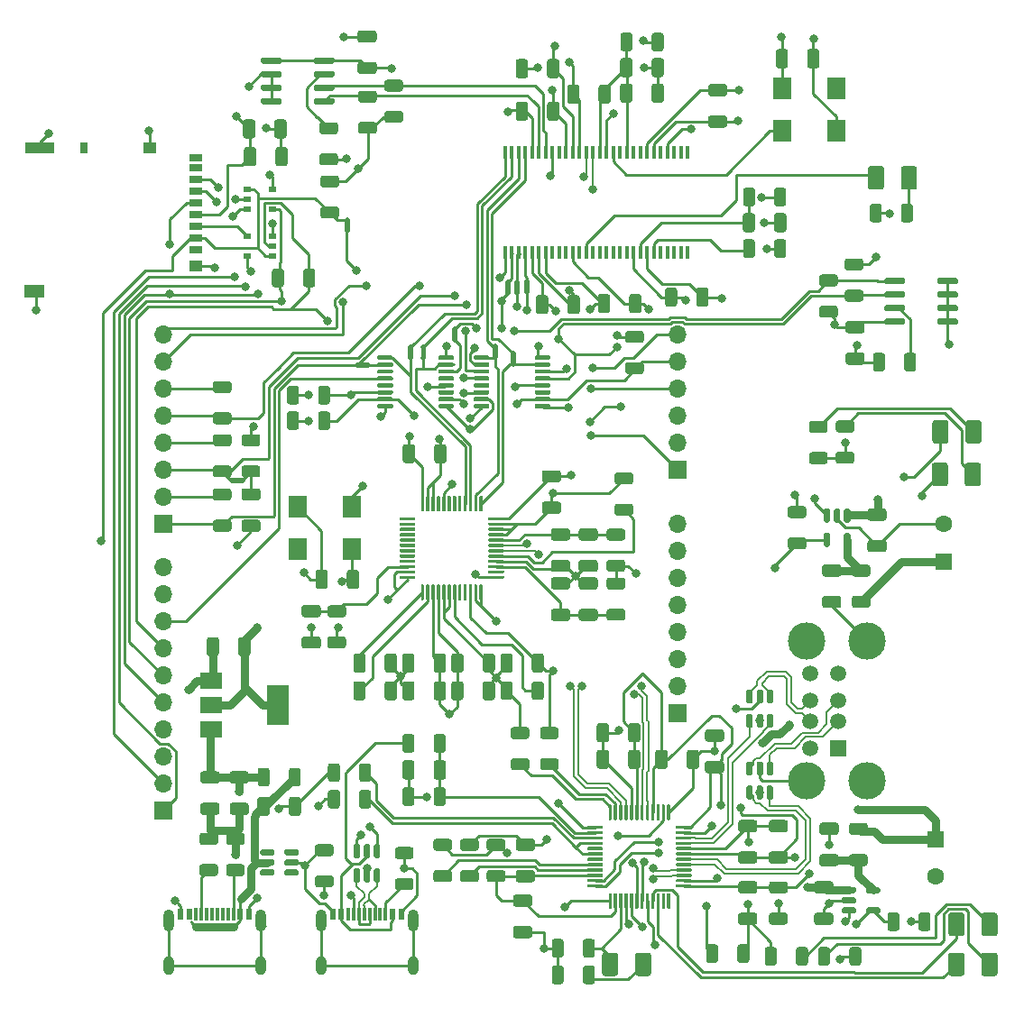
<source format=gtl>
G04 #@! TF.GenerationSoftware,KiCad,Pcbnew,7.0.7-7.0.7~ubuntu23.04.1*
G04 #@! TF.CreationDate,2023-09-22T06:11:18+00:00*
G04 #@! TF.ProjectId,mbed-ce-ci-shield-v2,6d626564-2d63-4652-9d63-692d73686965,0*
G04 #@! TF.SameCoordinates,Original*
G04 #@! TF.FileFunction,Copper,L1,Top*
G04 #@! TF.FilePolarity,Positive*
%FSLAX46Y46*%
G04 Gerber Fmt 4.6, Leading zero omitted, Abs format (unit mm)*
G04 Created by KiCad (PCBNEW 7.0.7-7.0.7~ubuntu23.04.1) date 2023-09-22 06:11:18*
%MOMM*%
%LPD*%
G01*
G04 APERTURE LIST*
G04 #@! TA.AperFunction,SMDPad,CuDef*
%ADD10R,0.400000X1.200000*%
G04 #@! TD*
G04 #@! TA.AperFunction,SMDPad,CuDef*
%ADD11C,0.500000*%
G04 #@! TD*
G04 #@! TA.AperFunction,ComponentPad*
%ADD12R,1.700000X1.700000*%
G04 #@! TD*
G04 #@! TA.AperFunction,ComponentPad*
%ADD13O,1.700000X1.700000*%
G04 #@! TD*
G04 #@! TA.AperFunction,ComponentPad*
%ADD14R,1.600000X1.600000*%
G04 #@! TD*
G04 #@! TA.AperFunction,ComponentPad*
%ADD15C,1.600000*%
G04 #@! TD*
G04 #@! TA.AperFunction,SMDPad,CuDef*
%ADD16R,1.800000X2.000000*%
G04 #@! TD*
G04 #@! TA.AperFunction,SMDPad,CuDef*
%ADD17R,0.600000X1.105000*%
G04 #@! TD*
G04 #@! TA.AperFunction,SMDPad,CuDef*
%ADD18R,0.300000X1.150000*%
G04 #@! TD*
G04 #@! TA.AperFunction,ComponentPad*
%ADD19O,1.000000X2.100000*%
G04 #@! TD*
G04 #@! TA.AperFunction,ComponentPad*
%ADD20O,1.000000X1.800000*%
G04 #@! TD*
G04 #@! TA.AperFunction,SMDPad,CuDef*
%ADD21R,0.800000X0.550000*%
G04 #@! TD*
G04 #@! TA.AperFunction,SMDPad,CuDef*
%ADD22R,1.200000X0.700000*%
G04 #@! TD*
G04 #@! TA.AperFunction,SMDPad,CuDef*
%ADD23R,0.800000X1.000000*%
G04 #@! TD*
G04 #@! TA.AperFunction,SMDPad,CuDef*
%ADD24R,1.200000X1.000000*%
G04 #@! TD*
G04 #@! TA.AperFunction,SMDPad,CuDef*
%ADD25R,2.800000X1.000000*%
G04 #@! TD*
G04 #@! TA.AperFunction,SMDPad,CuDef*
%ADD26R,1.900000X1.300000*%
G04 #@! TD*
G04 #@! TA.AperFunction,SMDPad,CuDef*
%ADD27R,2.000000X1.500000*%
G04 #@! TD*
G04 #@! TA.AperFunction,SMDPad,CuDef*
%ADD28R,2.000000X3.800000*%
G04 #@! TD*
G04 #@! TA.AperFunction,ComponentPad*
%ADD29R,1.500000X1.500000*%
G04 #@! TD*
G04 #@! TA.AperFunction,ComponentPad*
%ADD30C,1.500000*%
G04 #@! TD*
G04 #@! TA.AperFunction,ComponentPad*
%ADD31C,3.500000*%
G04 #@! TD*
G04 #@! TA.AperFunction,ViaPad*
%ADD32C,0.800000*%
G04 #@! TD*
G04 #@! TA.AperFunction,Conductor*
%ADD33C,0.250000*%
G04 #@! TD*
G04 #@! TA.AperFunction,Conductor*
%ADD34C,0.750000*%
G04 #@! TD*
G04 #@! TA.AperFunction,Conductor*
%ADD35C,0.200000*%
G04 #@! TD*
G04 APERTURE END LIST*
G04 #@! TA.AperFunction,EtchedComponent*
G36*
X112850000Y-57900000D02*
G01*
X112350000Y-57900000D01*
X112350000Y-56900000D01*
X112850000Y-56900000D01*
X112850000Y-57900000D01*
G37*
G04 #@! TD.AperFunction*
G04 #@! TA.AperFunction,EtchedComponent*
G36*
X103250000Y-57300000D02*
G01*
X102750000Y-57300000D01*
X102750000Y-56300000D01*
X103250000Y-56300000D01*
X103250000Y-57300000D01*
G37*
G04 #@! TD.AperFunction*
G04 #@! TA.AperFunction,EtchedComponent*
G36*
X112350000Y-51200000D02*
G01*
X111850000Y-51200000D01*
X111850000Y-50200000D01*
X112350000Y-50200000D01*
X112350000Y-51200000D01*
G37*
G04 #@! TD.AperFunction*
G04 #@! TA.AperFunction,EtchedComponent*
G36*
X99000000Y-58250000D02*
G01*
X98000000Y-58250000D01*
X98000000Y-57750000D01*
X99000000Y-57750000D01*
X99000000Y-58250000D01*
G37*
G04 #@! TD.AperFunction*
G04 #@! TA.AperFunction,EtchedComponent*
G36*
X87230000Y-69070000D02*
G01*
X86230000Y-69070000D01*
X86230000Y-68570000D01*
X87230000Y-68570000D01*
X87230000Y-69070000D01*
G37*
G04 #@! TD.AperFunction*
G04 #@! TA.AperFunction,EtchedComponent*
G36*
X107350000Y-55600000D02*
G01*
X106850000Y-55600000D01*
X106850000Y-54600000D01*
X107350000Y-54600000D01*
X107350000Y-55600000D01*
G37*
G04 #@! TD.AperFunction*
G04 #@! TA.AperFunction,EtchedComponent*
G36*
X114150000Y-51100000D02*
G01*
X113650000Y-51100000D01*
X113650000Y-50100000D01*
X114150000Y-50100000D01*
X114150000Y-51100000D01*
G37*
G04 #@! TD.AperFunction*
G04 #@! TA.AperFunction,EtchedComponent*
G36*
X113250000Y-51200000D02*
G01*
X112750000Y-51200000D01*
X112750000Y-50200000D01*
X113250000Y-50200000D01*
X113250000Y-51200000D01*
G37*
G04 #@! TD.AperFunction*
G04 #@! TA.AperFunction,EtchedComponent*
G36*
X111150000Y-57200000D02*
G01*
X110650000Y-57200000D01*
X110650000Y-56200000D01*
X111150000Y-56200000D01*
X111150000Y-57200000D01*
G37*
G04 #@! TD.AperFunction*
G04 #@! TA.AperFunction,EtchedComponent*
G36*
X104450000Y-57300000D02*
G01*
X103950000Y-57300000D01*
X103950000Y-56300000D01*
X104450000Y-56300000D01*
X104450000Y-57300000D01*
G37*
G04 #@! TD.AperFunction*
G04 #@! TA.AperFunction,EtchedComponent*
G36*
X97280000Y-45380000D02*
G01*
X96780000Y-45380000D01*
X96780000Y-44380000D01*
X97280000Y-44380000D01*
X97280000Y-45380000D01*
G37*
G04 #@! TD.AperFunction*
G04 #@! TA.AperFunction,SMDPad,CuDef*
G36*
G01*
X131150000Y-31587659D02*
X132450000Y-31587659D01*
G75*
G02*
X132700000Y-31837659I0J-250000D01*
G01*
X132700000Y-32487659D01*
G75*
G02*
X132450000Y-32737659I-250000J0D01*
G01*
X131150000Y-32737659D01*
G75*
G02*
X130900000Y-32487659I0J250000D01*
G01*
X130900000Y-31837659D01*
G75*
G02*
X131150000Y-31587659I250000J0D01*
G01*
G37*
G04 #@! TD.AperFunction*
G04 #@! TA.AperFunction,SMDPad,CuDef*
G36*
G01*
X131150000Y-34537659D02*
X132450000Y-34537659D01*
G75*
G02*
X132700000Y-34787659I0J-250000D01*
G01*
X132700000Y-35437659D01*
G75*
G02*
X132450000Y-35687659I-250000J0D01*
G01*
X131150000Y-35687659D01*
G75*
G02*
X130900000Y-35437659I0J250000D01*
G01*
X130900000Y-34787659D01*
G75*
G02*
X131150000Y-34537659I250000J0D01*
G01*
G37*
G04 #@! TD.AperFunction*
G04 #@! TA.AperFunction,SMDPad,CuDef*
G36*
G01*
X116950000Y-33487659D02*
X116950000Y-34787659D01*
G75*
G02*
X116700000Y-35037659I-250000J0D01*
G01*
X116050000Y-35037659D01*
G75*
G02*
X115800000Y-34787659I0J250000D01*
G01*
X115800000Y-33487659D01*
G75*
G02*
X116050000Y-33237659I250000J0D01*
G01*
X116700000Y-33237659D01*
G75*
G02*
X116950000Y-33487659I0J-250000D01*
G01*
G37*
G04 #@! TD.AperFunction*
G04 #@! TA.AperFunction,SMDPad,CuDef*
G36*
G01*
X114000000Y-33487659D02*
X114000000Y-34787659D01*
G75*
G02*
X113750000Y-35037659I-250000J0D01*
G01*
X113100000Y-35037659D01*
G75*
G02*
X112850000Y-34787659I0J250000D01*
G01*
X112850000Y-33487659D01*
G75*
G02*
X113100000Y-33237659I250000J0D01*
G01*
X113750000Y-33237659D01*
G75*
G02*
X114000000Y-33487659I0J-250000D01*
G01*
G37*
G04 #@! TD.AperFunction*
G04 #@! TA.AperFunction,SMDPad,CuDef*
G36*
G01*
X120450000Y-93150000D02*
X120450000Y-91850000D01*
G75*
G02*
X120700000Y-91600000I250000J0D01*
G01*
X121350000Y-91600000D01*
G75*
G02*
X121600000Y-91850000I0J-250000D01*
G01*
X121600000Y-93150000D01*
G75*
G02*
X121350000Y-93400000I-250000J0D01*
G01*
X120700000Y-93400000D01*
G75*
G02*
X120450000Y-93150000I0J250000D01*
G01*
G37*
G04 #@! TD.AperFunction*
G04 #@! TA.AperFunction,SMDPad,CuDef*
G36*
G01*
X123400000Y-93150000D02*
X123400000Y-91850000D01*
G75*
G02*
X123650000Y-91600000I250000J0D01*
G01*
X124300000Y-91600000D01*
G75*
G02*
X124550000Y-91850000I0J-250000D01*
G01*
X124550000Y-93150000D01*
G75*
G02*
X124300000Y-93400000I-250000J0D01*
G01*
X123650000Y-93400000D01*
G75*
G02*
X123400000Y-93150000I0J250000D01*
G01*
G37*
G04 #@! TD.AperFunction*
D10*
X128972500Y-38037659D03*
X128337500Y-38037659D03*
X127702500Y-38037659D03*
X127067500Y-38037659D03*
X126432500Y-38037659D03*
X125797500Y-38037659D03*
X125162500Y-38037659D03*
X124527500Y-38037659D03*
X123892500Y-38037659D03*
X123257500Y-38037659D03*
X122622500Y-38037659D03*
X121987500Y-38037659D03*
X121352500Y-38037659D03*
X120717500Y-38037659D03*
X120082500Y-38037659D03*
X119447500Y-38037659D03*
X118812500Y-38037659D03*
X118177500Y-38037659D03*
X117542500Y-38037659D03*
X116907500Y-38037659D03*
X116272500Y-38037659D03*
X115637500Y-38037659D03*
X115002500Y-38037659D03*
X114367500Y-38037659D03*
X113732500Y-38037659D03*
X113097500Y-38037659D03*
X112462500Y-38037659D03*
X111827500Y-38037659D03*
X111827500Y-47437659D03*
X112462500Y-47437659D03*
X113097500Y-47437659D03*
X113732500Y-47437659D03*
X114367500Y-47437659D03*
X115002500Y-47437659D03*
X115637500Y-47437659D03*
X116272500Y-47437659D03*
X116907500Y-47437659D03*
X117542500Y-47437659D03*
X118177500Y-47437659D03*
X118812500Y-47437659D03*
X119447500Y-47437659D03*
X120082500Y-47437659D03*
X120717500Y-47437659D03*
X121352500Y-47437659D03*
X121987500Y-47437659D03*
X122622500Y-47437659D03*
X123257500Y-47437659D03*
X123892500Y-47437659D03*
X124527500Y-47437659D03*
X125162500Y-47437659D03*
X125797500Y-47437659D03*
X126432500Y-47437659D03*
X127067500Y-47437659D03*
X127702500Y-47437659D03*
X128337500Y-47437659D03*
X128972500Y-47437659D03*
G04 #@! TA.AperFunction,SMDPad,CuDef*
G36*
G01*
X120450000Y-95650000D02*
X120450000Y-94350000D01*
G75*
G02*
X120700000Y-94100000I250000J0D01*
G01*
X121350000Y-94100000D01*
G75*
G02*
X121600000Y-94350000I0J-250000D01*
G01*
X121600000Y-95650000D01*
G75*
G02*
X121350000Y-95900000I-250000J0D01*
G01*
X120700000Y-95900000D01*
G75*
G02*
X120450000Y-95650000I0J250000D01*
G01*
G37*
G04 #@! TD.AperFunction*
G04 #@! TA.AperFunction,SMDPad,CuDef*
G36*
G01*
X123400000Y-95650000D02*
X123400000Y-94350000D01*
G75*
G02*
X123650000Y-94100000I250000J0D01*
G01*
X124300000Y-94100000D01*
G75*
G02*
X124550000Y-94350000I0J-250000D01*
G01*
X124550000Y-95650000D01*
G75*
G02*
X124300000Y-95900000I-250000J0D01*
G01*
X123650000Y-95900000D01*
G75*
G02*
X123400000Y-95650000I0J250000D01*
G01*
G37*
G04 #@! TD.AperFunction*
G04 #@! TA.AperFunction,SMDPad,CuDef*
G36*
G01*
X91350000Y-35150000D02*
X91350000Y-36450000D01*
G75*
G02*
X91100000Y-36700000I-250000J0D01*
G01*
X90450000Y-36700000D01*
G75*
G02*
X90200000Y-36450000I0J250000D01*
G01*
X90200000Y-35150000D01*
G75*
G02*
X90450000Y-34900000I250000J0D01*
G01*
X91100000Y-34900000D01*
G75*
G02*
X91350000Y-35150000I0J-250000D01*
G01*
G37*
G04 #@! TD.AperFunction*
G04 #@! TA.AperFunction,SMDPad,CuDef*
G36*
G01*
X88400000Y-35150000D02*
X88400000Y-36450000D01*
G75*
G02*
X88150000Y-36700000I-250000J0D01*
G01*
X87500000Y-36700000D01*
G75*
G02*
X87250000Y-36450000I0J250000D01*
G01*
X87250000Y-35150000D01*
G75*
G02*
X87500000Y-34900000I250000J0D01*
G01*
X88150000Y-34900000D01*
G75*
G02*
X88400000Y-35150000I0J-250000D01*
G01*
G37*
G04 #@! TD.AperFunction*
G04 #@! TA.AperFunction,SMDPad,CuDef*
G36*
G01*
X144625000Y-76725000D02*
X145875000Y-76725000D01*
G75*
G02*
X146125000Y-76975000I0J-250000D01*
G01*
X146125000Y-77600000D01*
G75*
G02*
X145875000Y-77850000I-250000J0D01*
G01*
X144625000Y-77850000D01*
G75*
G02*
X144375000Y-77600000I0J250000D01*
G01*
X144375000Y-76975000D01*
G75*
G02*
X144625000Y-76725000I250000J0D01*
G01*
G37*
G04 #@! TD.AperFunction*
G04 #@! TA.AperFunction,SMDPad,CuDef*
G36*
G01*
X144625000Y-79650000D02*
X145875000Y-79650000D01*
G75*
G02*
X146125000Y-79900000I0J-250000D01*
G01*
X146125000Y-80525000D01*
G75*
G02*
X145875000Y-80775000I-250000J0D01*
G01*
X144625000Y-80775000D01*
G75*
G02*
X144375000Y-80525000I0J250000D01*
G01*
X144375000Y-79900000D01*
G75*
G02*
X144625000Y-79650000I250000J0D01*
G01*
G37*
G04 #@! TD.AperFunction*
G04 #@! TA.AperFunction,SMDPad,CuDef*
G36*
G01*
X138225000Y-41575000D02*
X138225000Y-42825000D01*
G75*
G02*
X137975000Y-43075000I-250000J0D01*
G01*
X137350000Y-43075000D01*
G75*
G02*
X137100000Y-42825000I0J250000D01*
G01*
X137100000Y-41575000D01*
G75*
G02*
X137350000Y-41325000I250000J0D01*
G01*
X137975000Y-41325000D01*
G75*
G02*
X138225000Y-41575000I0J-250000D01*
G01*
G37*
G04 #@! TD.AperFunction*
G04 #@! TA.AperFunction,SMDPad,CuDef*
G36*
G01*
X135300000Y-41575000D02*
X135300000Y-42825000D01*
G75*
G02*
X135050000Y-43075000I-250000J0D01*
G01*
X134425000Y-43075000D01*
G75*
G02*
X134175000Y-42825000I0J250000D01*
G01*
X134175000Y-41575000D01*
G75*
G02*
X134425000Y-41325000I250000J0D01*
G01*
X135050000Y-41325000D01*
G75*
G02*
X135300000Y-41575000I0J-250000D01*
G01*
G37*
G04 #@! TD.AperFunction*
G04 #@! TA.AperFunction,SMDPad,CuDef*
G36*
G01*
X143150000Y-80800000D02*
X141850000Y-80800000D01*
G75*
G02*
X141600000Y-80550000I0J250000D01*
G01*
X141600000Y-79900000D01*
G75*
G02*
X141850000Y-79650000I250000J0D01*
G01*
X143150000Y-79650000D01*
G75*
G02*
X143400000Y-79900000I0J-250000D01*
G01*
X143400000Y-80550000D01*
G75*
G02*
X143150000Y-80800000I-250000J0D01*
G01*
G37*
G04 #@! TD.AperFunction*
G04 #@! TA.AperFunction,SMDPad,CuDef*
G36*
G01*
X143150000Y-77850000D02*
X141850000Y-77850000D01*
G75*
G02*
X141600000Y-77600000I0J250000D01*
G01*
X141600000Y-76950000D01*
G75*
G02*
X141850000Y-76700000I250000J0D01*
G01*
X143150000Y-76700000D01*
G75*
G02*
X143400000Y-76950000I0J-250000D01*
G01*
X143400000Y-77600000D01*
G75*
G02*
X143150000Y-77850000I-250000J0D01*
G01*
G37*
G04 #@! TD.AperFunction*
G04 #@! TA.AperFunction,SMDPad,CuDef*
G36*
G01*
X145625000Y-105025000D02*
X144375000Y-105025000D01*
G75*
G02*
X144125000Y-104775000I0J250000D01*
G01*
X144125000Y-104150000D01*
G75*
G02*
X144375000Y-103900000I250000J0D01*
G01*
X145625000Y-103900000D01*
G75*
G02*
X145875000Y-104150000I0J-250000D01*
G01*
X145875000Y-104775000D01*
G75*
G02*
X145625000Y-105025000I-250000J0D01*
G01*
G37*
G04 #@! TD.AperFunction*
G04 #@! TA.AperFunction,SMDPad,CuDef*
G36*
G01*
X145625000Y-102100000D02*
X144375000Y-102100000D01*
G75*
G02*
X144125000Y-101850000I0J250000D01*
G01*
X144125000Y-101225000D01*
G75*
G02*
X144375000Y-100975000I250000J0D01*
G01*
X145625000Y-100975000D01*
G75*
G02*
X145875000Y-101225000I0J-250000D01*
G01*
X145875000Y-101850000D01*
G75*
G02*
X145625000Y-102100000I-250000J0D01*
G01*
G37*
G04 #@! TD.AperFunction*
D11*
X112600000Y-57900000D03*
X112600000Y-56900000D03*
G04 #@! TA.AperFunction,SMDPad,CuDef*
G36*
G01*
X113100000Y-102450000D02*
X114400000Y-102450000D01*
G75*
G02*
X114650000Y-102700000I0J-250000D01*
G01*
X114650000Y-103350000D01*
G75*
G02*
X114400000Y-103600000I-250000J0D01*
G01*
X113100000Y-103600000D01*
G75*
G02*
X112850000Y-103350000I0J250000D01*
G01*
X112850000Y-102700000D01*
G75*
G02*
X113100000Y-102450000I250000J0D01*
G01*
G37*
G04 #@! TD.AperFunction*
G04 #@! TA.AperFunction,SMDPad,CuDef*
G36*
G01*
X113100000Y-105400000D02*
X114400000Y-105400000D01*
G75*
G02*
X114650000Y-105650000I0J-250000D01*
G01*
X114650000Y-106300000D01*
G75*
G02*
X114400000Y-106550000I-250000J0D01*
G01*
X113100000Y-106550000D01*
G75*
G02*
X112850000Y-106300000I0J250000D01*
G01*
X112850000Y-105650000D01*
G75*
G02*
X113100000Y-105400000I250000J0D01*
G01*
G37*
G04 #@! TD.AperFunction*
G04 #@! TA.AperFunction,SMDPad,CuDef*
G36*
G01*
X119000000Y-77912500D02*
X120300000Y-77912500D01*
G75*
G02*
X120550000Y-78162500I0J-250000D01*
G01*
X120550000Y-78812500D01*
G75*
G02*
X120300000Y-79062500I-250000J0D01*
G01*
X119000000Y-79062500D01*
G75*
G02*
X118750000Y-78812500I0J250000D01*
G01*
X118750000Y-78162500D01*
G75*
G02*
X119000000Y-77912500I250000J0D01*
G01*
G37*
G04 #@! TD.AperFunction*
G04 #@! TA.AperFunction,SMDPad,CuDef*
G36*
G01*
X119000000Y-80862500D02*
X120300000Y-80862500D01*
G75*
G02*
X120550000Y-81112500I0J-250000D01*
G01*
X120550000Y-81762500D01*
G75*
G02*
X120300000Y-82012500I-250000J0D01*
G01*
X119000000Y-82012500D01*
G75*
G02*
X118750000Y-81762500I0J250000D01*
G01*
X118750000Y-81112500D01*
G75*
G02*
X119000000Y-80862500I250000J0D01*
G01*
G37*
G04 #@! TD.AperFunction*
G04 #@! TA.AperFunction,SMDPad,CuDef*
G36*
G01*
X98250000Y-26550000D02*
X99550000Y-26550000D01*
G75*
G02*
X99800000Y-26800000I0J-250000D01*
G01*
X99800000Y-27450000D01*
G75*
G02*
X99550000Y-27700000I-250000J0D01*
G01*
X98250000Y-27700000D01*
G75*
G02*
X98000000Y-27450000I0J250000D01*
G01*
X98000000Y-26800000D01*
G75*
G02*
X98250000Y-26550000I250000J0D01*
G01*
G37*
G04 #@! TD.AperFunction*
G04 #@! TA.AperFunction,SMDPad,CuDef*
G36*
G01*
X98250000Y-29500000D02*
X99550000Y-29500000D01*
G75*
G02*
X99800000Y-29750000I0J-250000D01*
G01*
X99800000Y-30400000D01*
G75*
G02*
X99550000Y-30650000I-250000J0D01*
G01*
X98250000Y-30650000D01*
G75*
G02*
X98000000Y-30400000I0J250000D01*
G01*
X98000000Y-29750000D01*
G75*
G02*
X98250000Y-29500000I250000J0D01*
G01*
G37*
G04 #@! TD.AperFunction*
G04 #@! TA.AperFunction,SMDPad,CuDef*
G36*
G01*
X101700000Y-87912500D02*
X101700000Y-89212500D01*
G75*
G02*
X101450000Y-89462500I-250000J0D01*
G01*
X100800000Y-89462500D01*
G75*
G02*
X100550000Y-89212500I0J250000D01*
G01*
X100550000Y-87912500D01*
G75*
G02*
X100800000Y-87662500I250000J0D01*
G01*
X101450000Y-87662500D01*
G75*
G02*
X101700000Y-87912500I0J-250000D01*
G01*
G37*
G04 #@! TD.AperFunction*
G04 #@! TA.AperFunction,SMDPad,CuDef*
G36*
G01*
X98750000Y-87912500D02*
X98750000Y-89212500D01*
G75*
G02*
X98500000Y-89462500I-250000J0D01*
G01*
X97850000Y-89462500D01*
G75*
G02*
X97600000Y-89212500I0J250000D01*
G01*
X97600000Y-87912500D01*
G75*
G02*
X97850000Y-87662500I250000J0D01*
G01*
X98500000Y-87662500D01*
G75*
G02*
X98750000Y-87912500I0J-250000D01*
G01*
G37*
G04 #@! TD.AperFunction*
G04 #@! TA.AperFunction,SMDPad,CuDef*
G36*
G01*
X95425000Y-60175000D02*
X95425000Y-61425000D01*
G75*
G02*
X95175000Y-61675000I-250000J0D01*
G01*
X94550000Y-61675000D01*
G75*
G02*
X94300000Y-61425000I0J250000D01*
G01*
X94300000Y-60175000D01*
G75*
G02*
X94550000Y-59925000I250000J0D01*
G01*
X95175000Y-59925000D01*
G75*
G02*
X95425000Y-60175000I0J-250000D01*
G01*
G37*
G04 #@! TD.AperFunction*
G04 #@! TA.AperFunction,SMDPad,CuDef*
G36*
G01*
X92500000Y-60175000D02*
X92500000Y-61425000D01*
G75*
G02*
X92250000Y-61675000I-250000J0D01*
G01*
X91625000Y-61675000D01*
G75*
G02*
X91375000Y-61425000I0J250000D01*
G01*
X91375000Y-60175000D01*
G75*
G02*
X91625000Y-59925000I250000J0D01*
G01*
X92250000Y-59925000D01*
G75*
G02*
X92500000Y-60175000I0J-250000D01*
G01*
G37*
G04 #@! TD.AperFunction*
D12*
X79750000Y-72870000D03*
D13*
X79750000Y-70330000D03*
X79750000Y-67790000D03*
X79750000Y-65250000D03*
X79750000Y-62710000D03*
X79750000Y-60170000D03*
X79750000Y-57630000D03*
X79750000Y-55090000D03*
D14*
X153000000Y-76402651D03*
D15*
X153000000Y-72902651D03*
G04 #@! TA.AperFunction,SMDPad,CuDef*
G36*
G01*
X84800000Y-100225000D02*
X83500000Y-100225000D01*
G75*
G02*
X83250000Y-99975000I0J250000D01*
G01*
X83250000Y-99325000D01*
G75*
G02*
X83500000Y-99075000I250000J0D01*
G01*
X84800000Y-99075000D01*
G75*
G02*
X85050000Y-99325000I0J-250000D01*
G01*
X85050000Y-99975000D01*
G75*
G02*
X84800000Y-100225000I-250000J0D01*
G01*
G37*
G04 #@! TD.AperFunction*
G04 #@! TA.AperFunction,SMDPad,CuDef*
G36*
G01*
X84800000Y-97275000D02*
X83500000Y-97275000D01*
G75*
G02*
X83250000Y-97025000I0J250000D01*
G01*
X83250000Y-96375000D01*
G75*
G02*
X83500000Y-96125000I250000J0D01*
G01*
X84800000Y-96125000D01*
G75*
G02*
X85050000Y-96375000I0J-250000D01*
G01*
X85050000Y-97025000D01*
G75*
G02*
X84800000Y-97275000I-250000J0D01*
G01*
G37*
G04 #@! TD.AperFunction*
G04 #@! TA.AperFunction,SMDPad,CuDef*
G36*
G01*
X107050000Y-61737500D02*
X107050000Y-61937500D01*
G75*
G02*
X106950000Y-62037500I-100000J0D01*
G01*
X105675000Y-62037500D01*
G75*
G02*
X105575000Y-61937500I0J100000D01*
G01*
X105575000Y-61737500D01*
G75*
G02*
X105675000Y-61637500I100000J0D01*
G01*
X106950000Y-61637500D01*
G75*
G02*
X107050000Y-61737500I0J-100000D01*
G01*
G37*
G04 #@! TD.AperFunction*
G04 #@! TA.AperFunction,SMDPad,CuDef*
G36*
G01*
X107050000Y-61087500D02*
X107050000Y-61287500D01*
G75*
G02*
X106950000Y-61387500I-100000J0D01*
G01*
X105675000Y-61387500D01*
G75*
G02*
X105575000Y-61287500I0J100000D01*
G01*
X105575000Y-61087500D01*
G75*
G02*
X105675000Y-60987500I100000J0D01*
G01*
X106950000Y-60987500D01*
G75*
G02*
X107050000Y-61087500I0J-100000D01*
G01*
G37*
G04 #@! TD.AperFunction*
G04 #@! TA.AperFunction,SMDPad,CuDef*
G36*
G01*
X107050000Y-60437500D02*
X107050000Y-60637500D01*
G75*
G02*
X106950000Y-60737500I-100000J0D01*
G01*
X105675000Y-60737500D01*
G75*
G02*
X105575000Y-60637500I0J100000D01*
G01*
X105575000Y-60437500D01*
G75*
G02*
X105675000Y-60337500I100000J0D01*
G01*
X106950000Y-60337500D01*
G75*
G02*
X107050000Y-60437500I0J-100000D01*
G01*
G37*
G04 #@! TD.AperFunction*
G04 #@! TA.AperFunction,SMDPad,CuDef*
G36*
G01*
X107050000Y-59787500D02*
X107050000Y-59987500D01*
G75*
G02*
X106950000Y-60087500I-100000J0D01*
G01*
X105675000Y-60087500D01*
G75*
G02*
X105575000Y-59987500I0J100000D01*
G01*
X105575000Y-59787500D01*
G75*
G02*
X105675000Y-59687500I100000J0D01*
G01*
X106950000Y-59687500D01*
G75*
G02*
X107050000Y-59787500I0J-100000D01*
G01*
G37*
G04 #@! TD.AperFunction*
G04 #@! TA.AperFunction,SMDPad,CuDef*
G36*
G01*
X107050000Y-59137500D02*
X107050000Y-59337500D01*
G75*
G02*
X106950000Y-59437500I-100000J0D01*
G01*
X105675000Y-59437500D01*
G75*
G02*
X105575000Y-59337500I0J100000D01*
G01*
X105575000Y-59137500D01*
G75*
G02*
X105675000Y-59037500I100000J0D01*
G01*
X106950000Y-59037500D01*
G75*
G02*
X107050000Y-59137500I0J-100000D01*
G01*
G37*
G04 #@! TD.AperFunction*
G04 #@! TA.AperFunction,SMDPad,CuDef*
G36*
G01*
X107050000Y-58487500D02*
X107050000Y-58687500D01*
G75*
G02*
X106950000Y-58787500I-100000J0D01*
G01*
X105675000Y-58787500D01*
G75*
G02*
X105575000Y-58687500I0J100000D01*
G01*
X105575000Y-58487500D01*
G75*
G02*
X105675000Y-58387500I100000J0D01*
G01*
X106950000Y-58387500D01*
G75*
G02*
X107050000Y-58487500I0J-100000D01*
G01*
G37*
G04 #@! TD.AperFunction*
G04 #@! TA.AperFunction,SMDPad,CuDef*
G36*
G01*
X107050000Y-57837500D02*
X107050000Y-58037500D01*
G75*
G02*
X106950000Y-58137500I-100000J0D01*
G01*
X105675000Y-58137500D01*
G75*
G02*
X105575000Y-58037500I0J100000D01*
G01*
X105575000Y-57837500D01*
G75*
G02*
X105675000Y-57737500I100000J0D01*
G01*
X106950000Y-57737500D01*
G75*
G02*
X107050000Y-57837500I0J-100000D01*
G01*
G37*
G04 #@! TD.AperFunction*
G04 #@! TA.AperFunction,SMDPad,CuDef*
G36*
G01*
X107050000Y-57187500D02*
X107050000Y-57387500D01*
G75*
G02*
X106950000Y-57487500I-100000J0D01*
G01*
X105675000Y-57487500D01*
G75*
G02*
X105575000Y-57387500I0J100000D01*
G01*
X105575000Y-57187500D01*
G75*
G02*
X105675000Y-57087500I100000J0D01*
G01*
X106950000Y-57087500D01*
G75*
G02*
X107050000Y-57187500I0J-100000D01*
G01*
G37*
G04 #@! TD.AperFunction*
G04 #@! TA.AperFunction,SMDPad,CuDef*
G36*
G01*
X101325000Y-57187500D02*
X101325000Y-57387500D01*
G75*
G02*
X101225000Y-57487500I-100000J0D01*
G01*
X99950000Y-57487500D01*
G75*
G02*
X99850000Y-57387500I0J100000D01*
G01*
X99850000Y-57187500D01*
G75*
G02*
X99950000Y-57087500I100000J0D01*
G01*
X101225000Y-57087500D01*
G75*
G02*
X101325000Y-57187500I0J-100000D01*
G01*
G37*
G04 #@! TD.AperFunction*
G04 #@! TA.AperFunction,SMDPad,CuDef*
G36*
G01*
X101325000Y-57837500D02*
X101325000Y-58037500D01*
G75*
G02*
X101225000Y-58137500I-100000J0D01*
G01*
X99950000Y-58137500D01*
G75*
G02*
X99850000Y-58037500I0J100000D01*
G01*
X99850000Y-57837500D01*
G75*
G02*
X99950000Y-57737500I100000J0D01*
G01*
X101225000Y-57737500D01*
G75*
G02*
X101325000Y-57837500I0J-100000D01*
G01*
G37*
G04 #@! TD.AperFunction*
G04 #@! TA.AperFunction,SMDPad,CuDef*
G36*
G01*
X101325000Y-58487500D02*
X101325000Y-58687500D01*
G75*
G02*
X101225000Y-58787500I-100000J0D01*
G01*
X99950000Y-58787500D01*
G75*
G02*
X99850000Y-58687500I0J100000D01*
G01*
X99850000Y-58487500D01*
G75*
G02*
X99950000Y-58387500I100000J0D01*
G01*
X101225000Y-58387500D01*
G75*
G02*
X101325000Y-58487500I0J-100000D01*
G01*
G37*
G04 #@! TD.AperFunction*
G04 #@! TA.AperFunction,SMDPad,CuDef*
G36*
G01*
X101325000Y-59137500D02*
X101325000Y-59337500D01*
G75*
G02*
X101225000Y-59437500I-100000J0D01*
G01*
X99950000Y-59437500D01*
G75*
G02*
X99850000Y-59337500I0J100000D01*
G01*
X99850000Y-59137500D01*
G75*
G02*
X99950000Y-59037500I100000J0D01*
G01*
X101225000Y-59037500D01*
G75*
G02*
X101325000Y-59137500I0J-100000D01*
G01*
G37*
G04 #@! TD.AperFunction*
G04 #@! TA.AperFunction,SMDPad,CuDef*
G36*
G01*
X101325000Y-59787500D02*
X101325000Y-59987500D01*
G75*
G02*
X101225000Y-60087500I-100000J0D01*
G01*
X99950000Y-60087500D01*
G75*
G02*
X99850000Y-59987500I0J100000D01*
G01*
X99850000Y-59787500D01*
G75*
G02*
X99950000Y-59687500I100000J0D01*
G01*
X101225000Y-59687500D01*
G75*
G02*
X101325000Y-59787500I0J-100000D01*
G01*
G37*
G04 #@! TD.AperFunction*
G04 #@! TA.AperFunction,SMDPad,CuDef*
G36*
G01*
X101325000Y-60437500D02*
X101325000Y-60637500D01*
G75*
G02*
X101225000Y-60737500I-100000J0D01*
G01*
X99950000Y-60737500D01*
G75*
G02*
X99850000Y-60637500I0J100000D01*
G01*
X99850000Y-60437500D01*
G75*
G02*
X99950000Y-60337500I100000J0D01*
G01*
X101225000Y-60337500D01*
G75*
G02*
X101325000Y-60437500I0J-100000D01*
G01*
G37*
G04 #@! TD.AperFunction*
G04 #@! TA.AperFunction,SMDPad,CuDef*
G36*
G01*
X101325000Y-61087500D02*
X101325000Y-61287500D01*
G75*
G02*
X101225000Y-61387500I-100000J0D01*
G01*
X99950000Y-61387500D01*
G75*
G02*
X99850000Y-61287500I0J100000D01*
G01*
X99850000Y-61087500D01*
G75*
G02*
X99950000Y-60987500I100000J0D01*
G01*
X101225000Y-60987500D01*
G75*
G02*
X101325000Y-61087500I0J-100000D01*
G01*
G37*
G04 #@! TD.AperFunction*
G04 #@! TA.AperFunction,SMDPad,CuDef*
G36*
G01*
X101325000Y-61737500D02*
X101325000Y-61937500D01*
G75*
G02*
X101225000Y-62037500I-100000J0D01*
G01*
X99950000Y-62037500D01*
G75*
G02*
X99850000Y-61937500I0J100000D01*
G01*
X99850000Y-61737500D01*
G75*
G02*
X99950000Y-61637500I100000J0D01*
G01*
X101225000Y-61637500D01*
G75*
G02*
X101325000Y-61737500I0J-100000D01*
G01*
G37*
G04 #@! TD.AperFunction*
G04 #@! TA.AperFunction,SMDPad,CuDef*
G36*
G01*
X136550000Y-95200000D02*
X136850000Y-95200000D01*
G75*
G02*
X137000000Y-95350000I0J-150000D01*
G01*
X137000000Y-96375000D01*
G75*
G02*
X136850000Y-96525000I-150000J0D01*
G01*
X136550000Y-96525000D01*
G75*
G02*
X136400000Y-96375000I0J150000D01*
G01*
X136400000Y-95350000D01*
G75*
G02*
X136550000Y-95200000I150000J0D01*
G01*
G37*
G04 #@! TD.AperFunction*
G04 #@! TA.AperFunction,SMDPad,CuDef*
G36*
G01*
X135600000Y-95200000D02*
X135900000Y-95200000D01*
G75*
G02*
X136050000Y-95350000I0J-150000D01*
G01*
X136050000Y-96375000D01*
G75*
G02*
X135900000Y-96525000I-150000J0D01*
G01*
X135600000Y-96525000D01*
G75*
G02*
X135450000Y-96375000I0J150000D01*
G01*
X135450000Y-95350000D01*
G75*
G02*
X135600000Y-95200000I150000J0D01*
G01*
G37*
G04 #@! TD.AperFunction*
G04 #@! TA.AperFunction,SMDPad,CuDef*
G36*
G01*
X134650000Y-95200000D02*
X134950000Y-95200000D01*
G75*
G02*
X135100000Y-95350000I0J-150000D01*
G01*
X135100000Y-96375000D01*
G75*
G02*
X134950000Y-96525000I-150000J0D01*
G01*
X134650000Y-96525000D01*
G75*
G02*
X134500000Y-96375000I0J150000D01*
G01*
X134500000Y-95350000D01*
G75*
G02*
X134650000Y-95200000I150000J0D01*
G01*
G37*
G04 #@! TD.AperFunction*
G04 #@! TA.AperFunction,SMDPad,CuDef*
G36*
G01*
X134650000Y-97475000D02*
X134950000Y-97475000D01*
G75*
G02*
X135100000Y-97625000I0J-150000D01*
G01*
X135100000Y-98650000D01*
G75*
G02*
X134950000Y-98800000I-150000J0D01*
G01*
X134650000Y-98800000D01*
G75*
G02*
X134500000Y-98650000I0J150000D01*
G01*
X134500000Y-97625000D01*
G75*
G02*
X134650000Y-97475000I150000J0D01*
G01*
G37*
G04 #@! TD.AperFunction*
G04 #@! TA.AperFunction,SMDPad,CuDef*
G36*
G01*
X135600000Y-97475000D02*
X135900000Y-97475000D01*
G75*
G02*
X136050000Y-97625000I0J-150000D01*
G01*
X136050000Y-98650000D01*
G75*
G02*
X135900000Y-98800000I-150000J0D01*
G01*
X135600000Y-98800000D01*
G75*
G02*
X135450000Y-98650000I0J150000D01*
G01*
X135450000Y-97625000D01*
G75*
G02*
X135600000Y-97475000I150000J0D01*
G01*
G37*
G04 #@! TD.AperFunction*
G04 #@! TA.AperFunction,SMDPad,CuDef*
G36*
G01*
X136550000Y-97475000D02*
X136850000Y-97475000D01*
G75*
G02*
X137000000Y-97625000I0J-150000D01*
G01*
X137000000Y-98650000D01*
G75*
G02*
X136850000Y-98800000I-150000J0D01*
G01*
X136550000Y-98800000D01*
G75*
G02*
X136400000Y-98650000I0J150000D01*
G01*
X136400000Y-97625000D01*
G75*
G02*
X136550000Y-97475000I150000J0D01*
G01*
G37*
G04 #@! TD.AperFunction*
G04 #@! TA.AperFunction,SMDPad,CuDef*
G36*
G01*
X126725000Y-27012659D02*
X126725000Y-28262659D01*
G75*
G02*
X126475000Y-28512659I-250000J0D01*
G01*
X125850000Y-28512659D01*
G75*
G02*
X125600000Y-28262659I0J250000D01*
G01*
X125600000Y-27012659D01*
G75*
G02*
X125850000Y-26762659I250000J0D01*
G01*
X126475000Y-26762659D01*
G75*
G02*
X126725000Y-27012659I0J-250000D01*
G01*
G37*
G04 #@! TD.AperFunction*
G04 #@! TA.AperFunction,SMDPad,CuDef*
G36*
G01*
X123800000Y-27012659D02*
X123800000Y-28262659D01*
G75*
G02*
X123550000Y-28512659I-250000J0D01*
G01*
X122925000Y-28512659D01*
G75*
G02*
X122675000Y-28262659I0J250000D01*
G01*
X122675000Y-27012659D01*
G75*
G02*
X122925000Y-26762659I250000J0D01*
G01*
X123550000Y-26762659D01*
G75*
G02*
X123800000Y-27012659I0J-250000D01*
G01*
G37*
G04 #@! TD.AperFunction*
G04 #@! TA.AperFunction,SMDPad,CuDef*
G36*
G01*
X111750000Y-77837500D02*
X111750000Y-77987500D01*
G75*
G02*
X111675000Y-78062500I-75000J0D01*
G01*
X110350000Y-78062500D01*
G75*
G02*
X110275000Y-77987500I0J75000D01*
G01*
X110275000Y-77837500D01*
G75*
G02*
X110350000Y-77762500I75000J0D01*
G01*
X111675000Y-77762500D01*
G75*
G02*
X111750000Y-77837500I0J-75000D01*
G01*
G37*
G04 #@! TD.AperFunction*
G04 #@! TA.AperFunction,SMDPad,CuDef*
G36*
G01*
X111750000Y-77337500D02*
X111750000Y-77487500D01*
G75*
G02*
X111675000Y-77562500I-75000J0D01*
G01*
X110350000Y-77562500D01*
G75*
G02*
X110275000Y-77487500I0J75000D01*
G01*
X110275000Y-77337500D01*
G75*
G02*
X110350000Y-77262500I75000J0D01*
G01*
X111675000Y-77262500D01*
G75*
G02*
X111750000Y-77337500I0J-75000D01*
G01*
G37*
G04 #@! TD.AperFunction*
G04 #@! TA.AperFunction,SMDPad,CuDef*
G36*
G01*
X111750000Y-76837500D02*
X111750000Y-76987500D01*
G75*
G02*
X111675000Y-77062500I-75000J0D01*
G01*
X110350000Y-77062500D01*
G75*
G02*
X110275000Y-76987500I0J75000D01*
G01*
X110275000Y-76837500D01*
G75*
G02*
X110350000Y-76762500I75000J0D01*
G01*
X111675000Y-76762500D01*
G75*
G02*
X111750000Y-76837500I0J-75000D01*
G01*
G37*
G04 #@! TD.AperFunction*
G04 #@! TA.AperFunction,SMDPad,CuDef*
G36*
G01*
X111750000Y-76337500D02*
X111750000Y-76487500D01*
G75*
G02*
X111675000Y-76562500I-75000J0D01*
G01*
X110350000Y-76562500D01*
G75*
G02*
X110275000Y-76487500I0J75000D01*
G01*
X110275000Y-76337500D01*
G75*
G02*
X110350000Y-76262500I75000J0D01*
G01*
X111675000Y-76262500D01*
G75*
G02*
X111750000Y-76337500I0J-75000D01*
G01*
G37*
G04 #@! TD.AperFunction*
G04 #@! TA.AperFunction,SMDPad,CuDef*
G36*
G01*
X111750000Y-75837500D02*
X111750000Y-75987500D01*
G75*
G02*
X111675000Y-76062500I-75000J0D01*
G01*
X110350000Y-76062500D01*
G75*
G02*
X110275000Y-75987500I0J75000D01*
G01*
X110275000Y-75837500D01*
G75*
G02*
X110350000Y-75762500I75000J0D01*
G01*
X111675000Y-75762500D01*
G75*
G02*
X111750000Y-75837500I0J-75000D01*
G01*
G37*
G04 #@! TD.AperFunction*
G04 #@! TA.AperFunction,SMDPad,CuDef*
G36*
G01*
X111750000Y-75337500D02*
X111750000Y-75487500D01*
G75*
G02*
X111675000Y-75562500I-75000J0D01*
G01*
X110350000Y-75562500D01*
G75*
G02*
X110275000Y-75487500I0J75000D01*
G01*
X110275000Y-75337500D01*
G75*
G02*
X110350000Y-75262500I75000J0D01*
G01*
X111675000Y-75262500D01*
G75*
G02*
X111750000Y-75337500I0J-75000D01*
G01*
G37*
G04 #@! TD.AperFunction*
G04 #@! TA.AperFunction,SMDPad,CuDef*
G36*
G01*
X111750000Y-74837500D02*
X111750000Y-74987500D01*
G75*
G02*
X111675000Y-75062500I-75000J0D01*
G01*
X110350000Y-75062500D01*
G75*
G02*
X110275000Y-74987500I0J75000D01*
G01*
X110275000Y-74837500D01*
G75*
G02*
X110350000Y-74762500I75000J0D01*
G01*
X111675000Y-74762500D01*
G75*
G02*
X111750000Y-74837500I0J-75000D01*
G01*
G37*
G04 #@! TD.AperFunction*
G04 #@! TA.AperFunction,SMDPad,CuDef*
G36*
G01*
X111750000Y-74337500D02*
X111750000Y-74487500D01*
G75*
G02*
X111675000Y-74562500I-75000J0D01*
G01*
X110350000Y-74562500D01*
G75*
G02*
X110275000Y-74487500I0J75000D01*
G01*
X110275000Y-74337500D01*
G75*
G02*
X110350000Y-74262500I75000J0D01*
G01*
X111675000Y-74262500D01*
G75*
G02*
X111750000Y-74337500I0J-75000D01*
G01*
G37*
G04 #@! TD.AperFunction*
G04 #@! TA.AperFunction,SMDPad,CuDef*
G36*
G01*
X111750000Y-73837500D02*
X111750000Y-73987500D01*
G75*
G02*
X111675000Y-74062500I-75000J0D01*
G01*
X110350000Y-74062500D01*
G75*
G02*
X110275000Y-73987500I0J75000D01*
G01*
X110275000Y-73837500D01*
G75*
G02*
X110350000Y-73762500I75000J0D01*
G01*
X111675000Y-73762500D01*
G75*
G02*
X111750000Y-73837500I0J-75000D01*
G01*
G37*
G04 #@! TD.AperFunction*
G04 #@! TA.AperFunction,SMDPad,CuDef*
G36*
G01*
X111750000Y-73337500D02*
X111750000Y-73487500D01*
G75*
G02*
X111675000Y-73562500I-75000J0D01*
G01*
X110350000Y-73562500D01*
G75*
G02*
X110275000Y-73487500I0J75000D01*
G01*
X110275000Y-73337500D01*
G75*
G02*
X110350000Y-73262500I75000J0D01*
G01*
X111675000Y-73262500D01*
G75*
G02*
X111750000Y-73337500I0J-75000D01*
G01*
G37*
G04 #@! TD.AperFunction*
G04 #@! TA.AperFunction,SMDPad,CuDef*
G36*
G01*
X111750000Y-72837500D02*
X111750000Y-72987500D01*
G75*
G02*
X111675000Y-73062500I-75000J0D01*
G01*
X110350000Y-73062500D01*
G75*
G02*
X110275000Y-72987500I0J75000D01*
G01*
X110275000Y-72837500D01*
G75*
G02*
X110350000Y-72762500I75000J0D01*
G01*
X111675000Y-72762500D01*
G75*
G02*
X111750000Y-72837500I0J-75000D01*
G01*
G37*
G04 #@! TD.AperFunction*
G04 #@! TA.AperFunction,SMDPad,CuDef*
G36*
G01*
X111750000Y-72337500D02*
X111750000Y-72487500D01*
G75*
G02*
X111675000Y-72562500I-75000J0D01*
G01*
X110350000Y-72562500D01*
G75*
G02*
X110275000Y-72487500I0J75000D01*
G01*
X110275000Y-72337500D01*
G75*
G02*
X110350000Y-72262500I75000J0D01*
G01*
X111675000Y-72262500D01*
G75*
G02*
X111750000Y-72337500I0J-75000D01*
G01*
G37*
G04 #@! TD.AperFunction*
G04 #@! TA.AperFunction,SMDPad,CuDef*
G36*
G01*
X109750000Y-70337500D02*
X109750000Y-71662500D01*
G75*
G02*
X109675000Y-71737500I-75000J0D01*
G01*
X109525000Y-71737500D01*
G75*
G02*
X109450000Y-71662500I0J75000D01*
G01*
X109450000Y-70337500D01*
G75*
G02*
X109525000Y-70262500I75000J0D01*
G01*
X109675000Y-70262500D01*
G75*
G02*
X109750000Y-70337500I0J-75000D01*
G01*
G37*
G04 #@! TD.AperFunction*
G04 #@! TA.AperFunction,SMDPad,CuDef*
G36*
G01*
X109250000Y-70337500D02*
X109250000Y-71662500D01*
G75*
G02*
X109175000Y-71737500I-75000J0D01*
G01*
X109025000Y-71737500D01*
G75*
G02*
X108950000Y-71662500I0J75000D01*
G01*
X108950000Y-70337500D01*
G75*
G02*
X109025000Y-70262500I75000J0D01*
G01*
X109175000Y-70262500D01*
G75*
G02*
X109250000Y-70337500I0J-75000D01*
G01*
G37*
G04 #@! TD.AperFunction*
G04 #@! TA.AperFunction,SMDPad,CuDef*
G36*
G01*
X108750000Y-70337500D02*
X108750000Y-71662500D01*
G75*
G02*
X108675000Y-71737500I-75000J0D01*
G01*
X108525000Y-71737500D01*
G75*
G02*
X108450000Y-71662500I0J75000D01*
G01*
X108450000Y-70337500D01*
G75*
G02*
X108525000Y-70262500I75000J0D01*
G01*
X108675000Y-70262500D01*
G75*
G02*
X108750000Y-70337500I0J-75000D01*
G01*
G37*
G04 #@! TD.AperFunction*
G04 #@! TA.AperFunction,SMDPad,CuDef*
G36*
G01*
X108250000Y-70337500D02*
X108250000Y-71662500D01*
G75*
G02*
X108175000Y-71737500I-75000J0D01*
G01*
X108025000Y-71737500D01*
G75*
G02*
X107950000Y-71662500I0J75000D01*
G01*
X107950000Y-70337500D01*
G75*
G02*
X108025000Y-70262500I75000J0D01*
G01*
X108175000Y-70262500D01*
G75*
G02*
X108250000Y-70337500I0J-75000D01*
G01*
G37*
G04 #@! TD.AperFunction*
G04 #@! TA.AperFunction,SMDPad,CuDef*
G36*
G01*
X107750000Y-70337500D02*
X107750000Y-71662500D01*
G75*
G02*
X107675000Y-71737500I-75000J0D01*
G01*
X107525000Y-71737500D01*
G75*
G02*
X107450000Y-71662500I0J75000D01*
G01*
X107450000Y-70337500D01*
G75*
G02*
X107525000Y-70262500I75000J0D01*
G01*
X107675000Y-70262500D01*
G75*
G02*
X107750000Y-70337500I0J-75000D01*
G01*
G37*
G04 #@! TD.AperFunction*
G04 #@! TA.AperFunction,SMDPad,CuDef*
G36*
G01*
X107250000Y-70337500D02*
X107250000Y-71662500D01*
G75*
G02*
X107175000Y-71737500I-75000J0D01*
G01*
X107025000Y-71737500D01*
G75*
G02*
X106950000Y-71662500I0J75000D01*
G01*
X106950000Y-70337500D01*
G75*
G02*
X107025000Y-70262500I75000J0D01*
G01*
X107175000Y-70262500D01*
G75*
G02*
X107250000Y-70337500I0J-75000D01*
G01*
G37*
G04 #@! TD.AperFunction*
G04 #@! TA.AperFunction,SMDPad,CuDef*
G36*
G01*
X106750000Y-70337500D02*
X106750000Y-71662500D01*
G75*
G02*
X106675000Y-71737500I-75000J0D01*
G01*
X106525000Y-71737500D01*
G75*
G02*
X106450000Y-71662500I0J75000D01*
G01*
X106450000Y-70337500D01*
G75*
G02*
X106525000Y-70262500I75000J0D01*
G01*
X106675000Y-70262500D01*
G75*
G02*
X106750000Y-70337500I0J-75000D01*
G01*
G37*
G04 #@! TD.AperFunction*
G04 #@! TA.AperFunction,SMDPad,CuDef*
G36*
G01*
X106250000Y-70337500D02*
X106250000Y-71662500D01*
G75*
G02*
X106175000Y-71737500I-75000J0D01*
G01*
X106025000Y-71737500D01*
G75*
G02*
X105950000Y-71662500I0J75000D01*
G01*
X105950000Y-70337500D01*
G75*
G02*
X106025000Y-70262500I75000J0D01*
G01*
X106175000Y-70262500D01*
G75*
G02*
X106250000Y-70337500I0J-75000D01*
G01*
G37*
G04 #@! TD.AperFunction*
G04 #@! TA.AperFunction,SMDPad,CuDef*
G36*
G01*
X105750000Y-70337500D02*
X105750000Y-71662500D01*
G75*
G02*
X105675000Y-71737500I-75000J0D01*
G01*
X105525000Y-71737500D01*
G75*
G02*
X105450000Y-71662500I0J75000D01*
G01*
X105450000Y-70337500D01*
G75*
G02*
X105525000Y-70262500I75000J0D01*
G01*
X105675000Y-70262500D01*
G75*
G02*
X105750000Y-70337500I0J-75000D01*
G01*
G37*
G04 #@! TD.AperFunction*
G04 #@! TA.AperFunction,SMDPad,CuDef*
G36*
G01*
X105250000Y-70337500D02*
X105250000Y-71662500D01*
G75*
G02*
X105175000Y-71737500I-75000J0D01*
G01*
X105025000Y-71737500D01*
G75*
G02*
X104950000Y-71662500I0J75000D01*
G01*
X104950000Y-70337500D01*
G75*
G02*
X105025000Y-70262500I75000J0D01*
G01*
X105175000Y-70262500D01*
G75*
G02*
X105250000Y-70337500I0J-75000D01*
G01*
G37*
G04 #@! TD.AperFunction*
G04 #@! TA.AperFunction,SMDPad,CuDef*
G36*
G01*
X104750000Y-70337500D02*
X104750000Y-71662500D01*
G75*
G02*
X104675000Y-71737500I-75000J0D01*
G01*
X104525000Y-71737500D01*
G75*
G02*
X104450000Y-71662500I0J75000D01*
G01*
X104450000Y-70337500D01*
G75*
G02*
X104525000Y-70262500I75000J0D01*
G01*
X104675000Y-70262500D01*
G75*
G02*
X104750000Y-70337500I0J-75000D01*
G01*
G37*
G04 #@! TD.AperFunction*
G04 #@! TA.AperFunction,SMDPad,CuDef*
G36*
G01*
X104250000Y-70337500D02*
X104250000Y-71662500D01*
G75*
G02*
X104175000Y-71737500I-75000J0D01*
G01*
X104025000Y-71737500D01*
G75*
G02*
X103950000Y-71662500I0J75000D01*
G01*
X103950000Y-70337500D01*
G75*
G02*
X104025000Y-70262500I75000J0D01*
G01*
X104175000Y-70262500D01*
G75*
G02*
X104250000Y-70337500I0J-75000D01*
G01*
G37*
G04 #@! TD.AperFunction*
G04 #@! TA.AperFunction,SMDPad,CuDef*
G36*
G01*
X103425000Y-72337500D02*
X103425000Y-72487500D01*
G75*
G02*
X103350000Y-72562500I-75000J0D01*
G01*
X102025000Y-72562500D01*
G75*
G02*
X101950000Y-72487500I0J75000D01*
G01*
X101950000Y-72337500D01*
G75*
G02*
X102025000Y-72262500I75000J0D01*
G01*
X103350000Y-72262500D01*
G75*
G02*
X103425000Y-72337500I0J-75000D01*
G01*
G37*
G04 #@! TD.AperFunction*
G04 #@! TA.AperFunction,SMDPad,CuDef*
G36*
G01*
X103425000Y-72837500D02*
X103425000Y-72987500D01*
G75*
G02*
X103350000Y-73062500I-75000J0D01*
G01*
X102025000Y-73062500D01*
G75*
G02*
X101950000Y-72987500I0J75000D01*
G01*
X101950000Y-72837500D01*
G75*
G02*
X102025000Y-72762500I75000J0D01*
G01*
X103350000Y-72762500D01*
G75*
G02*
X103425000Y-72837500I0J-75000D01*
G01*
G37*
G04 #@! TD.AperFunction*
G04 #@! TA.AperFunction,SMDPad,CuDef*
G36*
G01*
X103425000Y-73337500D02*
X103425000Y-73487500D01*
G75*
G02*
X103350000Y-73562500I-75000J0D01*
G01*
X102025000Y-73562500D01*
G75*
G02*
X101950000Y-73487500I0J75000D01*
G01*
X101950000Y-73337500D01*
G75*
G02*
X102025000Y-73262500I75000J0D01*
G01*
X103350000Y-73262500D01*
G75*
G02*
X103425000Y-73337500I0J-75000D01*
G01*
G37*
G04 #@! TD.AperFunction*
G04 #@! TA.AperFunction,SMDPad,CuDef*
G36*
G01*
X103425000Y-73837500D02*
X103425000Y-73987500D01*
G75*
G02*
X103350000Y-74062500I-75000J0D01*
G01*
X102025000Y-74062500D01*
G75*
G02*
X101950000Y-73987500I0J75000D01*
G01*
X101950000Y-73837500D01*
G75*
G02*
X102025000Y-73762500I75000J0D01*
G01*
X103350000Y-73762500D01*
G75*
G02*
X103425000Y-73837500I0J-75000D01*
G01*
G37*
G04 #@! TD.AperFunction*
G04 #@! TA.AperFunction,SMDPad,CuDef*
G36*
G01*
X103425000Y-74337500D02*
X103425000Y-74487500D01*
G75*
G02*
X103350000Y-74562500I-75000J0D01*
G01*
X102025000Y-74562500D01*
G75*
G02*
X101950000Y-74487500I0J75000D01*
G01*
X101950000Y-74337500D01*
G75*
G02*
X102025000Y-74262500I75000J0D01*
G01*
X103350000Y-74262500D01*
G75*
G02*
X103425000Y-74337500I0J-75000D01*
G01*
G37*
G04 #@! TD.AperFunction*
G04 #@! TA.AperFunction,SMDPad,CuDef*
G36*
G01*
X103425000Y-74837500D02*
X103425000Y-74987500D01*
G75*
G02*
X103350000Y-75062500I-75000J0D01*
G01*
X102025000Y-75062500D01*
G75*
G02*
X101950000Y-74987500I0J75000D01*
G01*
X101950000Y-74837500D01*
G75*
G02*
X102025000Y-74762500I75000J0D01*
G01*
X103350000Y-74762500D01*
G75*
G02*
X103425000Y-74837500I0J-75000D01*
G01*
G37*
G04 #@! TD.AperFunction*
G04 #@! TA.AperFunction,SMDPad,CuDef*
G36*
G01*
X103425000Y-75337500D02*
X103425000Y-75487500D01*
G75*
G02*
X103350000Y-75562500I-75000J0D01*
G01*
X102025000Y-75562500D01*
G75*
G02*
X101950000Y-75487500I0J75000D01*
G01*
X101950000Y-75337500D01*
G75*
G02*
X102025000Y-75262500I75000J0D01*
G01*
X103350000Y-75262500D01*
G75*
G02*
X103425000Y-75337500I0J-75000D01*
G01*
G37*
G04 #@! TD.AperFunction*
G04 #@! TA.AperFunction,SMDPad,CuDef*
G36*
G01*
X103425000Y-75837500D02*
X103425000Y-75987500D01*
G75*
G02*
X103350000Y-76062500I-75000J0D01*
G01*
X102025000Y-76062500D01*
G75*
G02*
X101950000Y-75987500I0J75000D01*
G01*
X101950000Y-75837500D01*
G75*
G02*
X102025000Y-75762500I75000J0D01*
G01*
X103350000Y-75762500D01*
G75*
G02*
X103425000Y-75837500I0J-75000D01*
G01*
G37*
G04 #@! TD.AperFunction*
G04 #@! TA.AperFunction,SMDPad,CuDef*
G36*
G01*
X103425000Y-76337500D02*
X103425000Y-76487500D01*
G75*
G02*
X103350000Y-76562500I-75000J0D01*
G01*
X102025000Y-76562500D01*
G75*
G02*
X101950000Y-76487500I0J75000D01*
G01*
X101950000Y-76337500D01*
G75*
G02*
X102025000Y-76262500I75000J0D01*
G01*
X103350000Y-76262500D01*
G75*
G02*
X103425000Y-76337500I0J-75000D01*
G01*
G37*
G04 #@! TD.AperFunction*
G04 #@! TA.AperFunction,SMDPad,CuDef*
G36*
G01*
X103425000Y-76837500D02*
X103425000Y-76987500D01*
G75*
G02*
X103350000Y-77062500I-75000J0D01*
G01*
X102025000Y-77062500D01*
G75*
G02*
X101950000Y-76987500I0J75000D01*
G01*
X101950000Y-76837500D01*
G75*
G02*
X102025000Y-76762500I75000J0D01*
G01*
X103350000Y-76762500D01*
G75*
G02*
X103425000Y-76837500I0J-75000D01*
G01*
G37*
G04 #@! TD.AperFunction*
G04 #@! TA.AperFunction,SMDPad,CuDef*
G36*
G01*
X103425000Y-77337500D02*
X103425000Y-77487500D01*
G75*
G02*
X103350000Y-77562500I-75000J0D01*
G01*
X102025000Y-77562500D01*
G75*
G02*
X101950000Y-77487500I0J75000D01*
G01*
X101950000Y-77337500D01*
G75*
G02*
X102025000Y-77262500I75000J0D01*
G01*
X103350000Y-77262500D01*
G75*
G02*
X103425000Y-77337500I0J-75000D01*
G01*
G37*
G04 #@! TD.AperFunction*
G04 #@! TA.AperFunction,SMDPad,CuDef*
G36*
G01*
X103425000Y-77837500D02*
X103425000Y-77987500D01*
G75*
G02*
X103350000Y-78062500I-75000J0D01*
G01*
X102025000Y-78062500D01*
G75*
G02*
X101950000Y-77987500I0J75000D01*
G01*
X101950000Y-77837500D01*
G75*
G02*
X102025000Y-77762500I75000J0D01*
G01*
X103350000Y-77762500D01*
G75*
G02*
X103425000Y-77837500I0J-75000D01*
G01*
G37*
G04 #@! TD.AperFunction*
G04 #@! TA.AperFunction,SMDPad,CuDef*
G36*
G01*
X104250000Y-78662500D02*
X104250000Y-79987500D01*
G75*
G02*
X104175000Y-80062500I-75000J0D01*
G01*
X104025000Y-80062500D01*
G75*
G02*
X103950000Y-79987500I0J75000D01*
G01*
X103950000Y-78662500D01*
G75*
G02*
X104025000Y-78587500I75000J0D01*
G01*
X104175000Y-78587500D01*
G75*
G02*
X104250000Y-78662500I0J-75000D01*
G01*
G37*
G04 #@! TD.AperFunction*
G04 #@! TA.AperFunction,SMDPad,CuDef*
G36*
G01*
X104750000Y-78662500D02*
X104750000Y-79987500D01*
G75*
G02*
X104675000Y-80062500I-75000J0D01*
G01*
X104525000Y-80062500D01*
G75*
G02*
X104450000Y-79987500I0J75000D01*
G01*
X104450000Y-78662500D01*
G75*
G02*
X104525000Y-78587500I75000J0D01*
G01*
X104675000Y-78587500D01*
G75*
G02*
X104750000Y-78662500I0J-75000D01*
G01*
G37*
G04 #@! TD.AperFunction*
G04 #@! TA.AperFunction,SMDPad,CuDef*
G36*
G01*
X105250000Y-78662500D02*
X105250000Y-79987500D01*
G75*
G02*
X105175000Y-80062500I-75000J0D01*
G01*
X105025000Y-80062500D01*
G75*
G02*
X104950000Y-79987500I0J75000D01*
G01*
X104950000Y-78662500D01*
G75*
G02*
X105025000Y-78587500I75000J0D01*
G01*
X105175000Y-78587500D01*
G75*
G02*
X105250000Y-78662500I0J-75000D01*
G01*
G37*
G04 #@! TD.AperFunction*
G04 #@! TA.AperFunction,SMDPad,CuDef*
G36*
G01*
X105750000Y-78662500D02*
X105750000Y-79987500D01*
G75*
G02*
X105675000Y-80062500I-75000J0D01*
G01*
X105525000Y-80062500D01*
G75*
G02*
X105450000Y-79987500I0J75000D01*
G01*
X105450000Y-78662500D01*
G75*
G02*
X105525000Y-78587500I75000J0D01*
G01*
X105675000Y-78587500D01*
G75*
G02*
X105750000Y-78662500I0J-75000D01*
G01*
G37*
G04 #@! TD.AperFunction*
G04 #@! TA.AperFunction,SMDPad,CuDef*
G36*
G01*
X106250000Y-78662500D02*
X106250000Y-79987500D01*
G75*
G02*
X106175000Y-80062500I-75000J0D01*
G01*
X106025000Y-80062500D01*
G75*
G02*
X105950000Y-79987500I0J75000D01*
G01*
X105950000Y-78662500D01*
G75*
G02*
X106025000Y-78587500I75000J0D01*
G01*
X106175000Y-78587500D01*
G75*
G02*
X106250000Y-78662500I0J-75000D01*
G01*
G37*
G04 #@! TD.AperFunction*
G04 #@! TA.AperFunction,SMDPad,CuDef*
G36*
G01*
X106750000Y-78662500D02*
X106750000Y-79987500D01*
G75*
G02*
X106675000Y-80062500I-75000J0D01*
G01*
X106525000Y-80062500D01*
G75*
G02*
X106450000Y-79987500I0J75000D01*
G01*
X106450000Y-78662500D01*
G75*
G02*
X106525000Y-78587500I75000J0D01*
G01*
X106675000Y-78587500D01*
G75*
G02*
X106750000Y-78662500I0J-75000D01*
G01*
G37*
G04 #@! TD.AperFunction*
G04 #@! TA.AperFunction,SMDPad,CuDef*
G36*
G01*
X107250000Y-78662500D02*
X107250000Y-79987500D01*
G75*
G02*
X107175000Y-80062500I-75000J0D01*
G01*
X107025000Y-80062500D01*
G75*
G02*
X106950000Y-79987500I0J75000D01*
G01*
X106950000Y-78662500D01*
G75*
G02*
X107025000Y-78587500I75000J0D01*
G01*
X107175000Y-78587500D01*
G75*
G02*
X107250000Y-78662500I0J-75000D01*
G01*
G37*
G04 #@! TD.AperFunction*
G04 #@! TA.AperFunction,SMDPad,CuDef*
G36*
G01*
X107750000Y-78662500D02*
X107750000Y-79987500D01*
G75*
G02*
X107675000Y-80062500I-75000J0D01*
G01*
X107525000Y-80062500D01*
G75*
G02*
X107450000Y-79987500I0J75000D01*
G01*
X107450000Y-78662500D01*
G75*
G02*
X107525000Y-78587500I75000J0D01*
G01*
X107675000Y-78587500D01*
G75*
G02*
X107750000Y-78662500I0J-75000D01*
G01*
G37*
G04 #@! TD.AperFunction*
G04 #@! TA.AperFunction,SMDPad,CuDef*
G36*
G01*
X108250000Y-78662500D02*
X108250000Y-79987500D01*
G75*
G02*
X108175000Y-80062500I-75000J0D01*
G01*
X108025000Y-80062500D01*
G75*
G02*
X107950000Y-79987500I0J75000D01*
G01*
X107950000Y-78662500D01*
G75*
G02*
X108025000Y-78587500I75000J0D01*
G01*
X108175000Y-78587500D01*
G75*
G02*
X108250000Y-78662500I0J-75000D01*
G01*
G37*
G04 #@! TD.AperFunction*
G04 #@! TA.AperFunction,SMDPad,CuDef*
G36*
G01*
X108750000Y-78662500D02*
X108750000Y-79987500D01*
G75*
G02*
X108675000Y-80062500I-75000J0D01*
G01*
X108525000Y-80062500D01*
G75*
G02*
X108450000Y-79987500I0J75000D01*
G01*
X108450000Y-78662500D01*
G75*
G02*
X108525000Y-78587500I75000J0D01*
G01*
X108675000Y-78587500D01*
G75*
G02*
X108750000Y-78662500I0J-75000D01*
G01*
G37*
G04 #@! TD.AperFunction*
G04 #@! TA.AperFunction,SMDPad,CuDef*
G36*
G01*
X109250000Y-78662500D02*
X109250000Y-79987500D01*
G75*
G02*
X109175000Y-80062500I-75000J0D01*
G01*
X109025000Y-80062500D01*
G75*
G02*
X108950000Y-79987500I0J75000D01*
G01*
X108950000Y-78662500D01*
G75*
G02*
X109025000Y-78587500I75000J0D01*
G01*
X109175000Y-78587500D01*
G75*
G02*
X109250000Y-78662500I0J-75000D01*
G01*
G37*
G04 #@! TD.AperFunction*
G04 #@! TA.AperFunction,SMDPad,CuDef*
G36*
G01*
X109750000Y-78662500D02*
X109750000Y-79987500D01*
G75*
G02*
X109675000Y-80062500I-75000J0D01*
G01*
X109525000Y-80062500D01*
G75*
G02*
X109450000Y-79987500I0J75000D01*
G01*
X109450000Y-78662500D01*
G75*
G02*
X109525000Y-78587500I75000J0D01*
G01*
X109675000Y-78587500D01*
G75*
G02*
X109750000Y-78662500I0J-75000D01*
G01*
G37*
G04 #@! TD.AperFunction*
G04 #@! TA.AperFunction,SMDPad,CuDef*
G36*
G01*
X120275000Y-114625000D02*
X120275000Y-115875000D01*
G75*
G02*
X120025000Y-116125000I-250000J0D01*
G01*
X119400000Y-116125000D01*
G75*
G02*
X119150000Y-115875000I0J250000D01*
G01*
X119150000Y-114625000D01*
G75*
G02*
X119400000Y-114375000I250000J0D01*
G01*
X120025000Y-114375000D01*
G75*
G02*
X120275000Y-114625000I0J-250000D01*
G01*
G37*
G04 #@! TD.AperFunction*
G04 #@! TA.AperFunction,SMDPad,CuDef*
G36*
G01*
X117350000Y-114625000D02*
X117350000Y-115875000D01*
G75*
G02*
X117100000Y-116125000I-250000J0D01*
G01*
X116475000Y-116125000D01*
G75*
G02*
X116225000Y-115875000I0J250000D01*
G01*
X116225000Y-114625000D01*
G75*
G02*
X116475000Y-114375000I250000J0D01*
G01*
X117100000Y-114375000D01*
G75*
G02*
X117350000Y-114625000I0J-250000D01*
G01*
G37*
G04 #@! TD.AperFunction*
G04 #@! TA.AperFunction,SMDPad,CuDef*
G36*
G01*
X126850000Y-52250000D02*
X126850000Y-50950000D01*
G75*
G02*
X127100000Y-50700000I250000J0D01*
G01*
X127750000Y-50700000D01*
G75*
G02*
X128000000Y-50950000I0J-250000D01*
G01*
X128000000Y-52250000D01*
G75*
G02*
X127750000Y-52500000I-250000J0D01*
G01*
X127100000Y-52500000D01*
G75*
G02*
X126850000Y-52250000I0J250000D01*
G01*
G37*
G04 #@! TD.AperFunction*
G04 #@! TA.AperFunction,SMDPad,CuDef*
G36*
G01*
X129800000Y-52250000D02*
X129800000Y-50950000D01*
G75*
G02*
X130050000Y-50700000I250000J0D01*
G01*
X130700000Y-50700000D01*
G75*
G02*
X130950000Y-50950000I0J-250000D01*
G01*
X130950000Y-52250000D01*
G75*
G02*
X130700000Y-52500000I-250000J0D01*
G01*
X130050000Y-52500000D01*
G75*
G02*
X129800000Y-52250000I0J250000D01*
G01*
G37*
G04 #@! TD.AperFunction*
G04 #@! TA.AperFunction,SMDPad,CuDef*
G36*
G01*
X130725000Y-113875000D02*
X130725000Y-112625000D01*
G75*
G02*
X130975000Y-112375000I250000J0D01*
G01*
X131600000Y-112375000D01*
G75*
G02*
X131850000Y-112625000I0J-250000D01*
G01*
X131850000Y-113875000D01*
G75*
G02*
X131600000Y-114125000I-250000J0D01*
G01*
X130975000Y-114125000D01*
G75*
G02*
X130725000Y-113875000I0J250000D01*
G01*
G37*
G04 #@! TD.AperFunction*
G04 #@! TA.AperFunction,SMDPad,CuDef*
G36*
G01*
X133650000Y-113875000D02*
X133650000Y-112625000D01*
G75*
G02*
X133900000Y-112375000I250000J0D01*
G01*
X134525000Y-112375000D01*
G75*
G02*
X134775000Y-112625000I0J-250000D01*
G01*
X134775000Y-113875000D01*
G75*
G02*
X134525000Y-114125000I-250000J0D01*
G01*
X133900000Y-114125000D01*
G75*
G02*
X133650000Y-113875000I0J250000D01*
G01*
G37*
G04 #@! TD.AperFunction*
G04 #@! TA.AperFunction,SMDPad,CuDef*
G36*
G01*
X84675000Y-69575000D02*
X85925000Y-69575000D01*
G75*
G02*
X86175000Y-69825000I0J-250000D01*
G01*
X86175000Y-70450000D01*
G75*
G02*
X85925000Y-70700000I-250000J0D01*
G01*
X84675000Y-70700000D01*
G75*
G02*
X84425000Y-70450000I0J250000D01*
G01*
X84425000Y-69825000D01*
G75*
G02*
X84675000Y-69575000I250000J0D01*
G01*
G37*
G04 #@! TD.AperFunction*
G04 #@! TA.AperFunction,SMDPad,CuDef*
G36*
G01*
X84675000Y-72500000D02*
X85925000Y-72500000D01*
G75*
G02*
X86175000Y-72750000I0J-250000D01*
G01*
X86175000Y-73375000D01*
G75*
G02*
X85925000Y-73625000I-250000J0D01*
G01*
X84675000Y-73625000D01*
G75*
G02*
X84425000Y-73375000I0J250000D01*
G01*
X84425000Y-72750000D01*
G75*
G02*
X84675000Y-72500000I250000J0D01*
G01*
G37*
G04 #@! TD.AperFunction*
G04 #@! TA.AperFunction,SMDPad,CuDef*
G36*
G01*
X89975000Y-50425000D02*
X89975000Y-49175000D01*
G75*
G02*
X90225000Y-48925000I250000J0D01*
G01*
X90850000Y-48925000D01*
G75*
G02*
X91100000Y-49175000I0J-250000D01*
G01*
X91100000Y-50425000D01*
G75*
G02*
X90850000Y-50675000I-250000J0D01*
G01*
X90225000Y-50675000D01*
G75*
G02*
X89975000Y-50425000I0J250000D01*
G01*
G37*
G04 #@! TD.AperFunction*
G04 #@! TA.AperFunction,SMDPad,CuDef*
G36*
G01*
X92900000Y-50425000D02*
X92900000Y-49175000D01*
G75*
G02*
X93150000Y-48925000I250000J0D01*
G01*
X93775000Y-48925000D01*
G75*
G02*
X94025000Y-49175000I0J-250000D01*
G01*
X94025000Y-50425000D01*
G75*
G02*
X93775000Y-50675000I-250000J0D01*
G01*
X93150000Y-50675000D01*
G75*
G02*
X92900000Y-50425000I0J250000D01*
G01*
G37*
G04 #@! TD.AperFunction*
G04 #@! TA.AperFunction,SMDPad,CuDef*
G36*
G01*
X126750000Y-29387659D02*
X126750000Y-30687659D01*
G75*
G02*
X126500000Y-30937659I-250000J0D01*
G01*
X125850000Y-30937659D01*
G75*
G02*
X125600000Y-30687659I0J250000D01*
G01*
X125600000Y-29387659D01*
G75*
G02*
X125850000Y-29137659I250000J0D01*
G01*
X126500000Y-29137659D01*
G75*
G02*
X126750000Y-29387659I0J-250000D01*
G01*
G37*
G04 #@! TD.AperFunction*
G04 #@! TA.AperFunction,SMDPad,CuDef*
G36*
G01*
X123800000Y-29387659D02*
X123800000Y-30687659D01*
G75*
G02*
X123550000Y-30937659I-250000J0D01*
G01*
X122900000Y-30937659D01*
G75*
G02*
X122650000Y-30687659I0J250000D01*
G01*
X122650000Y-29387659D01*
G75*
G02*
X122900000Y-29137659I250000J0D01*
G01*
X123550000Y-29137659D01*
G75*
G02*
X123800000Y-29387659I0J-250000D01*
G01*
G37*
G04 #@! TD.AperFunction*
D12*
X79750000Y-99794000D03*
D13*
X79750000Y-97254000D03*
X79750000Y-94714000D03*
X79750000Y-92174000D03*
X79750000Y-89634000D03*
X79750000Y-87094000D03*
X79750000Y-84554000D03*
X79750000Y-82014000D03*
X79750000Y-79474000D03*
X79750000Y-76934000D03*
G04 #@! TA.AperFunction,SMDPad,CuDef*
G36*
G01*
X114150000Y-111800000D02*
X112850000Y-111800000D01*
G75*
G02*
X112600000Y-111550000I0J250000D01*
G01*
X112600000Y-110900000D01*
G75*
G02*
X112850000Y-110650000I250000J0D01*
G01*
X114150000Y-110650000D01*
G75*
G02*
X114400000Y-110900000I0J-250000D01*
G01*
X114400000Y-111550000D01*
G75*
G02*
X114150000Y-111800000I-250000J0D01*
G01*
G37*
G04 #@! TD.AperFunction*
G04 #@! TA.AperFunction,SMDPad,CuDef*
G36*
G01*
X114150000Y-108850000D02*
X112850000Y-108850000D01*
G75*
G02*
X112600000Y-108600000I0J250000D01*
G01*
X112600000Y-107950000D01*
G75*
G02*
X112850000Y-107700000I250000J0D01*
G01*
X114150000Y-107700000D01*
G75*
G02*
X114400000Y-107950000I0J-250000D01*
G01*
X114400000Y-108600000D01*
G75*
G02*
X114150000Y-108850000I-250000J0D01*
G01*
G37*
G04 #@! TD.AperFunction*
G04 #@! TA.AperFunction,SMDPad,CuDef*
G36*
G01*
X110375000Y-102475000D02*
X111625000Y-102475000D01*
G75*
G02*
X111875000Y-102725000I0J-250000D01*
G01*
X111875000Y-103350000D01*
G75*
G02*
X111625000Y-103600000I-250000J0D01*
G01*
X110375000Y-103600000D01*
G75*
G02*
X110125000Y-103350000I0J250000D01*
G01*
X110125000Y-102725000D01*
G75*
G02*
X110375000Y-102475000I250000J0D01*
G01*
G37*
G04 #@! TD.AperFunction*
G04 #@! TA.AperFunction,SMDPad,CuDef*
G36*
G01*
X110375000Y-105400000D02*
X111625000Y-105400000D01*
G75*
G02*
X111875000Y-105650000I0J-250000D01*
G01*
X111875000Y-106275000D01*
G75*
G02*
X111625000Y-106525000I-250000J0D01*
G01*
X110375000Y-106525000D01*
G75*
G02*
X110125000Y-106275000I0J250000D01*
G01*
X110125000Y-105650000D01*
G75*
G02*
X110375000Y-105400000I250000J0D01*
G01*
G37*
G04 #@! TD.AperFunction*
G04 #@! TA.AperFunction,SMDPad,CuDef*
G36*
G01*
X116400000Y-77912500D02*
X117700000Y-77912500D01*
G75*
G02*
X117950000Y-78162500I0J-250000D01*
G01*
X117950000Y-78812500D01*
G75*
G02*
X117700000Y-79062500I-250000J0D01*
G01*
X116400000Y-79062500D01*
G75*
G02*
X116150000Y-78812500I0J250000D01*
G01*
X116150000Y-78162500D01*
G75*
G02*
X116400000Y-77912500I250000J0D01*
G01*
G37*
G04 #@! TD.AperFunction*
G04 #@! TA.AperFunction,SMDPad,CuDef*
G36*
G01*
X116400000Y-80862500D02*
X117700000Y-80862500D01*
G75*
G02*
X117950000Y-81112500I0J-250000D01*
G01*
X117950000Y-81762500D01*
G75*
G02*
X117700000Y-82012500I-250000J0D01*
G01*
X116400000Y-82012500D01*
G75*
G02*
X116150000Y-81762500I0J250000D01*
G01*
X116150000Y-81112500D01*
G75*
G02*
X116400000Y-80862500I250000J0D01*
G01*
G37*
G04 #@! TD.AperFunction*
G04 #@! TA.AperFunction,SMDPad,CuDef*
G36*
G01*
X154350000Y-53755000D02*
X154350000Y-54055000D01*
G75*
G02*
X154200000Y-54205000I-150000J0D01*
G01*
X152550000Y-54205000D01*
G75*
G02*
X152400000Y-54055000I0J150000D01*
G01*
X152400000Y-53755000D01*
G75*
G02*
X152550000Y-53605000I150000J0D01*
G01*
X154200000Y-53605000D01*
G75*
G02*
X154350000Y-53755000I0J-150000D01*
G01*
G37*
G04 #@! TD.AperFunction*
G04 #@! TA.AperFunction,SMDPad,CuDef*
G36*
G01*
X154350000Y-52485000D02*
X154350000Y-52785000D01*
G75*
G02*
X154200000Y-52935000I-150000J0D01*
G01*
X152550000Y-52935000D01*
G75*
G02*
X152400000Y-52785000I0J150000D01*
G01*
X152400000Y-52485000D01*
G75*
G02*
X152550000Y-52335000I150000J0D01*
G01*
X154200000Y-52335000D01*
G75*
G02*
X154350000Y-52485000I0J-150000D01*
G01*
G37*
G04 #@! TD.AperFunction*
G04 #@! TA.AperFunction,SMDPad,CuDef*
G36*
G01*
X154350000Y-51215000D02*
X154350000Y-51515000D01*
G75*
G02*
X154200000Y-51665000I-150000J0D01*
G01*
X152550000Y-51665000D01*
G75*
G02*
X152400000Y-51515000I0J150000D01*
G01*
X152400000Y-51215000D01*
G75*
G02*
X152550000Y-51065000I150000J0D01*
G01*
X154200000Y-51065000D01*
G75*
G02*
X154350000Y-51215000I0J-150000D01*
G01*
G37*
G04 #@! TD.AperFunction*
G04 #@! TA.AperFunction,SMDPad,CuDef*
G36*
G01*
X154350000Y-49945000D02*
X154350000Y-50245000D01*
G75*
G02*
X154200000Y-50395000I-150000J0D01*
G01*
X152550000Y-50395000D01*
G75*
G02*
X152400000Y-50245000I0J150000D01*
G01*
X152400000Y-49945000D01*
G75*
G02*
X152550000Y-49795000I150000J0D01*
G01*
X154200000Y-49795000D01*
G75*
G02*
X154350000Y-49945000I0J-150000D01*
G01*
G37*
G04 #@! TD.AperFunction*
G04 #@! TA.AperFunction,SMDPad,CuDef*
G36*
G01*
X149400000Y-49945000D02*
X149400000Y-50245000D01*
G75*
G02*
X149250000Y-50395000I-150000J0D01*
G01*
X147600000Y-50395000D01*
G75*
G02*
X147450000Y-50245000I0J150000D01*
G01*
X147450000Y-49945000D01*
G75*
G02*
X147600000Y-49795000I150000J0D01*
G01*
X149250000Y-49795000D01*
G75*
G02*
X149400000Y-49945000I0J-150000D01*
G01*
G37*
G04 #@! TD.AperFunction*
G04 #@! TA.AperFunction,SMDPad,CuDef*
G36*
G01*
X149400000Y-51215000D02*
X149400000Y-51515000D01*
G75*
G02*
X149250000Y-51665000I-150000J0D01*
G01*
X147600000Y-51665000D01*
G75*
G02*
X147450000Y-51515000I0J150000D01*
G01*
X147450000Y-51215000D01*
G75*
G02*
X147600000Y-51065000I150000J0D01*
G01*
X149250000Y-51065000D01*
G75*
G02*
X149400000Y-51215000I0J-150000D01*
G01*
G37*
G04 #@! TD.AperFunction*
G04 #@! TA.AperFunction,SMDPad,CuDef*
G36*
G01*
X149400000Y-52485000D02*
X149400000Y-52785000D01*
G75*
G02*
X149250000Y-52935000I-150000J0D01*
G01*
X147600000Y-52935000D01*
G75*
G02*
X147450000Y-52785000I0J150000D01*
G01*
X147450000Y-52485000D01*
G75*
G02*
X147600000Y-52335000I150000J0D01*
G01*
X149250000Y-52335000D01*
G75*
G02*
X149400000Y-52485000I0J-150000D01*
G01*
G37*
G04 #@! TD.AperFunction*
G04 #@! TA.AperFunction,SMDPad,CuDef*
G36*
G01*
X149400000Y-53755000D02*
X149400000Y-54055000D01*
G75*
G02*
X149250000Y-54205000I-150000J0D01*
G01*
X147600000Y-54205000D01*
G75*
G02*
X147450000Y-54055000I0J150000D01*
G01*
X147450000Y-53755000D01*
G75*
G02*
X147600000Y-53605000I150000J0D01*
G01*
X149250000Y-53605000D01*
G75*
G02*
X149400000Y-53755000I0J-150000D01*
G01*
G37*
G04 #@! TD.AperFunction*
D16*
X142940000Y-32000000D03*
X137860000Y-32000000D03*
X137860000Y-36000000D03*
X142940000Y-36000000D03*
G04 #@! TA.AperFunction,SMDPad,CuDef*
G36*
G01*
X143125000Y-63187500D02*
X144375000Y-63187500D01*
G75*
G02*
X144625000Y-63437500I0J-250000D01*
G01*
X144625000Y-64062500D01*
G75*
G02*
X144375000Y-64312500I-250000J0D01*
G01*
X143125000Y-64312500D01*
G75*
G02*
X142875000Y-64062500I0J250000D01*
G01*
X142875000Y-63437500D01*
G75*
G02*
X143125000Y-63187500I250000J0D01*
G01*
G37*
G04 #@! TD.AperFunction*
G04 #@! TA.AperFunction,SMDPad,CuDef*
G36*
G01*
X143125000Y-66112500D02*
X144375000Y-66112500D01*
G75*
G02*
X144625000Y-66362500I0J-250000D01*
G01*
X144625000Y-66987500D01*
G75*
G02*
X144375000Y-67237500I-250000J0D01*
G01*
X143125000Y-67237500D01*
G75*
G02*
X142875000Y-66987500I0J250000D01*
G01*
X142875000Y-66362500D01*
G75*
G02*
X143125000Y-66112500I250000J0D01*
G01*
G37*
G04 #@! TD.AperFunction*
G04 #@! TA.AperFunction,SMDPad,CuDef*
G36*
G01*
X87550000Y-100225000D02*
X86250000Y-100225000D01*
G75*
G02*
X86000000Y-99975000I0J250000D01*
G01*
X86000000Y-99325000D01*
G75*
G02*
X86250000Y-99075000I250000J0D01*
G01*
X87550000Y-99075000D01*
G75*
G02*
X87800000Y-99325000I0J-250000D01*
G01*
X87800000Y-99975000D01*
G75*
G02*
X87550000Y-100225000I-250000J0D01*
G01*
G37*
G04 #@! TD.AperFunction*
G04 #@! TA.AperFunction,SMDPad,CuDef*
G36*
G01*
X87550000Y-97275000D02*
X86250000Y-97275000D01*
G75*
G02*
X86000000Y-97025000I0J250000D01*
G01*
X86000000Y-96375000D01*
G75*
G02*
X86250000Y-96125000I250000J0D01*
G01*
X87550000Y-96125000D01*
G75*
G02*
X87800000Y-96375000I0J-250000D01*
G01*
X87800000Y-97025000D01*
G75*
G02*
X87550000Y-97275000I-250000J0D01*
G01*
G37*
G04 #@! TD.AperFunction*
D17*
X95685051Y-109562500D03*
X96485051Y-109562500D03*
D18*
X97635051Y-109585000D03*
X98635051Y-109585000D03*
X99135051Y-109585000D03*
X100135051Y-109585000D03*
D17*
X101285051Y-109562500D03*
X102085051Y-109562500D03*
X102085051Y-109562500D03*
X101285051Y-109562500D03*
D18*
X100635051Y-109585000D03*
X99635051Y-109585000D03*
X98135051Y-109585000D03*
X97135051Y-109585000D03*
D17*
X96485051Y-109562500D03*
X95685051Y-109562500D03*
D19*
X94565051Y-110160000D03*
D20*
X94565051Y-114340000D03*
D19*
X103205051Y-110160000D03*
D20*
X103205051Y-114340000D03*
G04 #@! TA.AperFunction,SMDPad,CuDef*
G36*
G01*
X92472551Y-105490000D02*
X92472551Y-105790000D01*
G75*
G02*
X92322551Y-105940000I-150000J0D01*
G01*
X91297551Y-105940000D01*
G75*
G02*
X91147551Y-105790000I0J150000D01*
G01*
X91147551Y-105490000D01*
G75*
G02*
X91297551Y-105340000I150000J0D01*
G01*
X92322551Y-105340000D01*
G75*
G02*
X92472551Y-105490000I0J-150000D01*
G01*
G37*
G04 #@! TD.AperFunction*
G04 #@! TA.AperFunction,SMDPad,CuDef*
G36*
G01*
X92472551Y-104540000D02*
X92472551Y-104840000D01*
G75*
G02*
X92322551Y-104990000I-150000J0D01*
G01*
X91297551Y-104990000D01*
G75*
G02*
X91147551Y-104840000I0J150000D01*
G01*
X91147551Y-104540000D01*
G75*
G02*
X91297551Y-104390000I150000J0D01*
G01*
X92322551Y-104390000D01*
G75*
G02*
X92472551Y-104540000I0J-150000D01*
G01*
G37*
G04 #@! TD.AperFunction*
G04 #@! TA.AperFunction,SMDPad,CuDef*
G36*
G01*
X92472551Y-103590000D02*
X92472551Y-103890000D01*
G75*
G02*
X92322551Y-104040000I-150000J0D01*
G01*
X91297551Y-104040000D01*
G75*
G02*
X91147551Y-103890000I0J150000D01*
G01*
X91147551Y-103590000D01*
G75*
G02*
X91297551Y-103440000I150000J0D01*
G01*
X92322551Y-103440000D01*
G75*
G02*
X92472551Y-103590000I0J-150000D01*
G01*
G37*
G04 #@! TD.AperFunction*
G04 #@! TA.AperFunction,SMDPad,CuDef*
G36*
G01*
X90197551Y-103590000D02*
X90197551Y-103890000D01*
G75*
G02*
X90047551Y-104040000I-150000J0D01*
G01*
X89022551Y-104040000D01*
G75*
G02*
X88872551Y-103890000I0J150000D01*
G01*
X88872551Y-103590000D01*
G75*
G02*
X89022551Y-103440000I150000J0D01*
G01*
X90047551Y-103440000D01*
G75*
G02*
X90197551Y-103590000I0J-150000D01*
G01*
G37*
G04 #@! TD.AperFunction*
G04 #@! TA.AperFunction,SMDPad,CuDef*
G36*
G01*
X90197551Y-104540000D02*
X90197551Y-104840000D01*
G75*
G02*
X90047551Y-104990000I-150000J0D01*
G01*
X89022551Y-104990000D01*
G75*
G02*
X88872551Y-104840000I0J150000D01*
G01*
X88872551Y-104540000D01*
G75*
G02*
X89022551Y-104390000I150000J0D01*
G01*
X90047551Y-104390000D01*
G75*
G02*
X90197551Y-104540000I0J-150000D01*
G01*
G37*
G04 #@! TD.AperFunction*
G04 #@! TA.AperFunction,SMDPad,CuDef*
G36*
G01*
X90197551Y-105490000D02*
X90197551Y-105790000D01*
G75*
G02*
X90047551Y-105940000I-150000J0D01*
G01*
X89022551Y-105940000D01*
G75*
G02*
X88872551Y-105790000I0J150000D01*
G01*
X88872551Y-105490000D01*
G75*
G02*
X89022551Y-105340000I150000J0D01*
G01*
X90047551Y-105340000D01*
G75*
G02*
X90197551Y-105490000I0J-150000D01*
G01*
G37*
G04 #@! TD.AperFunction*
D11*
X103000000Y-57300000D03*
X103000000Y-56300000D03*
G04 #@! TA.AperFunction,SMDPad,CuDef*
G36*
G01*
X94675000Y-35175000D02*
X95925000Y-35175000D01*
G75*
G02*
X96175000Y-35425000I0J-250000D01*
G01*
X96175000Y-36050000D01*
G75*
G02*
X95925000Y-36300000I-250000J0D01*
G01*
X94675000Y-36300000D01*
G75*
G02*
X94425000Y-36050000I0J250000D01*
G01*
X94425000Y-35425000D01*
G75*
G02*
X94675000Y-35175000I250000J0D01*
G01*
G37*
G04 #@! TD.AperFunction*
G04 #@! TA.AperFunction,SMDPad,CuDef*
G36*
G01*
X94675000Y-38100000D02*
X95925000Y-38100000D01*
G75*
G02*
X96175000Y-38350000I0J-250000D01*
G01*
X96175000Y-38975000D01*
G75*
G02*
X95925000Y-39225000I-250000J0D01*
G01*
X94675000Y-39225000D01*
G75*
G02*
X94425000Y-38975000I0J250000D01*
G01*
X94425000Y-38350000D01*
G75*
G02*
X94675000Y-38100000I250000J0D01*
G01*
G37*
G04 #@! TD.AperFunction*
G04 #@! TA.AperFunction,SMDPad,CuDef*
G36*
G01*
X143800000Y-71450000D02*
X144100000Y-71450000D01*
G75*
G02*
X144250000Y-71600000I0J-150000D01*
G01*
X144250000Y-72625000D01*
G75*
G02*
X144100000Y-72775000I-150000J0D01*
G01*
X143800000Y-72775000D01*
G75*
G02*
X143650000Y-72625000I0J150000D01*
G01*
X143650000Y-71600000D01*
G75*
G02*
X143800000Y-71450000I150000J0D01*
G01*
G37*
G04 #@! TD.AperFunction*
G04 #@! TA.AperFunction,SMDPad,CuDef*
G36*
G01*
X142850000Y-71450000D02*
X143150000Y-71450000D01*
G75*
G02*
X143300000Y-71600000I0J-150000D01*
G01*
X143300000Y-72625000D01*
G75*
G02*
X143150000Y-72775000I-150000J0D01*
G01*
X142850000Y-72775000D01*
G75*
G02*
X142700000Y-72625000I0J150000D01*
G01*
X142700000Y-71600000D01*
G75*
G02*
X142850000Y-71450000I150000J0D01*
G01*
G37*
G04 #@! TD.AperFunction*
G04 #@! TA.AperFunction,SMDPad,CuDef*
G36*
G01*
X141900000Y-71450000D02*
X142200000Y-71450000D01*
G75*
G02*
X142350000Y-71600000I0J-150000D01*
G01*
X142350000Y-72625000D01*
G75*
G02*
X142200000Y-72775000I-150000J0D01*
G01*
X141900000Y-72775000D01*
G75*
G02*
X141750000Y-72625000I0J150000D01*
G01*
X141750000Y-71600000D01*
G75*
G02*
X141900000Y-71450000I150000J0D01*
G01*
G37*
G04 #@! TD.AperFunction*
G04 #@! TA.AperFunction,SMDPad,CuDef*
G36*
G01*
X141900000Y-73725000D02*
X142200000Y-73725000D01*
G75*
G02*
X142350000Y-73875000I0J-150000D01*
G01*
X142350000Y-74900000D01*
G75*
G02*
X142200000Y-75050000I-150000J0D01*
G01*
X141900000Y-75050000D01*
G75*
G02*
X141750000Y-74900000I0J150000D01*
G01*
X141750000Y-73875000D01*
G75*
G02*
X141900000Y-73725000I150000J0D01*
G01*
G37*
G04 #@! TD.AperFunction*
G04 #@! TA.AperFunction,SMDPad,CuDef*
G36*
G01*
X143800000Y-73725000D02*
X144100000Y-73725000D01*
G75*
G02*
X144250000Y-73875000I0J-150000D01*
G01*
X144250000Y-74900000D01*
G75*
G02*
X144100000Y-75050000I-150000J0D01*
G01*
X143800000Y-75050000D01*
G75*
G02*
X143650000Y-74900000I0J150000D01*
G01*
X143650000Y-73875000D01*
G75*
G02*
X143800000Y-73725000I150000J0D01*
G01*
G37*
G04 #@! TD.AperFunction*
G04 #@! TA.AperFunction,SMDPad,CuDef*
G36*
G01*
X96675000Y-84587500D02*
X95425000Y-84587500D01*
G75*
G02*
X95175000Y-84337500I0J250000D01*
G01*
X95175000Y-83712500D01*
G75*
G02*
X95425000Y-83462500I250000J0D01*
G01*
X96675000Y-83462500D01*
G75*
G02*
X96925000Y-83712500I0J-250000D01*
G01*
X96925000Y-84337500D01*
G75*
G02*
X96675000Y-84587500I-250000J0D01*
G01*
G37*
G04 #@! TD.AperFunction*
G04 #@! TA.AperFunction,SMDPad,CuDef*
G36*
G01*
X96675000Y-81662500D02*
X95425000Y-81662500D01*
G75*
G02*
X95175000Y-81412500I0J250000D01*
G01*
X95175000Y-80787500D01*
G75*
G02*
X95425000Y-80537500I250000J0D01*
G01*
X96675000Y-80537500D01*
G75*
G02*
X96925000Y-80787500I0J-250000D01*
G01*
X96925000Y-81412500D01*
G75*
G02*
X96675000Y-81662500I-250000J0D01*
G01*
G37*
G04 #@! TD.AperFunction*
G04 #@! TA.AperFunction,SMDPad,CuDef*
G36*
G01*
X88650000Y-73650000D02*
X87350000Y-73650000D01*
G75*
G02*
X87100000Y-73400000I0J250000D01*
G01*
X87100000Y-72750000D01*
G75*
G02*
X87350000Y-72500000I250000J0D01*
G01*
X88650000Y-72500000D01*
G75*
G02*
X88900000Y-72750000I0J-250000D01*
G01*
X88900000Y-73400000D01*
G75*
G02*
X88650000Y-73650000I-250000J0D01*
G01*
G37*
G04 #@! TD.AperFunction*
G04 #@! TA.AperFunction,SMDPad,CuDef*
G36*
G01*
X88650000Y-70700000D02*
X87350000Y-70700000D01*
G75*
G02*
X87100000Y-70450000I0J250000D01*
G01*
X87100000Y-69800000D01*
G75*
G02*
X87350000Y-69550000I250000J0D01*
G01*
X88650000Y-69550000D01*
G75*
G02*
X88900000Y-69800000I0J-250000D01*
G01*
X88900000Y-70450000D01*
G75*
G02*
X88650000Y-70700000I-250000J0D01*
G01*
G37*
G04 #@! TD.AperFunction*
G04 #@! TA.AperFunction,SMDPad,CuDef*
G36*
G01*
X126750000Y-31787659D02*
X126750000Y-33087659D01*
G75*
G02*
X126500000Y-33337659I-250000J0D01*
G01*
X125850000Y-33337659D01*
G75*
G02*
X125600000Y-33087659I0J250000D01*
G01*
X125600000Y-31787659D01*
G75*
G02*
X125850000Y-31537659I250000J0D01*
G01*
X126500000Y-31537659D01*
G75*
G02*
X126750000Y-31787659I0J-250000D01*
G01*
G37*
G04 #@! TD.AperFunction*
G04 #@! TA.AperFunction,SMDPad,CuDef*
G36*
G01*
X123800000Y-31787659D02*
X123800000Y-33087659D01*
G75*
G02*
X123550000Y-33337659I-250000J0D01*
G01*
X122900000Y-33337659D01*
G75*
G02*
X122650000Y-33087659I0J250000D01*
G01*
X122650000Y-31787659D01*
G75*
G02*
X122900000Y-31537659I250000J0D01*
G01*
X123550000Y-31537659D01*
G75*
G02*
X123800000Y-31787659I0J-250000D01*
G01*
G37*
G04 #@! TD.AperFunction*
G04 #@! TA.AperFunction,SMDPad,CuDef*
G36*
G01*
X124625000Y-58825000D02*
X123375000Y-58825000D01*
G75*
G02*
X123125000Y-58575000I0J250000D01*
G01*
X123125000Y-57950000D01*
G75*
G02*
X123375000Y-57700000I250000J0D01*
G01*
X124625000Y-57700000D01*
G75*
G02*
X124875000Y-57950000I0J-250000D01*
G01*
X124875000Y-58575000D01*
G75*
G02*
X124625000Y-58825000I-250000J0D01*
G01*
G37*
G04 #@! TD.AperFunction*
G04 #@! TA.AperFunction,SMDPad,CuDef*
G36*
G01*
X124625000Y-55900000D02*
X123375000Y-55900000D01*
G75*
G02*
X123125000Y-55650000I0J250000D01*
G01*
X123125000Y-55025000D01*
G75*
G02*
X123375000Y-54775000I250000J0D01*
G01*
X124625000Y-54775000D01*
G75*
G02*
X124875000Y-55025000I0J-250000D01*
G01*
X124875000Y-55650000D01*
G75*
G02*
X124625000Y-55900000I-250000J0D01*
G01*
G37*
G04 #@! TD.AperFunction*
G04 #@! TA.AperFunction,SMDPad,CuDef*
G36*
G01*
X115375000Y-91975000D02*
X116625000Y-91975000D01*
G75*
G02*
X116875000Y-92225000I0J-250000D01*
G01*
X116875000Y-92850000D01*
G75*
G02*
X116625000Y-93100000I-250000J0D01*
G01*
X115375000Y-93100000D01*
G75*
G02*
X115125000Y-92850000I0J250000D01*
G01*
X115125000Y-92225000D01*
G75*
G02*
X115375000Y-91975000I250000J0D01*
G01*
G37*
G04 #@! TD.AperFunction*
G04 #@! TA.AperFunction,SMDPad,CuDef*
G36*
G01*
X115375000Y-94900000D02*
X116625000Y-94900000D01*
G75*
G02*
X116875000Y-95150000I0J-250000D01*
G01*
X116875000Y-95775000D01*
G75*
G02*
X116625000Y-96025000I-250000J0D01*
G01*
X115375000Y-96025000D01*
G75*
G02*
X115125000Y-95775000I0J250000D01*
G01*
X115125000Y-95150000D01*
G75*
G02*
X115375000Y-94900000I250000J0D01*
G01*
G37*
G04 #@! TD.AperFunction*
G04 #@! TA.AperFunction,SMDPad,CuDef*
G36*
G01*
X138250000Y-43950000D02*
X138250000Y-45250000D01*
G75*
G02*
X138000000Y-45500000I-250000J0D01*
G01*
X137350000Y-45500000D01*
G75*
G02*
X137100000Y-45250000I0J250000D01*
G01*
X137100000Y-43950000D01*
G75*
G02*
X137350000Y-43700000I250000J0D01*
G01*
X138000000Y-43700000D01*
G75*
G02*
X138250000Y-43950000I0J-250000D01*
G01*
G37*
G04 #@! TD.AperFunction*
G04 #@! TA.AperFunction,SMDPad,CuDef*
G36*
G01*
X135300000Y-43950000D02*
X135300000Y-45250000D01*
G75*
G02*
X135050000Y-45500000I-250000J0D01*
G01*
X134400000Y-45500000D01*
G75*
G02*
X134150000Y-45250000I0J250000D01*
G01*
X134150000Y-43950000D01*
G75*
G02*
X134400000Y-43700000I250000J0D01*
G01*
X135050000Y-43700000D01*
G75*
G02*
X135300000Y-43950000I0J-250000D01*
G01*
G37*
G04 #@! TD.AperFunction*
G04 #@! TA.AperFunction,SMDPad,CuDef*
G36*
G01*
X87160051Y-105965000D02*
X85910051Y-105965000D01*
G75*
G02*
X85660051Y-105715000I0J250000D01*
G01*
X85660051Y-105090000D01*
G75*
G02*
X85910051Y-104840000I250000J0D01*
G01*
X87160051Y-104840000D01*
G75*
G02*
X87410051Y-105090000I0J-250000D01*
G01*
X87410051Y-105715000D01*
G75*
G02*
X87160051Y-105965000I-250000J0D01*
G01*
G37*
G04 #@! TD.AperFunction*
G04 #@! TA.AperFunction,SMDPad,CuDef*
G36*
G01*
X87160051Y-103040000D02*
X85910051Y-103040000D01*
G75*
G02*
X85660051Y-102790000I0J250000D01*
G01*
X85660051Y-102165000D01*
G75*
G02*
X85910051Y-101915000I250000J0D01*
G01*
X87160051Y-101915000D01*
G75*
G02*
X87410051Y-102165000I0J-250000D01*
G01*
X87410051Y-102790000D01*
G75*
G02*
X87160051Y-103040000I-250000J0D01*
G01*
G37*
G04 #@! TD.AperFunction*
G04 #@! TA.AperFunction,SMDPad,CuDef*
G36*
G01*
X138225000Y-46412659D02*
X138225000Y-47662659D01*
G75*
G02*
X137975000Y-47912659I-250000J0D01*
G01*
X137350000Y-47912659D01*
G75*
G02*
X137100000Y-47662659I0J250000D01*
G01*
X137100000Y-46412659D01*
G75*
G02*
X137350000Y-46162659I250000J0D01*
G01*
X137975000Y-46162659D01*
G75*
G02*
X138225000Y-46412659I0J-250000D01*
G01*
G37*
G04 #@! TD.AperFunction*
G04 #@! TA.AperFunction,SMDPad,CuDef*
G36*
G01*
X135300000Y-46412659D02*
X135300000Y-47662659D01*
G75*
G02*
X135050000Y-47912659I-250000J0D01*
G01*
X134425000Y-47912659D01*
G75*
G02*
X134175000Y-47662659I0J250000D01*
G01*
X134175000Y-46412659D01*
G75*
G02*
X134425000Y-46162659I250000J0D01*
G01*
X135050000Y-46162659D01*
G75*
G02*
X135300000Y-46412659I0J-250000D01*
G01*
G37*
G04 #@! TD.AperFunction*
G04 #@! TA.AperFunction,SMDPad,CuDef*
G36*
G01*
X130850000Y-92200000D02*
X132150000Y-92200000D01*
G75*
G02*
X132400000Y-92450000I0J-250000D01*
G01*
X132400000Y-93100000D01*
G75*
G02*
X132150000Y-93350000I-250000J0D01*
G01*
X130850000Y-93350000D01*
G75*
G02*
X130600000Y-93100000I0J250000D01*
G01*
X130600000Y-92450000D01*
G75*
G02*
X130850000Y-92200000I250000J0D01*
G01*
G37*
G04 #@! TD.AperFunction*
G04 #@! TA.AperFunction,SMDPad,CuDef*
G36*
G01*
X130850000Y-95150000D02*
X132150000Y-95150000D01*
G75*
G02*
X132400000Y-95400000I0J-250000D01*
G01*
X132400000Y-96050000D01*
G75*
G02*
X132150000Y-96300000I-250000J0D01*
G01*
X130850000Y-96300000D01*
G75*
G02*
X130600000Y-96050000I0J250000D01*
G01*
X130600000Y-95400000D01*
G75*
G02*
X130850000Y-95150000I250000J0D01*
G01*
G37*
G04 #@! TD.AperFunction*
G04 #@! TA.AperFunction,SMDPad,CuDef*
G36*
G01*
X155050000Y-65125000D02*
X155050000Y-63375000D01*
G75*
G02*
X155275000Y-63150000I225000J0D01*
G01*
X156325000Y-63150000D01*
G75*
G02*
X156550000Y-63375000I0J-225000D01*
G01*
X156550000Y-65125000D01*
G75*
G02*
X156325000Y-65350000I-225000J0D01*
G01*
X155275000Y-65350000D01*
G75*
G02*
X155050000Y-65125000I0J225000D01*
G01*
G37*
G04 #@! TD.AperFunction*
G04 #@! TA.AperFunction,SMDPad,CuDef*
G36*
G01*
X151950000Y-65125000D02*
X151950000Y-63375000D01*
G75*
G02*
X152175000Y-63150000I225000J0D01*
G01*
X153225000Y-63150000D01*
G75*
G02*
X153450000Y-63375000I0J-225000D01*
G01*
X153450000Y-65125000D01*
G75*
G02*
X153225000Y-65350000I-225000J0D01*
G01*
X152175000Y-65350000D01*
G75*
G02*
X151950000Y-65125000I0J225000D01*
G01*
G37*
G04 #@! TD.AperFunction*
X112100000Y-51200000D03*
X112100000Y-50200000D03*
G04 #@! TA.AperFunction,SMDPad,CuDef*
G36*
G01*
X99555000Y-36265000D02*
X98305000Y-36265000D01*
G75*
G02*
X98055000Y-36015000I0J250000D01*
G01*
X98055000Y-35390000D01*
G75*
G02*
X98305000Y-35140000I250000J0D01*
G01*
X99555000Y-35140000D01*
G75*
G02*
X99805000Y-35390000I0J-250000D01*
G01*
X99805000Y-36015000D01*
G75*
G02*
X99555000Y-36265000I-250000J0D01*
G01*
G37*
G04 #@! TD.AperFunction*
G04 #@! TA.AperFunction,SMDPad,CuDef*
G36*
G01*
X99555000Y-33340000D02*
X98305000Y-33340000D01*
G75*
G02*
X98055000Y-33090000I0J250000D01*
G01*
X98055000Y-32465000D01*
G75*
G02*
X98305000Y-32215000I250000J0D01*
G01*
X99555000Y-32215000D01*
G75*
G02*
X99805000Y-32465000I0J-250000D01*
G01*
X99805000Y-33090000D01*
G75*
G02*
X99555000Y-33340000I-250000J0D01*
G01*
G37*
G04 #@! TD.AperFunction*
G04 #@! TA.AperFunction,SMDPad,CuDef*
G36*
G01*
X145350000Y-57950000D02*
X144050000Y-57950000D01*
G75*
G02*
X143800000Y-57700000I0J250000D01*
G01*
X143800000Y-57050000D01*
G75*
G02*
X144050000Y-56800000I250000J0D01*
G01*
X145350000Y-56800000D01*
G75*
G02*
X145600000Y-57050000I0J-250000D01*
G01*
X145600000Y-57700000D01*
G75*
G02*
X145350000Y-57950000I-250000J0D01*
G01*
G37*
G04 #@! TD.AperFunction*
G04 #@! TA.AperFunction,SMDPad,CuDef*
G36*
G01*
X145350000Y-55000000D02*
X144050000Y-55000000D01*
G75*
G02*
X143800000Y-54750000I0J250000D01*
G01*
X143800000Y-54100000D01*
G75*
G02*
X144050000Y-53850000I250000J0D01*
G01*
X145350000Y-53850000D01*
G75*
G02*
X145600000Y-54100000I0J-250000D01*
G01*
X145600000Y-54750000D01*
G75*
G02*
X145350000Y-55000000I-250000J0D01*
G01*
G37*
G04 #@! TD.AperFunction*
G04 #@! TA.AperFunction,SMDPad,CuDef*
G36*
G01*
X116100000Y-61737500D02*
X116100000Y-61937500D01*
G75*
G02*
X116000000Y-62037500I-100000J0D01*
G01*
X114725000Y-62037500D01*
G75*
G02*
X114625000Y-61937500I0J100000D01*
G01*
X114625000Y-61737500D01*
G75*
G02*
X114725000Y-61637500I100000J0D01*
G01*
X116000000Y-61637500D01*
G75*
G02*
X116100000Y-61737500I0J-100000D01*
G01*
G37*
G04 #@! TD.AperFunction*
G04 #@! TA.AperFunction,SMDPad,CuDef*
G36*
G01*
X116100000Y-61087500D02*
X116100000Y-61287500D01*
G75*
G02*
X116000000Y-61387500I-100000J0D01*
G01*
X114725000Y-61387500D01*
G75*
G02*
X114625000Y-61287500I0J100000D01*
G01*
X114625000Y-61087500D01*
G75*
G02*
X114725000Y-60987500I100000J0D01*
G01*
X116000000Y-60987500D01*
G75*
G02*
X116100000Y-61087500I0J-100000D01*
G01*
G37*
G04 #@! TD.AperFunction*
G04 #@! TA.AperFunction,SMDPad,CuDef*
G36*
G01*
X116100000Y-60437500D02*
X116100000Y-60637500D01*
G75*
G02*
X116000000Y-60737500I-100000J0D01*
G01*
X114725000Y-60737500D01*
G75*
G02*
X114625000Y-60637500I0J100000D01*
G01*
X114625000Y-60437500D01*
G75*
G02*
X114725000Y-60337500I100000J0D01*
G01*
X116000000Y-60337500D01*
G75*
G02*
X116100000Y-60437500I0J-100000D01*
G01*
G37*
G04 #@! TD.AperFunction*
G04 #@! TA.AperFunction,SMDPad,CuDef*
G36*
G01*
X116100000Y-59787500D02*
X116100000Y-59987500D01*
G75*
G02*
X116000000Y-60087500I-100000J0D01*
G01*
X114725000Y-60087500D01*
G75*
G02*
X114625000Y-59987500I0J100000D01*
G01*
X114625000Y-59787500D01*
G75*
G02*
X114725000Y-59687500I100000J0D01*
G01*
X116000000Y-59687500D01*
G75*
G02*
X116100000Y-59787500I0J-100000D01*
G01*
G37*
G04 #@! TD.AperFunction*
G04 #@! TA.AperFunction,SMDPad,CuDef*
G36*
G01*
X116100000Y-59137500D02*
X116100000Y-59337500D01*
G75*
G02*
X116000000Y-59437500I-100000J0D01*
G01*
X114725000Y-59437500D01*
G75*
G02*
X114625000Y-59337500I0J100000D01*
G01*
X114625000Y-59137500D01*
G75*
G02*
X114725000Y-59037500I100000J0D01*
G01*
X116000000Y-59037500D01*
G75*
G02*
X116100000Y-59137500I0J-100000D01*
G01*
G37*
G04 #@! TD.AperFunction*
G04 #@! TA.AperFunction,SMDPad,CuDef*
G36*
G01*
X116100000Y-58487500D02*
X116100000Y-58687500D01*
G75*
G02*
X116000000Y-58787500I-100000J0D01*
G01*
X114725000Y-58787500D01*
G75*
G02*
X114625000Y-58687500I0J100000D01*
G01*
X114625000Y-58487500D01*
G75*
G02*
X114725000Y-58387500I100000J0D01*
G01*
X116000000Y-58387500D01*
G75*
G02*
X116100000Y-58487500I0J-100000D01*
G01*
G37*
G04 #@! TD.AperFunction*
G04 #@! TA.AperFunction,SMDPad,CuDef*
G36*
G01*
X116100000Y-57837500D02*
X116100000Y-58037500D01*
G75*
G02*
X116000000Y-58137500I-100000J0D01*
G01*
X114725000Y-58137500D01*
G75*
G02*
X114625000Y-58037500I0J100000D01*
G01*
X114625000Y-57837500D01*
G75*
G02*
X114725000Y-57737500I100000J0D01*
G01*
X116000000Y-57737500D01*
G75*
G02*
X116100000Y-57837500I0J-100000D01*
G01*
G37*
G04 #@! TD.AperFunction*
G04 #@! TA.AperFunction,SMDPad,CuDef*
G36*
G01*
X116100000Y-57187500D02*
X116100000Y-57387500D01*
G75*
G02*
X116000000Y-57487500I-100000J0D01*
G01*
X114725000Y-57487500D01*
G75*
G02*
X114625000Y-57387500I0J100000D01*
G01*
X114625000Y-57187500D01*
G75*
G02*
X114725000Y-57087500I100000J0D01*
G01*
X116000000Y-57087500D01*
G75*
G02*
X116100000Y-57187500I0J-100000D01*
G01*
G37*
G04 #@! TD.AperFunction*
G04 #@! TA.AperFunction,SMDPad,CuDef*
G36*
G01*
X110375000Y-57187500D02*
X110375000Y-57387500D01*
G75*
G02*
X110275000Y-57487500I-100000J0D01*
G01*
X109000000Y-57487500D01*
G75*
G02*
X108900000Y-57387500I0J100000D01*
G01*
X108900000Y-57187500D01*
G75*
G02*
X109000000Y-57087500I100000J0D01*
G01*
X110275000Y-57087500D01*
G75*
G02*
X110375000Y-57187500I0J-100000D01*
G01*
G37*
G04 #@! TD.AperFunction*
G04 #@! TA.AperFunction,SMDPad,CuDef*
G36*
G01*
X110375000Y-57837500D02*
X110375000Y-58037500D01*
G75*
G02*
X110275000Y-58137500I-100000J0D01*
G01*
X109000000Y-58137500D01*
G75*
G02*
X108900000Y-58037500I0J100000D01*
G01*
X108900000Y-57837500D01*
G75*
G02*
X109000000Y-57737500I100000J0D01*
G01*
X110275000Y-57737500D01*
G75*
G02*
X110375000Y-57837500I0J-100000D01*
G01*
G37*
G04 #@! TD.AperFunction*
G04 #@! TA.AperFunction,SMDPad,CuDef*
G36*
G01*
X110375000Y-58487500D02*
X110375000Y-58687500D01*
G75*
G02*
X110275000Y-58787500I-100000J0D01*
G01*
X109000000Y-58787500D01*
G75*
G02*
X108900000Y-58687500I0J100000D01*
G01*
X108900000Y-58487500D01*
G75*
G02*
X109000000Y-58387500I100000J0D01*
G01*
X110275000Y-58387500D01*
G75*
G02*
X110375000Y-58487500I0J-100000D01*
G01*
G37*
G04 #@! TD.AperFunction*
G04 #@! TA.AperFunction,SMDPad,CuDef*
G36*
G01*
X110375000Y-59137500D02*
X110375000Y-59337500D01*
G75*
G02*
X110275000Y-59437500I-100000J0D01*
G01*
X109000000Y-59437500D01*
G75*
G02*
X108900000Y-59337500I0J100000D01*
G01*
X108900000Y-59137500D01*
G75*
G02*
X109000000Y-59037500I100000J0D01*
G01*
X110275000Y-59037500D01*
G75*
G02*
X110375000Y-59137500I0J-100000D01*
G01*
G37*
G04 #@! TD.AperFunction*
G04 #@! TA.AperFunction,SMDPad,CuDef*
G36*
G01*
X110375000Y-59787500D02*
X110375000Y-59987500D01*
G75*
G02*
X110275000Y-60087500I-100000J0D01*
G01*
X109000000Y-60087500D01*
G75*
G02*
X108900000Y-59987500I0J100000D01*
G01*
X108900000Y-59787500D01*
G75*
G02*
X109000000Y-59687500I100000J0D01*
G01*
X110275000Y-59687500D01*
G75*
G02*
X110375000Y-59787500I0J-100000D01*
G01*
G37*
G04 #@! TD.AperFunction*
G04 #@! TA.AperFunction,SMDPad,CuDef*
G36*
G01*
X110375000Y-60437500D02*
X110375000Y-60637500D01*
G75*
G02*
X110275000Y-60737500I-100000J0D01*
G01*
X109000000Y-60737500D01*
G75*
G02*
X108900000Y-60637500I0J100000D01*
G01*
X108900000Y-60437500D01*
G75*
G02*
X109000000Y-60337500I100000J0D01*
G01*
X110275000Y-60337500D01*
G75*
G02*
X110375000Y-60437500I0J-100000D01*
G01*
G37*
G04 #@! TD.AperFunction*
G04 #@! TA.AperFunction,SMDPad,CuDef*
G36*
G01*
X110375000Y-61087500D02*
X110375000Y-61287500D01*
G75*
G02*
X110275000Y-61387500I-100000J0D01*
G01*
X109000000Y-61387500D01*
G75*
G02*
X108900000Y-61287500I0J100000D01*
G01*
X108900000Y-61087500D01*
G75*
G02*
X109000000Y-60987500I100000J0D01*
G01*
X110275000Y-60987500D01*
G75*
G02*
X110375000Y-61087500I0J-100000D01*
G01*
G37*
G04 #@! TD.AperFunction*
G04 #@! TA.AperFunction,SMDPad,CuDef*
G36*
G01*
X110375000Y-61737500D02*
X110375000Y-61937500D01*
G75*
G02*
X110275000Y-62037500I-100000J0D01*
G01*
X109000000Y-62037500D01*
G75*
G02*
X108900000Y-61937500I0J100000D01*
G01*
X108900000Y-61737500D01*
G75*
G02*
X109000000Y-61637500I100000J0D01*
G01*
X110275000Y-61637500D01*
G75*
G02*
X110375000Y-61737500I0J-100000D01*
G01*
G37*
G04 #@! TD.AperFunction*
G04 #@! TA.AperFunction,SMDPad,CuDef*
G36*
G01*
X84660051Y-105965000D02*
X83410051Y-105965000D01*
G75*
G02*
X83160051Y-105715000I0J250000D01*
G01*
X83160051Y-105090000D01*
G75*
G02*
X83410051Y-104840000I250000J0D01*
G01*
X84660051Y-104840000D01*
G75*
G02*
X84910051Y-105090000I0J-250000D01*
G01*
X84910051Y-105715000D01*
G75*
G02*
X84660051Y-105965000I-250000J0D01*
G01*
G37*
G04 #@! TD.AperFunction*
G04 #@! TA.AperFunction,SMDPad,CuDef*
G36*
G01*
X84660051Y-103040000D02*
X83410051Y-103040000D01*
G75*
G02*
X83160051Y-102790000I0J250000D01*
G01*
X83160051Y-102165000D01*
G75*
G02*
X83410051Y-101915000I250000J0D01*
G01*
X84660051Y-101915000D01*
G75*
G02*
X84910051Y-102165000I0J-250000D01*
G01*
X84910051Y-102790000D01*
G75*
G02*
X84660051Y-103040000I-250000J0D01*
G01*
G37*
G04 #@! TD.AperFunction*
G04 #@! TA.AperFunction,SMDPad,CuDef*
G36*
G01*
X138125000Y-110525000D02*
X136875000Y-110525000D01*
G75*
G02*
X136625000Y-110275000I0J250000D01*
G01*
X136625000Y-109650000D01*
G75*
G02*
X136875000Y-109400000I250000J0D01*
G01*
X138125000Y-109400000D01*
G75*
G02*
X138375000Y-109650000I0J-250000D01*
G01*
X138375000Y-110275000D01*
G75*
G02*
X138125000Y-110525000I-250000J0D01*
G01*
G37*
G04 #@! TD.AperFunction*
G04 #@! TA.AperFunction,SMDPad,CuDef*
G36*
G01*
X138125000Y-107600000D02*
X136875000Y-107600000D01*
G75*
G02*
X136625000Y-107350000I0J250000D01*
G01*
X136625000Y-106725000D01*
G75*
G02*
X136875000Y-106475000I250000J0D01*
G01*
X138125000Y-106475000D01*
G75*
G02*
X138375000Y-106725000I0J-250000D01*
G01*
X138375000Y-107350000D01*
G75*
G02*
X138125000Y-107600000I-250000J0D01*
G01*
G37*
G04 #@! TD.AperFunction*
G04 #@! TA.AperFunction,SMDPad,CuDef*
G36*
G01*
X133970000Y-100700000D02*
X135270000Y-100700000D01*
G75*
G02*
X135520000Y-100950000I0J-250000D01*
G01*
X135520000Y-101600000D01*
G75*
G02*
X135270000Y-101850000I-250000J0D01*
G01*
X133970000Y-101850000D01*
G75*
G02*
X133720000Y-101600000I0J250000D01*
G01*
X133720000Y-100950000D01*
G75*
G02*
X133970000Y-100700000I250000J0D01*
G01*
G37*
G04 #@! TD.AperFunction*
G04 #@! TA.AperFunction,SMDPad,CuDef*
G36*
G01*
X133970000Y-103650000D02*
X135270000Y-103650000D01*
G75*
G02*
X135520000Y-103900000I0J-250000D01*
G01*
X135520000Y-104550000D01*
G75*
G02*
X135270000Y-104800000I-250000J0D01*
G01*
X133970000Y-104800000D01*
G75*
G02*
X133720000Y-104550000I0J250000D01*
G01*
X133720000Y-103900000D01*
G75*
G02*
X133970000Y-103650000I250000J0D01*
G01*
G37*
G04 #@! TD.AperFunction*
D12*
X128010000Y-90650000D03*
D13*
X128010000Y-88110000D03*
X128010000Y-85570000D03*
X128010000Y-83030000D03*
X128010000Y-80490000D03*
X128010000Y-77950000D03*
X128010000Y-75410000D03*
X128010000Y-72870000D03*
G04 #@! TA.AperFunction,SMDPad,CuDef*
G36*
G01*
X129360000Y-106815000D02*
X129360000Y-106965000D01*
G75*
G02*
X129285000Y-107040000I-75000J0D01*
G01*
X127960000Y-107040000D01*
G75*
G02*
X127885000Y-106965000I0J75000D01*
G01*
X127885000Y-106815000D01*
G75*
G02*
X127960000Y-106740000I75000J0D01*
G01*
X129285000Y-106740000D01*
G75*
G02*
X129360000Y-106815000I0J-75000D01*
G01*
G37*
G04 #@! TD.AperFunction*
G04 #@! TA.AperFunction,SMDPad,CuDef*
G36*
G01*
X129360000Y-106315000D02*
X129360000Y-106465000D01*
G75*
G02*
X129285000Y-106540000I-75000J0D01*
G01*
X127960000Y-106540000D01*
G75*
G02*
X127885000Y-106465000I0J75000D01*
G01*
X127885000Y-106315000D01*
G75*
G02*
X127960000Y-106240000I75000J0D01*
G01*
X129285000Y-106240000D01*
G75*
G02*
X129360000Y-106315000I0J-75000D01*
G01*
G37*
G04 #@! TD.AperFunction*
G04 #@! TA.AperFunction,SMDPad,CuDef*
G36*
G01*
X129360000Y-105815000D02*
X129360000Y-105965000D01*
G75*
G02*
X129285000Y-106040000I-75000J0D01*
G01*
X127960000Y-106040000D01*
G75*
G02*
X127885000Y-105965000I0J75000D01*
G01*
X127885000Y-105815000D01*
G75*
G02*
X127960000Y-105740000I75000J0D01*
G01*
X129285000Y-105740000D01*
G75*
G02*
X129360000Y-105815000I0J-75000D01*
G01*
G37*
G04 #@! TD.AperFunction*
G04 #@! TA.AperFunction,SMDPad,CuDef*
G36*
G01*
X129360000Y-105315000D02*
X129360000Y-105465000D01*
G75*
G02*
X129285000Y-105540000I-75000J0D01*
G01*
X127960000Y-105540000D01*
G75*
G02*
X127885000Y-105465000I0J75000D01*
G01*
X127885000Y-105315000D01*
G75*
G02*
X127960000Y-105240000I75000J0D01*
G01*
X129285000Y-105240000D01*
G75*
G02*
X129360000Y-105315000I0J-75000D01*
G01*
G37*
G04 #@! TD.AperFunction*
G04 #@! TA.AperFunction,SMDPad,CuDef*
G36*
G01*
X129360000Y-104815000D02*
X129360000Y-104965000D01*
G75*
G02*
X129285000Y-105040000I-75000J0D01*
G01*
X127960000Y-105040000D01*
G75*
G02*
X127885000Y-104965000I0J75000D01*
G01*
X127885000Y-104815000D01*
G75*
G02*
X127960000Y-104740000I75000J0D01*
G01*
X129285000Y-104740000D01*
G75*
G02*
X129360000Y-104815000I0J-75000D01*
G01*
G37*
G04 #@! TD.AperFunction*
G04 #@! TA.AperFunction,SMDPad,CuDef*
G36*
G01*
X129360000Y-104315000D02*
X129360000Y-104465000D01*
G75*
G02*
X129285000Y-104540000I-75000J0D01*
G01*
X127960000Y-104540000D01*
G75*
G02*
X127885000Y-104465000I0J75000D01*
G01*
X127885000Y-104315000D01*
G75*
G02*
X127960000Y-104240000I75000J0D01*
G01*
X129285000Y-104240000D01*
G75*
G02*
X129360000Y-104315000I0J-75000D01*
G01*
G37*
G04 #@! TD.AperFunction*
G04 #@! TA.AperFunction,SMDPad,CuDef*
G36*
G01*
X129360000Y-103815000D02*
X129360000Y-103965000D01*
G75*
G02*
X129285000Y-104040000I-75000J0D01*
G01*
X127960000Y-104040000D01*
G75*
G02*
X127885000Y-103965000I0J75000D01*
G01*
X127885000Y-103815000D01*
G75*
G02*
X127960000Y-103740000I75000J0D01*
G01*
X129285000Y-103740000D01*
G75*
G02*
X129360000Y-103815000I0J-75000D01*
G01*
G37*
G04 #@! TD.AperFunction*
G04 #@! TA.AperFunction,SMDPad,CuDef*
G36*
G01*
X129360000Y-103315000D02*
X129360000Y-103465000D01*
G75*
G02*
X129285000Y-103540000I-75000J0D01*
G01*
X127960000Y-103540000D01*
G75*
G02*
X127885000Y-103465000I0J75000D01*
G01*
X127885000Y-103315000D01*
G75*
G02*
X127960000Y-103240000I75000J0D01*
G01*
X129285000Y-103240000D01*
G75*
G02*
X129360000Y-103315000I0J-75000D01*
G01*
G37*
G04 #@! TD.AperFunction*
G04 #@! TA.AperFunction,SMDPad,CuDef*
G36*
G01*
X129360000Y-102815000D02*
X129360000Y-102965000D01*
G75*
G02*
X129285000Y-103040000I-75000J0D01*
G01*
X127960000Y-103040000D01*
G75*
G02*
X127885000Y-102965000I0J75000D01*
G01*
X127885000Y-102815000D01*
G75*
G02*
X127960000Y-102740000I75000J0D01*
G01*
X129285000Y-102740000D01*
G75*
G02*
X129360000Y-102815000I0J-75000D01*
G01*
G37*
G04 #@! TD.AperFunction*
G04 #@! TA.AperFunction,SMDPad,CuDef*
G36*
G01*
X129360000Y-102315000D02*
X129360000Y-102465000D01*
G75*
G02*
X129285000Y-102540000I-75000J0D01*
G01*
X127960000Y-102540000D01*
G75*
G02*
X127885000Y-102465000I0J75000D01*
G01*
X127885000Y-102315000D01*
G75*
G02*
X127960000Y-102240000I75000J0D01*
G01*
X129285000Y-102240000D01*
G75*
G02*
X129360000Y-102315000I0J-75000D01*
G01*
G37*
G04 #@! TD.AperFunction*
G04 #@! TA.AperFunction,SMDPad,CuDef*
G36*
G01*
X129360000Y-101815000D02*
X129360000Y-101965000D01*
G75*
G02*
X129285000Y-102040000I-75000J0D01*
G01*
X127960000Y-102040000D01*
G75*
G02*
X127885000Y-101965000I0J75000D01*
G01*
X127885000Y-101815000D01*
G75*
G02*
X127960000Y-101740000I75000J0D01*
G01*
X129285000Y-101740000D01*
G75*
G02*
X129360000Y-101815000I0J-75000D01*
G01*
G37*
G04 #@! TD.AperFunction*
G04 #@! TA.AperFunction,SMDPad,CuDef*
G36*
G01*
X129360000Y-101315000D02*
X129360000Y-101465000D01*
G75*
G02*
X129285000Y-101540000I-75000J0D01*
G01*
X127960000Y-101540000D01*
G75*
G02*
X127885000Y-101465000I0J75000D01*
G01*
X127885000Y-101315000D01*
G75*
G02*
X127960000Y-101240000I75000J0D01*
G01*
X129285000Y-101240000D01*
G75*
G02*
X129360000Y-101315000I0J-75000D01*
G01*
G37*
G04 #@! TD.AperFunction*
G04 #@! TA.AperFunction,SMDPad,CuDef*
G36*
G01*
X127360000Y-99315000D02*
X127360000Y-100640000D01*
G75*
G02*
X127285000Y-100715000I-75000J0D01*
G01*
X127135000Y-100715000D01*
G75*
G02*
X127060000Y-100640000I0J75000D01*
G01*
X127060000Y-99315000D01*
G75*
G02*
X127135000Y-99240000I75000J0D01*
G01*
X127285000Y-99240000D01*
G75*
G02*
X127360000Y-99315000I0J-75000D01*
G01*
G37*
G04 #@! TD.AperFunction*
G04 #@! TA.AperFunction,SMDPad,CuDef*
G36*
G01*
X126860000Y-99315000D02*
X126860000Y-100640000D01*
G75*
G02*
X126785000Y-100715000I-75000J0D01*
G01*
X126635000Y-100715000D01*
G75*
G02*
X126560000Y-100640000I0J75000D01*
G01*
X126560000Y-99315000D01*
G75*
G02*
X126635000Y-99240000I75000J0D01*
G01*
X126785000Y-99240000D01*
G75*
G02*
X126860000Y-99315000I0J-75000D01*
G01*
G37*
G04 #@! TD.AperFunction*
G04 #@! TA.AperFunction,SMDPad,CuDef*
G36*
G01*
X126360000Y-99315000D02*
X126360000Y-100640000D01*
G75*
G02*
X126285000Y-100715000I-75000J0D01*
G01*
X126135000Y-100715000D01*
G75*
G02*
X126060000Y-100640000I0J75000D01*
G01*
X126060000Y-99315000D01*
G75*
G02*
X126135000Y-99240000I75000J0D01*
G01*
X126285000Y-99240000D01*
G75*
G02*
X126360000Y-99315000I0J-75000D01*
G01*
G37*
G04 #@! TD.AperFunction*
G04 #@! TA.AperFunction,SMDPad,CuDef*
G36*
G01*
X125860000Y-99315000D02*
X125860000Y-100640000D01*
G75*
G02*
X125785000Y-100715000I-75000J0D01*
G01*
X125635000Y-100715000D01*
G75*
G02*
X125560000Y-100640000I0J75000D01*
G01*
X125560000Y-99315000D01*
G75*
G02*
X125635000Y-99240000I75000J0D01*
G01*
X125785000Y-99240000D01*
G75*
G02*
X125860000Y-99315000I0J-75000D01*
G01*
G37*
G04 #@! TD.AperFunction*
G04 #@! TA.AperFunction,SMDPad,CuDef*
G36*
G01*
X125360000Y-99315000D02*
X125360000Y-100640000D01*
G75*
G02*
X125285000Y-100715000I-75000J0D01*
G01*
X125135000Y-100715000D01*
G75*
G02*
X125060000Y-100640000I0J75000D01*
G01*
X125060000Y-99315000D01*
G75*
G02*
X125135000Y-99240000I75000J0D01*
G01*
X125285000Y-99240000D01*
G75*
G02*
X125360000Y-99315000I0J-75000D01*
G01*
G37*
G04 #@! TD.AperFunction*
G04 #@! TA.AperFunction,SMDPad,CuDef*
G36*
G01*
X124860000Y-99315000D02*
X124860000Y-100640000D01*
G75*
G02*
X124785000Y-100715000I-75000J0D01*
G01*
X124635000Y-100715000D01*
G75*
G02*
X124560000Y-100640000I0J75000D01*
G01*
X124560000Y-99315000D01*
G75*
G02*
X124635000Y-99240000I75000J0D01*
G01*
X124785000Y-99240000D01*
G75*
G02*
X124860000Y-99315000I0J-75000D01*
G01*
G37*
G04 #@! TD.AperFunction*
G04 #@! TA.AperFunction,SMDPad,CuDef*
G36*
G01*
X124360000Y-99315000D02*
X124360000Y-100640000D01*
G75*
G02*
X124285000Y-100715000I-75000J0D01*
G01*
X124135000Y-100715000D01*
G75*
G02*
X124060000Y-100640000I0J75000D01*
G01*
X124060000Y-99315000D01*
G75*
G02*
X124135000Y-99240000I75000J0D01*
G01*
X124285000Y-99240000D01*
G75*
G02*
X124360000Y-99315000I0J-75000D01*
G01*
G37*
G04 #@! TD.AperFunction*
G04 #@! TA.AperFunction,SMDPad,CuDef*
G36*
G01*
X123860000Y-99315000D02*
X123860000Y-100640000D01*
G75*
G02*
X123785000Y-100715000I-75000J0D01*
G01*
X123635000Y-100715000D01*
G75*
G02*
X123560000Y-100640000I0J75000D01*
G01*
X123560000Y-99315000D01*
G75*
G02*
X123635000Y-99240000I75000J0D01*
G01*
X123785000Y-99240000D01*
G75*
G02*
X123860000Y-99315000I0J-75000D01*
G01*
G37*
G04 #@! TD.AperFunction*
G04 #@! TA.AperFunction,SMDPad,CuDef*
G36*
G01*
X123360000Y-99315000D02*
X123360000Y-100640000D01*
G75*
G02*
X123285000Y-100715000I-75000J0D01*
G01*
X123135000Y-100715000D01*
G75*
G02*
X123060000Y-100640000I0J75000D01*
G01*
X123060000Y-99315000D01*
G75*
G02*
X123135000Y-99240000I75000J0D01*
G01*
X123285000Y-99240000D01*
G75*
G02*
X123360000Y-99315000I0J-75000D01*
G01*
G37*
G04 #@! TD.AperFunction*
G04 #@! TA.AperFunction,SMDPad,CuDef*
G36*
G01*
X122860000Y-99315000D02*
X122860000Y-100640000D01*
G75*
G02*
X122785000Y-100715000I-75000J0D01*
G01*
X122635000Y-100715000D01*
G75*
G02*
X122560000Y-100640000I0J75000D01*
G01*
X122560000Y-99315000D01*
G75*
G02*
X122635000Y-99240000I75000J0D01*
G01*
X122785000Y-99240000D01*
G75*
G02*
X122860000Y-99315000I0J-75000D01*
G01*
G37*
G04 #@! TD.AperFunction*
G04 #@! TA.AperFunction,SMDPad,CuDef*
G36*
G01*
X122360000Y-99315000D02*
X122360000Y-100640000D01*
G75*
G02*
X122285000Y-100715000I-75000J0D01*
G01*
X122135000Y-100715000D01*
G75*
G02*
X122060000Y-100640000I0J75000D01*
G01*
X122060000Y-99315000D01*
G75*
G02*
X122135000Y-99240000I75000J0D01*
G01*
X122285000Y-99240000D01*
G75*
G02*
X122360000Y-99315000I0J-75000D01*
G01*
G37*
G04 #@! TD.AperFunction*
G04 #@! TA.AperFunction,SMDPad,CuDef*
G36*
G01*
X121860000Y-99315000D02*
X121860000Y-100640000D01*
G75*
G02*
X121785000Y-100715000I-75000J0D01*
G01*
X121635000Y-100715000D01*
G75*
G02*
X121560000Y-100640000I0J75000D01*
G01*
X121560000Y-99315000D01*
G75*
G02*
X121635000Y-99240000I75000J0D01*
G01*
X121785000Y-99240000D01*
G75*
G02*
X121860000Y-99315000I0J-75000D01*
G01*
G37*
G04 #@! TD.AperFunction*
G04 #@! TA.AperFunction,SMDPad,CuDef*
G36*
G01*
X121035000Y-101315000D02*
X121035000Y-101465000D01*
G75*
G02*
X120960000Y-101540000I-75000J0D01*
G01*
X119635000Y-101540000D01*
G75*
G02*
X119560000Y-101465000I0J75000D01*
G01*
X119560000Y-101315000D01*
G75*
G02*
X119635000Y-101240000I75000J0D01*
G01*
X120960000Y-101240000D01*
G75*
G02*
X121035000Y-101315000I0J-75000D01*
G01*
G37*
G04 #@! TD.AperFunction*
G04 #@! TA.AperFunction,SMDPad,CuDef*
G36*
G01*
X121035000Y-101815000D02*
X121035000Y-101965000D01*
G75*
G02*
X120960000Y-102040000I-75000J0D01*
G01*
X119635000Y-102040000D01*
G75*
G02*
X119560000Y-101965000I0J75000D01*
G01*
X119560000Y-101815000D01*
G75*
G02*
X119635000Y-101740000I75000J0D01*
G01*
X120960000Y-101740000D01*
G75*
G02*
X121035000Y-101815000I0J-75000D01*
G01*
G37*
G04 #@! TD.AperFunction*
G04 #@! TA.AperFunction,SMDPad,CuDef*
G36*
G01*
X121035000Y-102315000D02*
X121035000Y-102465000D01*
G75*
G02*
X120960000Y-102540000I-75000J0D01*
G01*
X119635000Y-102540000D01*
G75*
G02*
X119560000Y-102465000I0J75000D01*
G01*
X119560000Y-102315000D01*
G75*
G02*
X119635000Y-102240000I75000J0D01*
G01*
X120960000Y-102240000D01*
G75*
G02*
X121035000Y-102315000I0J-75000D01*
G01*
G37*
G04 #@! TD.AperFunction*
G04 #@! TA.AperFunction,SMDPad,CuDef*
G36*
G01*
X121035000Y-102815000D02*
X121035000Y-102965000D01*
G75*
G02*
X120960000Y-103040000I-75000J0D01*
G01*
X119635000Y-103040000D01*
G75*
G02*
X119560000Y-102965000I0J75000D01*
G01*
X119560000Y-102815000D01*
G75*
G02*
X119635000Y-102740000I75000J0D01*
G01*
X120960000Y-102740000D01*
G75*
G02*
X121035000Y-102815000I0J-75000D01*
G01*
G37*
G04 #@! TD.AperFunction*
G04 #@! TA.AperFunction,SMDPad,CuDef*
G36*
G01*
X121035000Y-103315000D02*
X121035000Y-103465000D01*
G75*
G02*
X120960000Y-103540000I-75000J0D01*
G01*
X119635000Y-103540000D01*
G75*
G02*
X119560000Y-103465000I0J75000D01*
G01*
X119560000Y-103315000D01*
G75*
G02*
X119635000Y-103240000I75000J0D01*
G01*
X120960000Y-103240000D01*
G75*
G02*
X121035000Y-103315000I0J-75000D01*
G01*
G37*
G04 #@! TD.AperFunction*
G04 #@! TA.AperFunction,SMDPad,CuDef*
G36*
G01*
X121035000Y-103815000D02*
X121035000Y-103965000D01*
G75*
G02*
X120960000Y-104040000I-75000J0D01*
G01*
X119635000Y-104040000D01*
G75*
G02*
X119560000Y-103965000I0J75000D01*
G01*
X119560000Y-103815000D01*
G75*
G02*
X119635000Y-103740000I75000J0D01*
G01*
X120960000Y-103740000D01*
G75*
G02*
X121035000Y-103815000I0J-75000D01*
G01*
G37*
G04 #@! TD.AperFunction*
G04 #@! TA.AperFunction,SMDPad,CuDef*
G36*
G01*
X121035000Y-104315000D02*
X121035000Y-104465000D01*
G75*
G02*
X120960000Y-104540000I-75000J0D01*
G01*
X119635000Y-104540000D01*
G75*
G02*
X119560000Y-104465000I0J75000D01*
G01*
X119560000Y-104315000D01*
G75*
G02*
X119635000Y-104240000I75000J0D01*
G01*
X120960000Y-104240000D01*
G75*
G02*
X121035000Y-104315000I0J-75000D01*
G01*
G37*
G04 #@! TD.AperFunction*
G04 #@! TA.AperFunction,SMDPad,CuDef*
G36*
G01*
X121035000Y-104815000D02*
X121035000Y-104965000D01*
G75*
G02*
X120960000Y-105040000I-75000J0D01*
G01*
X119635000Y-105040000D01*
G75*
G02*
X119560000Y-104965000I0J75000D01*
G01*
X119560000Y-104815000D01*
G75*
G02*
X119635000Y-104740000I75000J0D01*
G01*
X120960000Y-104740000D01*
G75*
G02*
X121035000Y-104815000I0J-75000D01*
G01*
G37*
G04 #@! TD.AperFunction*
G04 #@! TA.AperFunction,SMDPad,CuDef*
G36*
G01*
X121035000Y-105315000D02*
X121035000Y-105465000D01*
G75*
G02*
X120960000Y-105540000I-75000J0D01*
G01*
X119635000Y-105540000D01*
G75*
G02*
X119560000Y-105465000I0J75000D01*
G01*
X119560000Y-105315000D01*
G75*
G02*
X119635000Y-105240000I75000J0D01*
G01*
X120960000Y-105240000D01*
G75*
G02*
X121035000Y-105315000I0J-75000D01*
G01*
G37*
G04 #@! TD.AperFunction*
G04 #@! TA.AperFunction,SMDPad,CuDef*
G36*
G01*
X121035000Y-105815000D02*
X121035000Y-105965000D01*
G75*
G02*
X120960000Y-106040000I-75000J0D01*
G01*
X119635000Y-106040000D01*
G75*
G02*
X119560000Y-105965000I0J75000D01*
G01*
X119560000Y-105815000D01*
G75*
G02*
X119635000Y-105740000I75000J0D01*
G01*
X120960000Y-105740000D01*
G75*
G02*
X121035000Y-105815000I0J-75000D01*
G01*
G37*
G04 #@! TD.AperFunction*
G04 #@! TA.AperFunction,SMDPad,CuDef*
G36*
G01*
X121035000Y-106315000D02*
X121035000Y-106465000D01*
G75*
G02*
X120960000Y-106540000I-75000J0D01*
G01*
X119635000Y-106540000D01*
G75*
G02*
X119560000Y-106465000I0J75000D01*
G01*
X119560000Y-106315000D01*
G75*
G02*
X119635000Y-106240000I75000J0D01*
G01*
X120960000Y-106240000D01*
G75*
G02*
X121035000Y-106315000I0J-75000D01*
G01*
G37*
G04 #@! TD.AperFunction*
G04 #@! TA.AperFunction,SMDPad,CuDef*
G36*
G01*
X121035000Y-106815000D02*
X121035000Y-106965000D01*
G75*
G02*
X120960000Y-107040000I-75000J0D01*
G01*
X119635000Y-107040000D01*
G75*
G02*
X119560000Y-106965000I0J75000D01*
G01*
X119560000Y-106815000D01*
G75*
G02*
X119635000Y-106740000I75000J0D01*
G01*
X120960000Y-106740000D01*
G75*
G02*
X121035000Y-106815000I0J-75000D01*
G01*
G37*
G04 #@! TD.AperFunction*
G04 #@! TA.AperFunction,SMDPad,CuDef*
G36*
G01*
X121860000Y-107640000D02*
X121860000Y-108965000D01*
G75*
G02*
X121785000Y-109040000I-75000J0D01*
G01*
X121635000Y-109040000D01*
G75*
G02*
X121560000Y-108965000I0J75000D01*
G01*
X121560000Y-107640000D01*
G75*
G02*
X121635000Y-107565000I75000J0D01*
G01*
X121785000Y-107565000D01*
G75*
G02*
X121860000Y-107640000I0J-75000D01*
G01*
G37*
G04 #@! TD.AperFunction*
G04 #@! TA.AperFunction,SMDPad,CuDef*
G36*
G01*
X122360000Y-107640000D02*
X122360000Y-108965000D01*
G75*
G02*
X122285000Y-109040000I-75000J0D01*
G01*
X122135000Y-109040000D01*
G75*
G02*
X122060000Y-108965000I0J75000D01*
G01*
X122060000Y-107640000D01*
G75*
G02*
X122135000Y-107565000I75000J0D01*
G01*
X122285000Y-107565000D01*
G75*
G02*
X122360000Y-107640000I0J-75000D01*
G01*
G37*
G04 #@! TD.AperFunction*
G04 #@! TA.AperFunction,SMDPad,CuDef*
G36*
G01*
X122860000Y-107640000D02*
X122860000Y-108965000D01*
G75*
G02*
X122785000Y-109040000I-75000J0D01*
G01*
X122635000Y-109040000D01*
G75*
G02*
X122560000Y-108965000I0J75000D01*
G01*
X122560000Y-107640000D01*
G75*
G02*
X122635000Y-107565000I75000J0D01*
G01*
X122785000Y-107565000D01*
G75*
G02*
X122860000Y-107640000I0J-75000D01*
G01*
G37*
G04 #@! TD.AperFunction*
G04 #@! TA.AperFunction,SMDPad,CuDef*
G36*
G01*
X123360000Y-107640000D02*
X123360000Y-108965000D01*
G75*
G02*
X123285000Y-109040000I-75000J0D01*
G01*
X123135000Y-109040000D01*
G75*
G02*
X123060000Y-108965000I0J75000D01*
G01*
X123060000Y-107640000D01*
G75*
G02*
X123135000Y-107565000I75000J0D01*
G01*
X123285000Y-107565000D01*
G75*
G02*
X123360000Y-107640000I0J-75000D01*
G01*
G37*
G04 #@! TD.AperFunction*
G04 #@! TA.AperFunction,SMDPad,CuDef*
G36*
G01*
X123860000Y-107640000D02*
X123860000Y-108965000D01*
G75*
G02*
X123785000Y-109040000I-75000J0D01*
G01*
X123635000Y-109040000D01*
G75*
G02*
X123560000Y-108965000I0J75000D01*
G01*
X123560000Y-107640000D01*
G75*
G02*
X123635000Y-107565000I75000J0D01*
G01*
X123785000Y-107565000D01*
G75*
G02*
X123860000Y-107640000I0J-75000D01*
G01*
G37*
G04 #@! TD.AperFunction*
G04 #@! TA.AperFunction,SMDPad,CuDef*
G36*
G01*
X124360000Y-107640000D02*
X124360000Y-108965000D01*
G75*
G02*
X124285000Y-109040000I-75000J0D01*
G01*
X124135000Y-109040000D01*
G75*
G02*
X124060000Y-108965000I0J75000D01*
G01*
X124060000Y-107640000D01*
G75*
G02*
X124135000Y-107565000I75000J0D01*
G01*
X124285000Y-107565000D01*
G75*
G02*
X124360000Y-107640000I0J-75000D01*
G01*
G37*
G04 #@! TD.AperFunction*
G04 #@! TA.AperFunction,SMDPad,CuDef*
G36*
G01*
X124860000Y-107640000D02*
X124860000Y-108965000D01*
G75*
G02*
X124785000Y-109040000I-75000J0D01*
G01*
X124635000Y-109040000D01*
G75*
G02*
X124560000Y-108965000I0J75000D01*
G01*
X124560000Y-107640000D01*
G75*
G02*
X124635000Y-107565000I75000J0D01*
G01*
X124785000Y-107565000D01*
G75*
G02*
X124860000Y-107640000I0J-75000D01*
G01*
G37*
G04 #@! TD.AperFunction*
G04 #@! TA.AperFunction,SMDPad,CuDef*
G36*
G01*
X125360000Y-107640000D02*
X125360000Y-108965000D01*
G75*
G02*
X125285000Y-109040000I-75000J0D01*
G01*
X125135000Y-109040000D01*
G75*
G02*
X125060000Y-108965000I0J75000D01*
G01*
X125060000Y-107640000D01*
G75*
G02*
X125135000Y-107565000I75000J0D01*
G01*
X125285000Y-107565000D01*
G75*
G02*
X125360000Y-107640000I0J-75000D01*
G01*
G37*
G04 #@! TD.AperFunction*
G04 #@! TA.AperFunction,SMDPad,CuDef*
G36*
G01*
X125860000Y-107640000D02*
X125860000Y-108965000D01*
G75*
G02*
X125785000Y-109040000I-75000J0D01*
G01*
X125635000Y-109040000D01*
G75*
G02*
X125560000Y-108965000I0J75000D01*
G01*
X125560000Y-107640000D01*
G75*
G02*
X125635000Y-107565000I75000J0D01*
G01*
X125785000Y-107565000D01*
G75*
G02*
X125860000Y-107640000I0J-75000D01*
G01*
G37*
G04 #@! TD.AperFunction*
G04 #@! TA.AperFunction,SMDPad,CuDef*
G36*
G01*
X126360000Y-107640000D02*
X126360000Y-108965000D01*
G75*
G02*
X126285000Y-109040000I-75000J0D01*
G01*
X126135000Y-109040000D01*
G75*
G02*
X126060000Y-108965000I0J75000D01*
G01*
X126060000Y-107640000D01*
G75*
G02*
X126135000Y-107565000I75000J0D01*
G01*
X126285000Y-107565000D01*
G75*
G02*
X126360000Y-107640000I0J-75000D01*
G01*
G37*
G04 #@! TD.AperFunction*
G04 #@! TA.AperFunction,SMDPad,CuDef*
G36*
G01*
X126860000Y-107640000D02*
X126860000Y-108965000D01*
G75*
G02*
X126785000Y-109040000I-75000J0D01*
G01*
X126635000Y-109040000D01*
G75*
G02*
X126560000Y-108965000I0J75000D01*
G01*
X126560000Y-107640000D01*
G75*
G02*
X126635000Y-107565000I75000J0D01*
G01*
X126785000Y-107565000D01*
G75*
G02*
X126860000Y-107640000I0J-75000D01*
G01*
G37*
G04 #@! TD.AperFunction*
G04 #@! TA.AperFunction,SMDPad,CuDef*
G36*
G01*
X127360000Y-107640000D02*
X127360000Y-108965000D01*
G75*
G02*
X127285000Y-109040000I-75000J0D01*
G01*
X127135000Y-109040000D01*
G75*
G02*
X127060000Y-108965000I0J75000D01*
G01*
X127060000Y-107640000D01*
G75*
G02*
X127135000Y-107565000I75000J0D01*
G01*
X127285000Y-107565000D01*
G75*
G02*
X127360000Y-107640000I0J-75000D01*
G01*
G37*
G04 #@! TD.AperFunction*
D16*
X92360000Y-75300000D03*
X97440000Y-75300000D03*
X97440000Y-71300000D03*
X92360000Y-71300000D03*
G04 #@! TA.AperFunction,SMDPad,CuDef*
G36*
G01*
X140275000Y-112875000D02*
X140275000Y-114125000D01*
G75*
G02*
X140025000Y-114375000I-250000J0D01*
G01*
X139400000Y-114375000D01*
G75*
G02*
X139150000Y-114125000I0J250000D01*
G01*
X139150000Y-112875000D01*
G75*
G02*
X139400000Y-112625000I250000J0D01*
G01*
X140025000Y-112625000D01*
G75*
G02*
X140275000Y-112875000I0J-250000D01*
G01*
G37*
G04 #@! TD.AperFunction*
G04 #@! TA.AperFunction,SMDPad,CuDef*
G36*
G01*
X137350000Y-112875000D02*
X137350000Y-114125000D01*
G75*
G02*
X137100000Y-114375000I-250000J0D01*
G01*
X136475000Y-114375000D01*
G75*
G02*
X136225000Y-114125000I0J250000D01*
G01*
X136225000Y-112875000D01*
G75*
G02*
X136475000Y-112625000I250000J0D01*
G01*
X137100000Y-112625000D01*
G75*
G02*
X137350000Y-112875000I0J-250000D01*
G01*
G37*
G04 #@! TD.AperFunction*
G04 #@! TA.AperFunction,SMDPad,CuDef*
G36*
G01*
X88950000Y-29545000D02*
X88950000Y-29245000D01*
G75*
G02*
X89100000Y-29095000I150000J0D01*
G01*
X90750000Y-29095000D01*
G75*
G02*
X90900000Y-29245000I0J-150000D01*
G01*
X90900000Y-29545000D01*
G75*
G02*
X90750000Y-29695000I-150000J0D01*
G01*
X89100000Y-29695000D01*
G75*
G02*
X88950000Y-29545000I0J150000D01*
G01*
G37*
G04 #@! TD.AperFunction*
G04 #@! TA.AperFunction,SMDPad,CuDef*
G36*
G01*
X88950000Y-30815000D02*
X88950000Y-30515000D01*
G75*
G02*
X89100000Y-30365000I150000J0D01*
G01*
X90750000Y-30365000D01*
G75*
G02*
X90900000Y-30515000I0J-150000D01*
G01*
X90900000Y-30815000D01*
G75*
G02*
X90750000Y-30965000I-150000J0D01*
G01*
X89100000Y-30965000D01*
G75*
G02*
X88950000Y-30815000I0J150000D01*
G01*
G37*
G04 #@! TD.AperFunction*
G04 #@! TA.AperFunction,SMDPad,CuDef*
G36*
G01*
X88950000Y-32085000D02*
X88950000Y-31785000D01*
G75*
G02*
X89100000Y-31635000I150000J0D01*
G01*
X90750000Y-31635000D01*
G75*
G02*
X90900000Y-31785000I0J-150000D01*
G01*
X90900000Y-32085000D01*
G75*
G02*
X90750000Y-32235000I-150000J0D01*
G01*
X89100000Y-32235000D01*
G75*
G02*
X88950000Y-32085000I0J150000D01*
G01*
G37*
G04 #@! TD.AperFunction*
G04 #@! TA.AperFunction,SMDPad,CuDef*
G36*
G01*
X88950000Y-33355000D02*
X88950000Y-33055000D01*
G75*
G02*
X89100000Y-32905000I150000J0D01*
G01*
X90750000Y-32905000D01*
G75*
G02*
X90900000Y-33055000I0J-150000D01*
G01*
X90900000Y-33355000D01*
G75*
G02*
X90750000Y-33505000I-150000J0D01*
G01*
X89100000Y-33505000D01*
G75*
G02*
X88950000Y-33355000I0J150000D01*
G01*
G37*
G04 #@! TD.AperFunction*
G04 #@! TA.AperFunction,SMDPad,CuDef*
G36*
G01*
X93900000Y-33355000D02*
X93900000Y-33055000D01*
G75*
G02*
X94050000Y-32905000I150000J0D01*
G01*
X95700000Y-32905000D01*
G75*
G02*
X95850000Y-33055000I0J-150000D01*
G01*
X95850000Y-33355000D01*
G75*
G02*
X95700000Y-33505000I-150000J0D01*
G01*
X94050000Y-33505000D01*
G75*
G02*
X93900000Y-33355000I0J150000D01*
G01*
G37*
G04 #@! TD.AperFunction*
G04 #@! TA.AperFunction,SMDPad,CuDef*
G36*
G01*
X93900000Y-32085000D02*
X93900000Y-31785000D01*
G75*
G02*
X94050000Y-31635000I150000J0D01*
G01*
X95700000Y-31635000D01*
G75*
G02*
X95850000Y-31785000I0J-150000D01*
G01*
X95850000Y-32085000D01*
G75*
G02*
X95700000Y-32235000I-150000J0D01*
G01*
X94050000Y-32235000D01*
G75*
G02*
X93900000Y-32085000I0J150000D01*
G01*
G37*
G04 #@! TD.AperFunction*
G04 #@! TA.AperFunction,SMDPad,CuDef*
G36*
G01*
X93900000Y-30815000D02*
X93900000Y-30515000D01*
G75*
G02*
X94050000Y-30365000I150000J0D01*
G01*
X95700000Y-30365000D01*
G75*
G02*
X95850000Y-30515000I0J-150000D01*
G01*
X95850000Y-30815000D01*
G75*
G02*
X95700000Y-30965000I-150000J0D01*
G01*
X94050000Y-30965000D01*
G75*
G02*
X93900000Y-30815000I0J150000D01*
G01*
G37*
G04 #@! TD.AperFunction*
G04 #@! TA.AperFunction,SMDPad,CuDef*
G36*
G01*
X93900000Y-29545000D02*
X93900000Y-29245000D01*
G75*
G02*
X94050000Y-29095000I150000J0D01*
G01*
X95700000Y-29095000D01*
G75*
G02*
X95850000Y-29245000I0J-150000D01*
G01*
X95850000Y-29545000D01*
G75*
G02*
X95700000Y-29695000I-150000J0D01*
G01*
X94050000Y-29695000D01*
G75*
G02*
X93900000Y-29545000I0J150000D01*
G01*
G37*
G04 #@! TD.AperFunction*
G04 #@! TA.AperFunction,SMDPad,CuDef*
G36*
G01*
X115475000Y-87937500D02*
X115475000Y-89187500D01*
G75*
G02*
X115225000Y-89437500I-250000J0D01*
G01*
X114600000Y-89437500D01*
G75*
G02*
X114350000Y-89187500I0J250000D01*
G01*
X114350000Y-87937500D01*
G75*
G02*
X114600000Y-87687500I250000J0D01*
G01*
X115225000Y-87687500D01*
G75*
G02*
X115475000Y-87937500I0J-250000D01*
G01*
G37*
G04 #@! TD.AperFunction*
G04 #@! TA.AperFunction,SMDPad,CuDef*
G36*
G01*
X112550000Y-87937500D02*
X112550000Y-89187500D01*
G75*
G02*
X112300000Y-89437500I-250000J0D01*
G01*
X111675000Y-89437500D01*
G75*
G02*
X111425000Y-89187500I0J250000D01*
G01*
X111425000Y-87937500D01*
G75*
G02*
X111675000Y-87687500I250000J0D01*
G01*
X112300000Y-87687500D01*
G75*
G02*
X112550000Y-87937500I0J-250000D01*
G01*
G37*
G04 #@! TD.AperFunction*
D11*
X98000000Y-58000000D03*
X99000000Y-58000000D03*
G04 #@! TA.AperFunction,SMDPad,CuDef*
G36*
G01*
X102025000Y-35225000D02*
X100775000Y-35225000D01*
G75*
G02*
X100525000Y-34975000I0J250000D01*
G01*
X100525000Y-34350000D01*
G75*
G02*
X100775000Y-34100000I250000J0D01*
G01*
X102025000Y-34100000D01*
G75*
G02*
X102275000Y-34350000I0J-250000D01*
G01*
X102275000Y-34975000D01*
G75*
G02*
X102025000Y-35225000I-250000J0D01*
G01*
G37*
G04 #@! TD.AperFunction*
G04 #@! TA.AperFunction,SMDPad,CuDef*
G36*
G01*
X102025000Y-32300000D02*
X100775000Y-32300000D01*
G75*
G02*
X100525000Y-32050000I0J250000D01*
G01*
X100525000Y-31425000D01*
G75*
G02*
X100775000Y-31175000I250000J0D01*
G01*
X102025000Y-31175000D01*
G75*
G02*
X102275000Y-31425000I0J-250000D01*
G01*
X102275000Y-32050000D01*
G75*
G02*
X102025000Y-32300000I-250000J0D01*
G01*
G37*
G04 #@! TD.AperFunction*
G04 #@! TA.AperFunction,SMDPad,CuDef*
G36*
G01*
X84675000Y-59487500D02*
X85925000Y-59487500D01*
G75*
G02*
X86175000Y-59737500I0J-250000D01*
G01*
X86175000Y-60362500D01*
G75*
G02*
X85925000Y-60612500I-250000J0D01*
G01*
X84675000Y-60612500D01*
G75*
G02*
X84425000Y-60362500I0J250000D01*
G01*
X84425000Y-59737500D01*
G75*
G02*
X84675000Y-59487500I250000J0D01*
G01*
G37*
G04 #@! TD.AperFunction*
G04 #@! TA.AperFunction,SMDPad,CuDef*
G36*
G01*
X84675000Y-62412500D02*
X85925000Y-62412500D01*
G75*
G02*
X86175000Y-62662500I0J-250000D01*
G01*
X86175000Y-63287500D01*
G75*
G02*
X85925000Y-63537500I-250000J0D01*
G01*
X84675000Y-63537500D01*
G75*
G02*
X84425000Y-63287500I0J250000D01*
G01*
X84425000Y-62662500D01*
G75*
G02*
X84675000Y-62412500I250000J0D01*
G01*
G37*
G04 #@! TD.AperFunction*
G04 #@! TA.AperFunction,SMDPad,CuDef*
G36*
G01*
X117700000Y-77412500D02*
X116400000Y-77412500D01*
G75*
G02*
X116150000Y-77162500I0J250000D01*
G01*
X116150000Y-76512500D01*
G75*
G02*
X116400000Y-76262500I250000J0D01*
G01*
X117700000Y-76262500D01*
G75*
G02*
X117950000Y-76512500I0J-250000D01*
G01*
X117950000Y-77162500D01*
G75*
G02*
X117700000Y-77412500I-250000J0D01*
G01*
G37*
G04 #@! TD.AperFunction*
G04 #@! TA.AperFunction,SMDPad,CuDef*
G36*
G01*
X117700000Y-74462500D02*
X116400000Y-74462500D01*
G75*
G02*
X116150000Y-74212500I0J250000D01*
G01*
X116150000Y-73562500D01*
G75*
G02*
X116400000Y-73312500I250000J0D01*
G01*
X117700000Y-73312500D01*
G75*
G02*
X117950000Y-73562500I0J-250000D01*
G01*
X117950000Y-74212500D01*
G75*
G02*
X117700000Y-74462500I-250000J0D01*
G01*
G37*
G04 #@! TD.AperFunction*
G04 #@! TA.AperFunction,SMDPad,CuDef*
G36*
G01*
X112850000Y-30787659D02*
X112850000Y-29487659D01*
G75*
G02*
X113100000Y-29237659I250000J0D01*
G01*
X113750000Y-29237659D01*
G75*
G02*
X114000000Y-29487659I0J-250000D01*
G01*
X114000000Y-30787659D01*
G75*
G02*
X113750000Y-31037659I-250000J0D01*
G01*
X113100000Y-31037659D01*
G75*
G02*
X112850000Y-30787659I0J250000D01*
G01*
G37*
G04 #@! TD.AperFunction*
G04 #@! TA.AperFunction,SMDPad,CuDef*
G36*
G01*
X115800000Y-30787659D02*
X115800000Y-29487659D01*
G75*
G02*
X116050000Y-29237659I250000J0D01*
G01*
X116700000Y-29237659D01*
G75*
G02*
X116950000Y-29487659I0J-250000D01*
G01*
X116950000Y-30787659D01*
G75*
G02*
X116700000Y-31037659I-250000J0D01*
G01*
X116050000Y-31037659D01*
G75*
G02*
X115800000Y-30787659I0J250000D01*
G01*
G37*
G04 #@! TD.AperFunction*
G04 #@! TA.AperFunction,SMDPad,CuDef*
G36*
G01*
X136850000Y-100700000D02*
X138150000Y-100700000D01*
G75*
G02*
X138400000Y-100950000I0J-250000D01*
G01*
X138400000Y-101600000D01*
G75*
G02*
X138150000Y-101850000I-250000J0D01*
G01*
X136850000Y-101850000D01*
G75*
G02*
X136600000Y-101600000I0J250000D01*
G01*
X136600000Y-100950000D01*
G75*
G02*
X136850000Y-100700000I250000J0D01*
G01*
G37*
G04 #@! TD.AperFunction*
G04 #@! TA.AperFunction,SMDPad,CuDef*
G36*
G01*
X136850000Y-103650000D02*
X138150000Y-103650000D01*
G75*
G02*
X138400000Y-103900000I0J-250000D01*
G01*
X138400000Y-104550000D01*
G75*
G02*
X138150000Y-104800000I-250000J0D01*
G01*
X136850000Y-104800000D01*
G75*
G02*
X136600000Y-104550000I0J250000D01*
G01*
X136600000Y-103900000D01*
G75*
G02*
X136850000Y-103650000I250000J0D01*
G01*
G37*
G04 #@! TD.AperFunction*
X86230000Y-68820000D03*
X87230000Y-68820000D03*
D12*
X128010000Y-67790000D03*
D13*
X128010000Y-65250000D03*
X128010000Y-62710000D03*
X128010000Y-60170000D03*
X128010000Y-57630000D03*
X128010000Y-55090000D03*
G04 #@! TA.AperFunction,SMDPad,CuDef*
G36*
G01*
X106275000Y-97875000D02*
X106275000Y-99125000D01*
G75*
G02*
X106025000Y-99375000I-250000J0D01*
G01*
X105400000Y-99375000D01*
G75*
G02*
X105150000Y-99125000I0J250000D01*
G01*
X105150000Y-97875000D01*
G75*
G02*
X105400000Y-97625000I250000J0D01*
G01*
X106025000Y-97625000D01*
G75*
G02*
X106275000Y-97875000I0J-250000D01*
G01*
G37*
G04 #@! TD.AperFunction*
G04 #@! TA.AperFunction,SMDPad,CuDef*
G36*
G01*
X103350000Y-97875000D02*
X103350000Y-99125000D01*
G75*
G02*
X103100000Y-99375000I-250000J0D01*
G01*
X102475000Y-99375000D01*
G75*
G02*
X102225000Y-99125000I0J250000D01*
G01*
X102225000Y-97875000D01*
G75*
G02*
X102475000Y-97625000I250000J0D01*
G01*
X103100000Y-97625000D01*
G75*
G02*
X103350000Y-97875000I0J-250000D01*
G01*
G37*
G04 #@! TD.AperFunction*
G04 #@! TA.AperFunction,SMDPad,CuDef*
G36*
G01*
X91450000Y-37750000D02*
X91450000Y-39050000D01*
G75*
G02*
X91200000Y-39300000I-250000J0D01*
G01*
X90550000Y-39300000D01*
G75*
G02*
X90300000Y-39050000I0J250000D01*
G01*
X90300000Y-37750000D01*
G75*
G02*
X90550000Y-37500000I250000J0D01*
G01*
X91200000Y-37500000D01*
G75*
G02*
X91450000Y-37750000I0J-250000D01*
G01*
G37*
G04 #@! TD.AperFunction*
G04 #@! TA.AperFunction,SMDPad,CuDef*
G36*
G01*
X88500000Y-37750000D02*
X88500000Y-39050000D01*
G75*
G02*
X88250000Y-39300000I-250000J0D01*
G01*
X87600000Y-39300000D01*
G75*
G02*
X87350000Y-39050000I0J250000D01*
G01*
X87350000Y-37750000D01*
G75*
G02*
X87600000Y-37500000I250000J0D01*
G01*
X88250000Y-37500000D01*
G75*
G02*
X88500000Y-37750000I0J-250000D01*
G01*
G37*
G04 #@! TD.AperFunction*
G04 #@! TA.AperFunction,SMDPad,CuDef*
G36*
G01*
X122875000Y-77387500D02*
X121625000Y-77387500D01*
G75*
G02*
X121375000Y-77137500I0J250000D01*
G01*
X121375000Y-76512500D01*
G75*
G02*
X121625000Y-76262500I250000J0D01*
G01*
X122875000Y-76262500D01*
G75*
G02*
X123125000Y-76512500I0J-250000D01*
G01*
X123125000Y-77137500D01*
G75*
G02*
X122875000Y-77387500I-250000J0D01*
G01*
G37*
G04 #@! TD.AperFunction*
G04 #@! TA.AperFunction,SMDPad,CuDef*
G36*
G01*
X122875000Y-74462500D02*
X121625000Y-74462500D01*
G75*
G02*
X121375000Y-74212500I0J250000D01*
G01*
X121375000Y-73587500D01*
G75*
G02*
X121625000Y-73337500I250000J0D01*
G01*
X122875000Y-73337500D01*
G75*
G02*
X123125000Y-73587500I0J-250000D01*
G01*
X123125000Y-74212500D01*
G75*
G02*
X122875000Y-74462500I-250000J0D01*
G01*
G37*
G04 #@! TD.AperFunction*
G04 #@! TA.AperFunction,SMDPad,CuDef*
G36*
G01*
X106350000Y-65650000D02*
X106350000Y-66950000D01*
G75*
G02*
X106100000Y-67200000I-250000J0D01*
G01*
X105450000Y-67200000D01*
G75*
G02*
X105200000Y-66950000I0J250000D01*
G01*
X105200000Y-65650000D01*
G75*
G02*
X105450000Y-65400000I250000J0D01*
G01*
X106100000Y-65400000D01*
G75*
G02*
X106350000Y-65650000I0J-250000D01*
G01*
G37*
G04 #@! TD.AperFunction*
G04 #@! TA.AperFunction,SMDPad,CuDef*
G36*
G01*
X103400000Y-65650000D02*
X103400000Y-66950000D01*
G75*
G02*
X103150000Y-67200000I-250000J0D01*
G01*
X102500000Y-67200000D01*
G75*
G02*
X102250000Y-66950000I0J250000D01*
G01*
X102250000Y-65650000D01*
G75*
G02*
X102500000Y-65400000I250000J0D01*
G01*
X103150000Y-65400000D01*
G75*
G02*
X103400000Y-65650000I0J-250000D01*
G01*
G37*
G04 #@! TD.AperFunction*
G04 #@! TA.AperFunction,SMDPad,CuDef*
G36*
G01*
X92700000Y-98775000D02*
X92700000Y-100075000D01*
G75*
G02*
X92450000Y-100325000I-250000J0D01*
G01*
X91800000Y-100325000D01*
G75*
G02*
X91550000Y-100075000I0J250000D01*
G01*
X91550000Y-98775000D01*
G75*
G02*
X91800000Y-98525000I250000J0D01*
G01*
X92450000Y-98525000D01*
G75*
G02*
X92700000Y-98775000I0J-250000D01*
G01*
G37*
G04 #@! TD.AperFunction*
G04 #@! TA.AperFunction,SMDPad,CuDef*
G36*
G01*
X89750000Y-98775000D02*
X89750000Y-100075000D01*
G75*
G02*
X89500000Y-100325000I-250000J0D01*
G01*
X88850000Y-100325000D01*
G75*
G02*
X88600000Y-100075000I0J250000D01*
G01*
X88600000Y-98775000D01*
G75*
G02*
X88850000Y-98525000I250000J0D01*
G01*
X89500000Y-98525000D01*
G75*
G02*
X89750000Y-98775000I0J-250000D01*
G01*
G37*
G04 #@! TD.AperFunction*
G04 #@! TA.AperFunction,SMDPad,CuDef*
G36*
G01*
X145225000Y-52025000D02*
X143975000Y-52025000D01*
G75*
G02*
X143725000Y-51775000I0J250000D01*
G01*
X143725000Y-51150000D01*
G75*
G02*
X143975000Y-50900000I250000J0D01*
G01*
X145225000Y-50900000D01*
G75*
G02*
X145475000Y-51150000I0J-250000D01*
G01*
X145475000Y-51775000D01*
G75*
G02*
X145225000Y-52025000I-250000J0D01*
G01*
G37*
G04 #@! TD.AperFunction*
G04 #@! TA.AperFunction,SMDPad,CuDef*
G36*
G01*
X145225000Y-49100000D02*
X143975000Y-49100000D01*
G75*
G02*
X143725000Y-48850000I0J250000D01*
G01*
X143725000Y-48225000D01*
G75*
G02*
X143975000Y-47975000I250000J0D01*
G01*
X145225000Y-47975000D01*
G75*
G02*
X145475000Y-48225000I0J-250000D01*
G01*
X145475000Y-48850000D01*
G75*
G02*
X145225000Y-49100000I-250000J0D01*
G01*
G37*
G04 #@! TD.AperFunction*
G04 #@! TA.AperFunction,SMDPad,CuDef*
G36*
G01*
X103010051Y-107290000D02*
X101760051Y-107290000D01*
G75*
G02*
X101510051Y-107040000I0J250000D01*
G01*
X101510051Y-106415000D01*
G75*
G02*
X101760051Y-106165000I250000J0D01*
G01*
X103010051Y-106165000D01*
G75*
G02*
X103260051Y-106415000I0J-250000D01*
G01*
X103260051Y-107040000D01*
G75*
G02*
X103010051Y-107290000I-250000J0D01*
G01*
G37*
G04 #@! TD.AperFunction*
G04 #@! TA.AperFunction,SMDPad,CuDef*
G36*
G01*
X103010051Y-104365000D02*
X101760051Y-104365000D01*
G75*
G02*
X101510051Y-104115000I0J250000D01*
G01*
X101510051Y-103490000D01*
G75*
G02*
X101760051Y-103240000I250000J0D01*
G01*
X103010051Y-103240000D01*
G75*
G02*
X103260051Y-103490000I0J-250000D01*
G01*
X103260051Y-104115000D01*
G75*
G02*
X103010051Y-104365000I-250000J0D01*
G01*
G37*
G04 #@! TD.AperFunction*
G04 #@! TA.AperFunction,SMDPad,CuDef*
G36*
G01*
X91375000Y-63825000D02*
X91375000Y-62575000D01*
G75*
G02*
X91625000Y-62325000I250000J0D01*
G01*
X92250000Y-62325000D01*
G75*
G02*
X92500000Y-62575000I0J-250000D01*
G01*
X92500000Y-63825000D01*
G75*
G02*
X92250000Y-64075000I-250000J0D01*
G01*
X91625000Y-64075000D01*
G75*
G02*
X91375000Y-63825000I0J250000D01*
G01*
G37*
G04 #@! TD.AperFunction*
G04 #@! TA.AperFunction,SMDPad,CuDef*
G36*
G01*
X94300000Y-63825000D02*
X94300000Y-62575000D01*
G75*
G02*
X94550000Y-62325000I250000J0D01*
G01*
X95175000Y-62325000D01*
G75*
G02*
X95425000Y-62575000I0J-250000D01*
G01*
X95425000Y-63825000D01*
G75*
G02*
X95175000Y-64075000I-250000J0D01*
G01*
X94550000Y-64075000D01*
G75*
G02*
X94300000Y-63825000I0J250000D01*
G01*
G37*
G04 #@! TD.AperFunction*
D11*
X107100000Y-54600000D03*
X107100000Y-55600000D03*
G04 #@! TA.AperFunction,SMDPad,CuDef*
G36*
G01*
X102200000Y-86612500D02*
X102200000Y-85312500D01*
G75*
G02*
X102450000Y-85062500I250000J0D01*
G01*
X103100000Y-85062500D01*
G75*
G02*
X103350000Y-85312500I0J-250000D01*
G01*
X103350000Y-86612500D01*
G75*
G02*
X103100000Y-86862500I-250000J0D01*
G01*
X102450000Y-86862500D01*
G75*
G02*
X102200000Y-86612500I0J250000D01*
G01*
G37*
G04 #@! TD.AperFunction*
G04 #@! TA.AperFunction,SMDPad,CuDef*
G36*
G01*
X105150000Y-86612500D02*
X105150000Y-85312500D01*
G75*
G02*
X105400000Y-85062500I250000J0D01*
G01*
X106050000Y-85062500D01*
G75*
G02*
X106300000Y-85312500I0J-250000D01*
G01*
X106300000Y-86612500D01*
G75*
G02*
X106050000Y-86862500I-250000J0D01*
G01*
X105400000Y-86862500D01*
G75*
G02*
X105150000Y-86612500I0J250000D01*
G01*
G37*
G04 #@! TD.AperFunction*
G04 #@! TA.AperFunction,SMDPad,CuDef*
G36*
G01*
X98150000Y-77450000D02*
X98150000Y-78750000D01*
G75*
G02*
X97900000Y-79000000I-250000J0D01*
G01*
X97250000Y-79000000D01*
G75*
G02*
X97000000Y-78750000I0J250000D01*
G01*
X97000000Y-77450000D01*
G75*
G02*
X97250000Y-77200000I250000J0D01*
G01*
X97900000Y-77200000D01*
G75*
G02*
X98150000Y-77450000I0J-250000D01*
G01*
G37*
G04 #@! TD.AperFunction*
G04 #@! TA.AperFunction,SMDPad,CuDef*
G36*
G01*
X95200000Y-77450000D02*
X95200000Y-78750000D01*
G75*
G02*
X94950000Y-79000000I-250000J0D01*
G01*
X94300000Y-79000000D01*
G75*
G02*
X94050000Y-78750000I0J250000D01*
G01*
X94050000Y-77450000D01*
G75*
G02*
X94300000Y-77200000I250000J0D01*
G01*
X94950000Y-77200000D01*
G75*
G02*
X95200000Y-77450000I0J-250000D01*
G01*
G37*
G04 #@! TD.AperFunction*
G04 #@! TA.AperFunction,SMDPad,CuDef*
G36*
G01*
X111400000Y-86612500D02*
X111400000Y-85312500D01*
G75*
G02*
X111650000Y-85062500I250000J0D01*
G01*
X112300000Y-85062500D01*
G75*
G02*
X112550000Y-85312500I0J-250000D01*
G01*
X112550000Y-86612500D01*
G75*
G02*
X112300000Y-86862500I-250000J0D01*
G01*
X111650000Y-86862500D01*
G75*
G02*
X111400000Y-86612500I0J250000D01*
G01*
G37*
G04 #@! TD.AperFunction*
G04 #@! TA.AperFunction,SMDPad,CuDef*
G36*
G01*
X114350000Y-86612500D02*
X114350000Y-85312500D01*
G75*
G02*
X114600000Y-85062500I250000J0D01*
G01*
X115250000Y-85062500D01*
G75*
G02*
X115500000Y-85312500I0J-250000D01*
G01*
X115500000Y-86612500D01*
G75*
G02*
X115250000Y-86862500I-250000J0D01*
G01*
X114600000Y-86862500D01*
G75*
G02*
X114350000Y-86612500I0J250000D01*
G01*
G37*
G04 #@! TD.AperFunction*
G04 #@! TA.AperFunction,SMDPad,CuDef*
G36*
G01*
X124050000Y-115125000D02*
X124050000Y-113375000D01*
G75*
G02*
X124275000Y-113150000I225000J0D01*
G01*
X125325000Y-113150000D01*
G75*
G02*
X125550000Y-113375000I0J-225000D01*
G01*
X125550000Y-115125000D01*
G75*
G02*
X125325000Y-115350000I-225000J0D01*
G01*
X124275000Y-115350000D01*
G75*
G02*
X124050000Y-115125000I0J225000D01*
G01*
G37*
G04 #@! TD.AperFunction*
G04 #@! TA.AperFunction,SMDPad,CuDef*
G36*
G01*
X120950000Y-115125000D02*
X120950000Y-113375000D01*
G75*
G02*
X121175000Y-113150000I225000J0D01*
G01*
X122225000Y-113150000D01*
G75*
G02*
X122450000Y-113375000I0J-225000D01*
G01*
X122450000Y-115125000D01*
G75*
G02*
X122225000Y-115350000I-225000J0D01*
G01*
X121175000Y-115350000D01*
G75*
G02*
X120950000Y-115125000I0J225000D01*
G01*
G37*
G04 #@! TD.AperFunction*
X113900000Y-51100000D03*
X113900000Y-50100000D03*
G04 #@! TA.AperFunction,SMDPad,CuDef*
G36*
G01*
X150125000Y-43075000D02*
X150125000Y-44325000D01*
G75*
G02*
X149875000Y-44575000I-250000J0D01*
G01*
X149250000Y-44575000D01*
G75*
G02*
X149000000Y-44325000I0J250000D01*
G01*
X149000000Y-43075000D01*
G75*
G02*
X149250000Y-42825000I250000J0D01*
G01*
X149875000Y-42825000D01*
G75*
G02*
X150125000Y-43075000I0J-250000D01*
G01*
G37*
G04 #@! TD.AperFunction*
G04 #@! TA.AperFunction,SMDPad,CuDef*
G36*
G01*
X147200000Y-43075000D02*
X147200000Y-44325000D01*
G75*
G02*
X146950000Y-44575000I-250000J0D01*
G01*
X146325000Y-44575000D01*
G75*
G02*
X146075000Y-44325000I0J250000D01*
G01*
X146075000Y-43075000D01*
G75*
G02*
X146325000Y-42825000I250000J0D01*
G01*
X146950000Y-42825000D01*
G75*
G02*
X147200000Y-43075000I0J-250000D01*
G01*
G37*
G04 #@! TD.AperFunction*
G04 #@! TA.AperFunction,SMDPad,CuDef*
G36*
G01*
X141575000Y-49475000D02*
X142825000Y-49475000D01*
G75*
G02*
X143075000Y-49725000I0J-250000D01*
G01*
X143075000Y-50350000D01*
G75*
G02*
X142825000Y-50600000I-250000J0D01*
G01*
X141575000Y-50600000D01*
G75*
G02*
X141325000Y-50350000I0J250000D01*
G01*
X141325000Y-49725000D01*
G75*
G02*
X141575000Y-49475000I250000J0D01*
G01*
G37*
G04 #@! TD.AperFunction*
G04 #@! TA.AperFunction,SMDPad,CuDef*
G36*
G01*
X141575000Y-52400000D02*
X142825000Y-52400000D01*
G75*
G02*
X143075000Y-52650000I0J-250000D01*
G01*
X143075000Y-53275000D01*
G75*
G02*
X142825000Y-53525000I-250000J0D01*
G01*
X141575000Y-53525000D01*
G75*
G02*
X141325000Y-53275000I0J250000D01*
G01*
X141325000Y-52650000D01*
G75*
G02*
X141575000Y-52400000I250000J0D01*
G01*
G37*
G04 #@! TD.AperFunction*
G04 #@! TA.AperFunction,SMDPad,CuDef*
G36*
G01*
X110900000Y-87912500D02*
X110900000Y-89212500D01*
G75*
G02*
X110650000Y-89462500I-250000J0D01*
G01*
X110000000Y-89462500D01*
G75*
G02*
X109750000Y-89212500I0J250000D01*
G01*
X109750000Y-87912500D01*
G75*
G02*
X110000000Y-87662500I250000J0D01*
G01*
X110650000Y-87662500D01*
G75*
G02*
X110900000Y-87912500I0J-250000D01*
G01*
G37*
G04 #@! TD.AperFunction*
G04 #@! TA.AperFunction,SMDPad,CuDef*
G36*
G01*
X107950000Y-87912500D02*
X107950000Y-89212500D01*
G75*
G02*
X107700000Y-89462500I-250000J0D01*
G01*
X107050000Y-89462500D01*
G75*
G02*
X106800000Y-89212500I0J250000D01*
G01*
X106800000Y-87912500D01*
G75*
G02*
X107050000Y-87662500I250000J0D01*
G01*
X107700000Y-87662500D01*
G75*
G02*
X107950000Y-87912500I0J-250000D01*
G01*
G37*
G04 #@! TD.AperFunction*
G04 #@! TA.AperFunction,SMDPad,CuDef*
G36*
G01*
X120550000Y-52850000D02*
X120550000Y-51550000D01*
G75*
G02*
X120800000Y-51300000I250000J0D01*
G01*
X121450000Y-51300000D01*
G75*
G02*
X121700000Y-51550000I0J-250000D01*
G01*
X121700000Y-52850000D01*
G75*
G02*
X121450000Y-53100000I-250000J0D01*
G01*
X120800000Y-53100000D01*
G75*
G02*
X120550000Y-52850000I0J250000D01*
G01*
G37*
G04 #@! TD.AperFunction*
G04 #@! TA.AperFunction,SMDPad,CuDef*
G36*
G01*
X123500000Y-52850000D02*
X123500000Y-51550000D01*
G75*
G02*
X123750000Y-51300000I250000J0D01*
G01*
X124400000Y-51300000D01*
G75*
G02*
X124650000Y-51550000I0J-250000D01*
G01*
X124650000Y-52850000D01*
G75*
G02*
X124400000Y-53100000I-250000J0D01*
G01*
X123750000Y-53100000D01*
G75*
G02*
X123500000Y-52850000I0J250000D01*
G01*
G37*
G04 #@! TD.AperFunction*
G04 #@! TA.AperFunction,SMDPad,CuDef*
G36*
G01*
X156550000Y-111375000D02*
X156550000Y-109625000D01*
G75*
G02*
X156775000Y-109400000I225000J0D01*
G01*
X157825000Y-109400000D01*
G75*
G02*
X158050000Y-109625000I0J-225000D01*
G01*
X158050000Y-111375000D01*
G75*
G02*
X157825000Y-111600000I-225000J0D01*
G01*
X156775000Y-111600000D01*
G75*
G02*
X156550000Y-111375000I0J225000D01*
G01*
G37*
G04 #@! TD.AperFunction*
G04 #@! TA.AperFunction,SMDPad,CuDef*
G36*
G01*
X153450000Y-111375000D02*
X153450000Y-109625000D01*
G75*
G02*
X153675000Y-109400000I225000J0D01*
G01*
X154725000Y-109400000D01*
G75*
G02*
X154950000Y-109625000I0J-225000D01*
G01*
X154950000Y-111375000D01*
G75*
G02*
X154725000Y-111600000I-225000J0D01*
G01*
X153675000Y-111600000D01*
G75*
G02*
X153450000Y-111375000I0J225000D01*
G01*
G37*
G04 #@! TD.AperFunction*
G04 #@! TA.AperFunction,SMDPad,CuDef*
G36*
G01*
X139875000Y-75275000D02*
X138625000Y-75275000D01*
G75*
G02*
X138375000Y-75025000I0J250000D01*
G01*
X138375000Y-74400000D01*
G75*
G02*
X138625000Y-74150000I250000J0D01*
G01*
X139875000Y-74150000D01*
G75*
G02*
X140125000Y-74400000I0J-250000D01*
G01*
X140125000Y-75025000D01*
G75*
G02*
X139875000Y-75275000I-250000J0D01*
G01*
G37*
G04 #@! TD.AperFunction*
G04 #@! TA.AperFunction,SMDPad,CuDef*
G36*
G01*
X139875000Y-72350000D02*
X138625000Y-72350000D01*
G75*
G02*
X138375000Y-72100000I0J250000D01*
G01*
X138375000Y-71475000D01*
G75*
G02*
X138625000Y-71225000I250000J0D01*
G01*
X139875000Y-71225000D01*
G75*
G02*
X140125000Y-71475000I0J-250000D01*
G01*
X140125000Y-72100000D01*
G75*
G02*
X139875000Y-72350000I-250000J0D01*
G01*
G37*
G04 #@! TD.AperFunction*
G04 #@! TA.AperFunction,SMDPad,CuDef*
G36*
G01*
X87375000Y-64475000D02*
X88625000Y-64475000D01*
G75*
G02*
X88875000Y-64725000I0J-250000D01*
G01*
X88875000Y-65350000D01*
G75*
G02*
X88625000Y-65600000I-250000J0D01*
G01*
X87375000Y-65600000D01*
G75*
G02*
X87125000Y-65350000I0J250000D01*
G01*
X87125000Y-64725000D01*
G75*
G02*
X87375000Y-64475000I250000J0D01*
G01*
G37*
G04 #@! TD.AperFunction*
G04 #@! TA.AperFunction,SMDPad,CuDef*
G36*
G01*
X87375000Y-67400000D02*
X88625000Y-67400000D01*
G75*
G02*
X88875000Y-67650000I0J-250000D01*
G01*
X88875000Y-68275000D01*
G75*
G02*
X88625000Y-68525000I-250000J0D01*
G01*
X87375000Y-68525000D01*
G75*
G02*
X87125000Y-68275000I0J250000D01*
G01*
X87125000Y-67650000D01*
G75*
G02*
X87375000Y-67400000I250000J0D01*
G01*
G37*
G04 #@! TD.AperFunction*
G04 #@! TA.AperFunction,SMDPad,CuDef*
G36*
G01*
X143450000Y-107450000D02*
X143450000Y-107150000D01*
G75*
G02*
X143600000Y-107000000I150000J0D01*
G01*
X144625000Y-107000000D01*
G75*
G02*
X144775000Y-107150000I0J-150000D01*
G01*
X144775000Y-107450000D01*
G75*
G02*
X144625000Y-107600000I-150000J0D01*
G01*
X143600000Y-107600000D01*
G75*
G02*
X143450000Y-107450000I0J150000D01*
G01*
G37*
G04 #@! TD.AperFunction*
G04 #@! TA.AperFunction,SMDPad,CuDef*
G36*
G01*
X143450000Y-108400000D02*
X143450000Y-108100000D01*
G75*
G02*
X143600000Y-107950000I150000J0D01*
G01*
X144625000Y-107950000D01*
G75*
G02*
X144775000Y-108100000I0J-150000D01*
G01*
X144775000Y-108400000D01*
G75*
G02*
X144625000Y-108550000I-150000J0D01*
G01*
X143600000Y-108550000D01*
G75*
G02*
X143450000Y-108400000I0J150000D01*
G01*
G37*
G04 #@! TD.AperFunction*
G04 #@! TA.AperFunction,SMDPad,CuDef*
G36*
G01*
X143450000Y-109350000D02*
X143450000Y-109050000D01*
G75*
G02*
X143600000Y-108900000I150000J0D01*
G01*
X144625000Y-108900000D01*
G75*
G02*
X144775000Y-109050000I0J-150000D01*
G01*
X144775000Y-109350000D01*
G75*
G02*
X144625000Y-109500000I-150000J0D01*
G01*
X143600000Y-109500000D01*
G75*
G02*
X143450000Y-109350000I0J150000D01*
G01*
G37*
G04 #@! TD.AperFunction*
G04 #@! TA.AperFunction,SMDPad,CuDef*
G36*
G01*
X145725000Y-109350000D02*
X145725000Y-109050000D01*
G75*
G02*
X145875000Y-108900000I150000J0D01*
G01*
X146900000Y-108900000D01*
G75*
G02*
X147050000Y-109050000I0J-150000D01*
G01*
X147050000Y-109350000D01*
G75*
G02*
X146900000Y-109500000I-150000J0D01*
G01*
X145875000Y-109500000D01*
G75*
G02*
X145725000Y-109350000I0J150000D01*
G01*
G37*
G04 #@! TD.AperFunction*
G04 #@! TA.AperFunction,SMDPad,CuDef*
G36*
G01*
X145725000Y-107450000D02*
X145725000Y-107150000D01*
G75*
G02*
X145875000Y-107000000I150000J0D01*
G01*
X146900000Y-107000000D01*
G75*
G02*
X147050000Y-107150000I0J-150000D01*
G01*
X147050000Y-107450000D01*
G75*
G02*
X146900000Y-107600000I-150000J0D01*
G01*
X145875000Y-107600000D01*
G75*
G02*
X145725000Y-107450000I0J150000D01*
G01*
G37*
G04 #@! TD.AperFunction*
G04 #@! TA.AperFunction,SMDPad,CuDef*
G36*
G01*
X141225000Y-114125000D02*
X141225000Y-112875000D01*
G75*
G02*
X141475000Y-112625000I250000J0D01*
G01*
X142100000Y-112625000D01*
G75*
G02*
X142350000Y-112875000I0J-250000D01*
G01*
X142350000Y-114125000D01*
G75*
G02*
X142100000Y-114375000I-250000J0D01*
G01*
X141475000Y-114375000D01*
G75*
G02*
X141225000Y-114125000I0J250000D01*
G01*
G37*
G04 #@! TD.AperFunction*
G04 #@! TA.AperFunction,SMDPad,CuDef*
G36*
G01*
X144150000Y-114125000D02*
X144150000Y-112875000D01*
G75*
G02*
X144400000Y-112625000I250000J0D01*
G01*
X145025000Y-112625000D01*
G75*
G02*
X145275000Y-112875000I0J-250000D01*
G01*
X145275000Y-114125000D01*
G75*
G02*
X145025000Y-114375000I-250000J0D01*
G01*
X144400000Y-114375000D01*
G75*
G02*
X144150000Y-114125000I0J250000D01*
G01*
G37*
G04 #@! TD.AperFunction*
G04 #@! TA.AperFunction,SMDPad,CuDef*
G36*
G01*
X95225000Y-99375000D02*
X95225000Y-98125000D01*
G75*
G02*
X95475000Y-97875000I250000J0D01*
G01*
X96100000Y-97875000D01*
G75*
G02*
X96350000Y-98125000I0J-250000D01*
G01*
X96350000Y-99375000D01*
G75*
G02*
X96100000Y-99625000I-250000J0D01*
G01*
X95475000Y-99625000D01*
G75*
G02*
X95225000Y-99375000I0J250000D01*
G01*
G37*
G04 #@! TD.AperFunction*
G04 #@! TA.AperFunction,SMDPad,CuDef*
G36*
G01*
X98150000Y-99375000D02*
X98150000Y-98125000D01*
G75*
G02*
X98400000Y-97875000I250000J0D01*
G01*
X99025000Y-97875000D01*
G75*
G02*
X99275000Y-98125000I0J-250000D01*
G01*
X99275000Y-99375000D01*
G75*
G02*
X99025000Y-99625000I-250000J0D01*
G01*
X98400000Y-99625000D01*
G75*
G02*
X98150000Y-99375000I0J250000D01*
G01*
G37*
G04 #@! TD.AperFunction*
D21*
X90025000Y-47750000D03*
X90025000Y-46800000D03*
X90025000Y-45850000D03*
X87625000Y-45850000D03*
X87625000Y-47750000D03*
G04 #@! TA.AperFunction,SMDPad,CuDef*
G36*
G01*
X135270000Y-110550000D02*
X133970000Y-110550000D01*
G75*
G02*
X133720000Y-110300000I0J250000D01*
G01*
X133720000Y-109650000D01*
G75*
G02*
X133970000Y-109400000I250000J0D01*
G01*
X135270000Y-109400000D01*
G75*
G02*
X135520000Y-109650000I0J-250000D01*
G01*
X135520000Y-110300000D01*
G75*
G02*
X135270000Y-110550000I-250000J0D01*
G01*
G37*
G04 #@! TD.AperFunction*
G04 #@! TA.AperFunction,SMDPad,CuDef*
G36*
G01*
X135270000Y-107600000D02*
X133970000Y-107600000D01*
G75*
G02*
X133720000Y-107350000I0J250000D01*
G01*
X133720000Y-106700000D01*
G75*
G02*
X133970000Y-106450000I250000J0D01*
G01*
X135270000Y-106450000D01*
G75*
G02*
X135520000Y-106700000I0J-250000D01*
G01*
X135520000Y-107350000D01*
G75*
G02*
X135270000Y-107600000I-250000J0D01*
G01*
G37*
G04 #@! TD.AperFunction*
G04 #@! TA.AperFunction,SMDPad,CuDef*
G36*
G01*
X102225000Y-94125000D02*
X102225000Y-92875000D01*
G75*
G02*
X102475000Y-92625000I250000J0D01*
G01*
X103100000Y-92625000D01*
G75*
G02*
X103350000Y-92875000I0J-250000D01*
G01*
X103350000Y-94125000D01*
G75*
G02*
X103100000Y-94375000I-250000J0D01*
G01*
X102475000Y-94375000D01*
G75*
G02*
X102225000Y-94125000I0J250000D01*
G01*
G37*
G04 #@! TD.AperFunction*
G04 #@! TA.AperFunction,SMDPad,CuDef*
G36*
G01*
X105150000Y-94125000D02*
X105150000Y-92875000D01*
G75*
G02*
X105400000Y-92625000I250000J0D01*
G01*
X106025000Y-92625000D01*
G75*
G02*
X106275000Y-92875000I0J-250000D01*
G01*
X106275000Y-94125000D01*
G75*
G02*
X106025000Y-94375000I-250000J0D01*
G01*
X105400000Y-94375000D01*
G75*
G02*
X105150000Y-94125000I0J250000D01*
G01*
G37*
G04 #@! TD.AperFunction*
D17*
X81390000Y-109562500D03*
X82190000Y-109562500D03*
D18*
X83340000Y-109585000D03*
X84340000Y-109585000D03*
X84840000Y-109585000D03*
X85840000Y-109585000D03*
D17*
X86990000Y-109562500D03*
X87790000Y-109562500D03*
X87790000Y-109562500D03*
X86990000Y-109562500D03*
D18*
X86340000Y-109585000D03*
X85340000Y-109585000D03*
X83840000Y-109585000D03*
X82840000Y-109585000D03*
D17*
X82190000Y-109562500D03*
X81390000Y-109562500D03*
D19*
X80270000Y-110160000D03*
D20*
X80270000Y-114340000D03*
D19*
X88910000Y-110160000D03*
D20*
X88910000Y-114340000D03*
D22*
X82790000Y-47145000D03*
X82790000Y-46045000D03*
X82790000Y-44945000D03*
X82790000Y-43845000D03*
X82790000Y-42745000D03*
X82790000Y-41645000D03*
X82790000Y-40545000D03*
X82790000Y-39445000D03*
X82790000Y-38495000D03*
D23*
X72290000Y-37545000D03*
D24*
X78490000Y-37545000D03*
D25*
X68140000Y-37545000D03*
D24*
X82790000Y-48695000D03*
D26*
X67690000Y-51045000D03*
G04 #@! TA.AperFunction,SMDPad,CuDef*
G36*
G01*
X102200000Y-89212500D02*
X102200000Y-87912500D01*
G75*
G02*
X102450000Y-87662500I250000J0D01*
G01*
X103100000Y-87662500D01*
G75*
G02*
X103350000Y-87912500I0J-250000D01*
G01*
X103350000Y-89212500D01*
G75*
G02*
X103100000Y-89462500I-250000J0D01*
G01*
X102450000Y-89462500D01*
G75*
G02*
X102200000Y-89212500I0J250000D01*
G01*
G37*
G04 #@! TD.AperFunction*
G04 #@! TA.AperFunction,SMDPad,CuDef*
G36*
G01*
X105150000Y-89212500D02*
X105150000Y-87912500D01*
G75*
G02*
X105400000Y-87662500I250000J0D01*
G01*
X106050000Y-87662500D01*
G75*
G02*
X106300000Y-87912500I0J-250000D01*
G01*
X106300000Y-89212500D01*
G75*
G02*
X106050000Y-89462500I-250000J0D01*
G01*
X105400000Y-89462500D01*
G75*
G02*
X105150000Y-89212500I0J250000D01*
G01*
G37*
G04 #@! TD.AperFunction*
G04 #@! TA.AperFunction,SMDPad,CuDef*
G36*
G01*
X92675000Y-96050000D02*
X92675000Y-97300000D01*
G75*
G02*
X92425000Y-97550000I-250000J0D01*
G01*
X91800000Y-97550000D01*
G75*
G02*
X91550000Y-97300000I0J250000D01*
G01*
X91550000Y-96050000D01*
G75*
G02*
X91800000Y-95800000I250000J0D01*
G01*
X92425000Y-95800000D01*
G75*
G02*
X92675000Y-96050000I0J-250000D01*
G01*
G37*
G04 #@! TD.AperFunction*
G04 #@! TA.AperFunction,SMDPad,CuDef*
G36*
G01*
X89750000Y-96050000D02*
X89750000Y-97300000D01*
G75*
G02*
X89500000Y-97550000I-250000J0D01*
G01*
X88875000Y-97550000D01*
G75*
G02*
X88625000Y-97300000I0J250000D01*
G01*
X88625000Y-96050000D01*
G75*
G02*
X88875000Y-95800000I250000J0D01*
G01*
X89500000Y-95800000D01*
G75*
G02*
X89750000Y-96050000I0J-250000D01*
G01*
G37*
G04 #@! TD.AperFunction*
D11*
X113000000Y-51200000D03*
X113000000Y-50200000D03*
X110900000Y-57200000D03*
X110900000Y-56200000D03*
G04 #@! TA.AperFunction,SMDPad,CuDef*
G36*
G01*
X120275000Y-112125000D02*
X120275000Y-113375000D01*
G75*
G02*
X120025000Y-113625000I-250000J0D01*
G01*
X119400000Y-113625000D01*
G75*
G02*
X119150000Y-113375000I0J250000D01*
G01*
X119150000Y-112125000D01*
G75*
G02*
X119400000Y-111875000I250000J0D01*
G01*
X120025000Y-111875000D01*
G75*
G02*
X120275000Y-112125000I0J-250000D01*
G01*
G37*
G04 #@! TD.AperFunction*
G04 #@! TA.AperFunction,SMDPad,CuDef*
G36*
G01*
X117350000Y-112125000D02*
X117350000Y-113375000D01*
G75*
G02*
X117100000Y-113625000I-250000J0D01*
G01*
X116475000Y-113625000D01*
G75*
G02*
X116225000Y-113375000I0J250000D01*
G01*
X116225000Y-112125000D01*
G75*
G02*
X116475000Y-111875000I250000J0D01*
G01*
X117100000Y-111875000D01*
G75*
G02*
X117350000Y-112125000I0J-250000D01*
G01*
G37*
G04 #@! TD.AperFunction*
G04 #@! TA.AperFunction,SMDPad,CuDef*
G36*
G01*
X95225000Y-96875000D02*
X95225000Y-95625000D01*
G75*
G02*
X95475000Y-95375000I250000J0D01*
G01*
X96100000Y-95375000D01*
G75*
G02*
X96350000Y-95625000I0J-250000D01*
G01*
X96350000Y-96875000D01*
G75*
G02*
X96100000Y-97125000I-250000J0D01*
G01*
X95475000Y-97125000D01*
G75*
G02*
X95225000Y-96875000I0J250000D01*
G01*
G37*
G04 #@! TD.AperFunction*
G04 #@! TA.AperFunction,SMDPad,CuDef*
G36*
G01*
X98150000Y-96875000D02*
X98150000Y-95625000D01*
G75*
G02*
X98400000Y-95375000I250000J0D01*
G01*
X99025000Y-95375000D01*
G75*
G02*
X99275000Y-95625000I0J-250000D01*
G01*
X99275000Y-96875000D01*
G75*
G02*
X99025000Y-97125000I-250000J0D01*
G01*
X98400000Y-97125000D01*
G75*
G02*
X98150000Y-96875000I0J250000D01*
G01*
G37*
G04 #@! TD.AperFunction*
G04 #@! TA.AperFunction,SMDPad,CuDef*
G36*
G01*
X121625000Y-77937500D02*
X122875000Y-77937500D01*
G75*
G02*
X123125000Y-78187500I0J-250000D01*
G01*
X123125000Y-78812500D01*
G75*
G02*
X122875000Y-79062500I-250000J0D01*
G01*
X121625000Y-79062500D01*
G75*
G02*
X121375000Y-78812500I0J250000D01*
G01*
X121375000Y-78187500D01*
G75*
G02*
X121625000Y-77937500I250000J0D01*
G01*
G37*
G04 #@! TD.AperFunction*
G04 #@! TA.AperFunction,SMDPad,CuDef*
G36*
G01*
X121625000Y-80862500D02*
X122875000Y-80862500D01*
G75*
G02*
X123125000Y-81112500I0J-250000D01*
G01*
X123125000Y-81737500D01*
G75*
G02*
X122875000Y-81987500I-250000J0D01*
G01*
X121625000Y-81987500D01*
G75*
G02*
X121375000Y-81737500I0J250000D01*
G01*
X121375000Y-81112500D01*
G75*
G02*
X121625000Y-80862500I250000J0D01*
G01*
G37*
G04 #@! TD.AperFunction*
G04 #@! TA.AperFunction,SMDPad,CuDef*
G36*
G01*
X83850000Y-85075000D02*
X83850000Y-83775000D01*
G75*
G02*
X84100000Y-83525000I250000J0D01*
G01*
X84750000Y-83525000D01*
G75*
G02*
X85000000Y-83775000I0J-250000D01*
G01*
X85000000Y-85075000D01*
G75*
G02*
X84750000Y-85325000I-250000J0D01*
G01*
X84100000Y-85325000D01*
G75*
G02*
X83850000Y-85075000I0J250000D01*
G01*
G37*
G04 #@! TD.AperFunction*
G04 #@! TA.AperFunction,SMDPad,CuDef*
G36*
G01*
X86800000Y-85075000D02*
X86800000Y-83775000D01*
G75*
G02*
X87050000Y-83525000I250000J0D01*
G01*
X87700000Y-83525000D01*
G75*
G02*
X87950000Y-83775000I0J-250000D01*
G01*
X87950000Y-85075000D01*
G75*
G02*
X87700000Y-85325000I-250000J0D01*
G01*
X87050000Y-85325000D01*
G75*
G02*
X86800000Y-85075000I0J250000D01*
G01*
G37*
G04 #@! TD.AperFunction*
G04 #@! TA.AperFunction,SMDPad,CuDef*
G36*
G01*
X114750000Y-52950000D02*
X114750000Y-51650000D01*
G75*
G02*
X115000000Y-51400000I250000J0D01*
G01*
X115650000Y-51400000D01*
G75*
G02*
X115900000Y-51650000I0J-250000D01*
G01*
X115900000Y-52950000D01*
G75*
G02*
X115650000Y-53200000I-250000J0D01*
G01*
X115000000Y-53200000D01*
G75*
G02*
X114750000Y-52950000I0J250000D01*
G01*
G37*
G04 #@! TD.AperFunction*
G04 #@! TA.AperFunction,SMDPad,CuDef*
G36*
G01*
X117700000Y-52950000D02*
X117700000Y-51650000D01*
G75*
G02*
X117950000Y-51400000I250000J0D01*
G01*
X118600000Y-51400000D01*
G75*
G02*
X118850000Y-51650000I0J-250000D01*
G01*
X118850000Y-52950000D01*
G75*
G02*
X118600000Y-53200000I-250000J0D01*
G01*
X117950000Y-53200000D01*
G75*
G02*
X117700000Y-52950000I0J250000D01*
G01*
G37*
G04 #@! TD.AperFunction*
G04 #@! TA.AperFunction,SMDPad,CuDef*
G36*
G01*
X116850000Y-71950000D02*
X115550000Y-71950000D01*
G75*
G02*
X115300000Y-71700000I0J250000D01*
G01*
X115300000Y-71050000D01*
G75*
G02*
X115550000Y-70800000I250000J0D01*
G01*
X116850000Y-70800000D01*
G75*
G02*
X117100000Y-71050000I0J-250000D01*
G01*
X117100000Y-71700000D01*
G75*
G02*
X116850000Y-71950000I-250000J0D01*
G01*
G37*
G04 #@! TD.AperFunction*
G04 #@! TA.AperFunction,SMDPad,CuDef*
G36*
G01*
X116850000Y-69000000D02*
X115550000Y-69000000D01*
G75*
G02*
X115300000Y-68750000I0J250000D01*
G01*
X115300000Y-68100000D01*
G75*
G02*
X115550000Y-67850000I250000J0D01*
G01*
X116850000Y-67850000D01*
G75*
G02*
X117100000Y-68100000I0J-250000D01*
G01*
X117100000Y-68750000D01*
G75*
G02*
X116850000Y-69000000I-250000J0D01*
G01*
G37*
G04 #@! TD.AperFunction*
G04 #@! TA.AperFunction,SMDPad,CuDef*
G36*
G01*
X110900000Y-85312500D02*
X110900000Y-86612500D01*
G75*
G02*
X110650000Y-86862500I-250000J0D01*
G01*
X110000000Y-86862500D01*
G75*
G02*
X109750000Y-86612500I0J250000D01*
G01*
X109750000Y-85312500D01*
G75*
G02*
X110000000Y-85062500I250000J0D01*
G01*
X110650000Y-85062500D01*
G75*
G02*
X110900000Y-85312500I0J-250000D01*
G01*
G37*
G04 #@! TD.AperFunction*
G04 #@! TA.AperFunction,SMDPad,CuDef*
G36*
G01*
X107950000Y-85312500D02*
X107950000Y-86612500D01*
G75*
G02*
X107700000Y-86862500I-250000J0D01*
G01*
X107050000Y-86862500D01*
G75*
G02*
X106800000Y-86612500I0J250000D01*
G01*
X106800000Y-85312500D01*
G75*
G02*
X107050000Y-85062500I250000J0D01*
G01*
X107700000Y-85062500D01*
G75*
G02*
X107950000Y-85312500I0J-250000D01*
G01*
G37*
G04 #@! TD.AperFunction*
G04 #@! TA.AperFunction,SMDPad,CuDef*
G36*
G01*
X140625000Y-63225000D02*
X141875000Y-63225000D01*
G75*
G02*
X142125000Y-63475000I0J-250000D01*
G01*
X142125000Y-64100000D01*
G75*
G02*
X141875000Y-64350000I-250000J0D01*
G01*
X140625000Y-64350000D01*
G75*
G02*
X140375000Y-64100000I0J250000D01*
G01*
X140375000Y-63475000D01*
G75*
G02*
X140625000Y-63225000I250000J0D01*
G01*
G37*
G04 #@! TD.AperFunction*
G04 #@! TA.AperFunction,SMDPad,CuDef*
G36*
G01*
X140625000Y-66150000D02*
X141875000Y-66150000D01*
G75*
G02*
X142125000Y-66400000I0J-250000D01*
G01*
X142125000Y-67025000D01*
G75*
G02*
X141875000Y-67275000I-250000J0D01*
G01*
X140625000Y-67275000D01*
G75*
G02*
X140375000Y-67025000I0J250000D01*
G01*
X140375000Y-66400000D01*
G75*
G02*
X140625000Y-66150000I250000J0D01*
G01*
G37*
G04 #@! TD.AperFunction*
G04 #@! TA.AperFunction,SMDPad,CuDef*
G36*
G01*
X123625000Y-72125000D02*
X122375000Y-72125000D01*
G75*
G02*
X122125000Y-71875000I0J250000D01*
G01*
X122125000Y-71250000D01*
G75*
G02*
X122375000Y-71000000I250000J0D01*
G01*
X123625000Y-71000000D01*
G75*
G02*
X123875000Y-71250000I0J-250000D01*
G01*
X123875000Y-71875000D01*
G75*
G02*
X123625000Y-72125000I-250000J0D01*
G01*
G37*
G04 #@! TD.AperFunction*
G04 #@! TA.AperFunction,SMDPad,CuDef*
G36*
G01*
X123625000Y-69200000D02*
X122375000Y-69200000D01*
G75*
G02*
X122125000Y-68950000I0J250000D01*
G01*
X122125000Y-68325000D01*
G75*
G02*
X122375000Y-68075000I250000J0D01*
G01*
X123625000Y-68075000D01*
G75*
G02*
X123875000Y-68325000I0J-250000D01*
G01*
X123875000Y-68950000D01*
G75*
G02*
X123625000Y-69200000I-250000J0D01*
G01*
G37*
G04 #@! TD.AperFunction*
G04 #@! TA.AperFunction,SMDPad,CuDef*
G36*
G01*
X136550000Y-88450000D02*
X136850000Y-88450000D01*
G75*
G02*
X137000000Y-88600000I0J-150000D01*
G01*
X137000000Y-89625000D01*
G75*
G02*
X136850000Y-89775000I-150000J0D01*
G01*
X136550000Y-89775000D01*
G75*
G02*
X136400000Y-89625000I0J150000D01*
G01*
X136400000Y-88600000D01*
G75*
G02*
X136550000Y-88450000I150000J0D01*
G01*
G37*
G04 #@! TD.AperFunction*
G04 #@! TA.AperFunction,SMDPad,CuDef*
G36*
G01*
X135600000Y-88450000D02*
X135900000Y-88450000D01*
G75*
G02*
X136050000Y-88600000I0J-150000D01*
G01*
X136050000Y-89625000D01*
G75*
G02*
X135900000Y-89775000I-150000J0D01*
G01*
X135600000Y-89775000D01*
G75*
G02*
X135450000Y-89625000I0J150000D01*
G01*
X135450000Y-88600000D01*
G75*
G02*
X135600000Y-88450000I150000J0D01*
G01*
G37*
G04 #@! TD.AperFunction*
G04 #@! TA.AperFunction,SMDPad,CuDef*
G36*
G01*
X134650000Y-88450000D02*
X134950000Y-88450000D01*
G75*
G02*
X135100000Y-88600000I0J-150000D01*
G01*
X135100000Y-89625000D01*
G75*
G02*
X134950000Y-89775000I-150000J0D01*
G01*
X134650000Y-89775000D01*
G75*
G02*
X134500000Y-89625000I0J150000D01*
G01*
X134500000Y-88600000D01*
G75*
G02*
X134650000Y-88450000I150000J0D01*
G01*
G37*
G04 #@! TD.AperFunction*
G04 #@! TA.AperFunction,SMDPad,CuDef*
G36*
G01*
X134650000Y-90725000D02*
X134950000Y-90725000D01*
G75*
G02*
X135100000Y-90875000I0J-150000D01*
G01*
X135100000Y-91900000D01*
G75*
G02*
X134950000Y-92050000I-150000J0D01*
G01*
X134650000Y-92050000D01*
G75*
G02*
X134500000Y-91900000I0J150000D01*
G01*
X134500000Y-90875000D01*
G75*
G02*
X134650000Y-90725000I150000J0D01*
G01*
G37*
G04 #@! TD.AperFunction*
G04 #@! TA.AperFunction,SMDPad,CuDef*
G36*
G01*
X135600000Y-90725000D02*
X135900000Y-90725000D01*
G75*
G02*
X136050000Y-90875000I0J-150000D01*
G01*
X136050000Y-91900000D01*
G75*
G02*
X135900000Y-92050000I-150000J0D01*
G01*
X135600000Y-92050000D01*
G75*
G02*
X135450000Y-91900000I0J150000D01*
G01*
X135450000Y-90875000D01*
G75*
G02*
X135600000Y-90725000I150000J0D01*
G01*
G37*
G04 #@! TD.AperFunction*
G04 #@! TA.AperFunction,SMDPad,CuDef*
G36*
G01*
X136550000Y-90725000D02*
X136850000Y-90725000D01*
G75*
G02*
X137000000Y-90875000I0J-150000D01*
G01*
X137000000Y-91900000D01*
G75*
G02*
X136850000Y-92050000I-150000J0D01*
G01*
X136550000Y-92050000D01*
G75*
G02*
X136400000Y-91900000I0J150000D01*
G01*
X136400000Y-90875000D01*
G75*
G02*
X136550000Y-90725000I150000J0D01*
G01*
G37*
G04 #@! TD.AperFunction*
G04 #@! TA.AperFunction,SMDPad,CuDef*
G36*
G01*
X94300000Y-84612500D02*
X93000000Y-84612500D01*
G75*
G02*
X92750000Y-84362500I0J250000D01*
G01*
X92750000Y-83712500D01*
G75*
G02*
X93000000Y-83462500I250000J0D01*
G01*
X94300000Y-83462500D01*
G75*
G02*
X94550000Y-83712500I0J-250000D01*
G01*
X94550000Y-84362500D01*
G75*
G02*
X94300000Y-84612500I-250000J0D01*
G01*
G37*
G04 #@! TD.AperFunction*
G04 #@! TA.AperFunction,SMDPad,CuDef*
G36*
G01*
X94300000Y-81662500D02*
X93000000Y-81662500D01*
G75*
G02*
X92750000Y-81412500I0J250000D01*
G01*
X92750000Y-80762500D01*
G75*
G02*
X93000000Y-80512500I250000J0D01*
G01*
X94300000Y-80512500D01*
G75*
G02*
X94550000Y-80762500I0J-250000D01*
G01*
X94550000Y-81412500D01*
G75*
G02*
X94300000Y-81662500I-250000J0D01*
G01*
G37*
G04 #@! TD.AperFunction*
D14*
X152250000Y-102500000D03*
D15*
X152250000Y-106000000D03*
G04 #@! TA.AperFunction,SMDPad,CuDef*
G36*
G01*
X142400000Y-110550000D02*
X141100000Y-110550000D01*
G75*
G02*
X140850000Y-110300000I0J250000D01*
G01*
X140850000Y-109650000D01*
G75*
G02*
X141100000Y-109400000I250000J0D01*
G01*
X142400000Y-109400000D01*
G75*
G02*
X142650000Y-109650000I0J-250000D01*
G01*
X142650000Y-110300000D01*
G75*
G02*
X142400000Y-110550000I-250000J0D01*
G01*
G37*
G04 #@! TD.AperFunction*
G04 #@! TA.AperFunction,SMDPad,CuDef*
G36*
G01*
X142400000Y-107600000D02*
X141100000Y-107600000D01*
G75*
G02*
X140850000Y-107350000I0J250000D01*
G01*
X140850000Y-106700000D01*
G75*
G02*
X141100000Y-106450000I250000J0D01*
G01*
X142400000Y-106450000D01*
G75*
G02*
X142650000Y-106700000I0J-250000D01*
G01*
X142650000Y-107350000D01*
G75*
G02*
X142400000Y-107600000I-250000J0D01*
G01*
G37*
G04 #@! TD.AperFunction*
G04 #@! TA.AperFunction,SMDPad,CuDef*
G36*
G01*
X147725000Y-110875000D02*
X147725000Y-109625000D01*
G75*
G02*
X147975000Y-109375000I250000J0D01*
G01*
X148600000Y-109375000D01*
G75*
G02*
X148850000Y-109625000I0J-250000D01*
G01*
X148850000Y-110875000D01*
G75*
G02*
X148600000Y-111125000I-250000J0D01*
G01*
X147975000Y-111125000D01*
G75*
G02*
X147725000Y-110875000I0J250000D01*
G01*
G37*
G04 #@! TD.AperFunction*
G04 #@! TA.AperFunction,SMDPad,CuDef*
G36*
G01*
X150650000Y-110875000D02*
X150650000Y-109625000D01*
G75*
G02*
X150900000Y-109375000I250000J0D01*
G01*
X151525000Y-109375000D01*
G75*
G02*
X151775000Y-109625000I0J-250000D01*
G01*
X151775000Y-110875000D01*
G75*
G02*
X151525000Y-111125000I-250000J0D01*
G01*
X150900000Y-111125000D01*
G75*
G02*
X150650000Y-110875000I0J250000D01*
G01*
G37*
G04 #@! TD.AperFunction*
G04 #@! TA.AperFunction,SMDPad,CuDef*
G36*
G01*
X141600000Y-100950000D02*
X142900000Y-100950000D01*
G75*
G02*
X143150000Y-101200000I0J-250000D01*
G01*
X143150000Y-101850000D01*
G75*
G02*
X142900000Y-102100000I-250000J0D01*
G01*
X141600000Y-102100000D01*
G75*
G02*
X141350000Y-101850000I0J250000D01*
G01*
X141350000Y-101200000D01*
G75*
G02*
X141600000Y-100950000I250000J0D01*
G01*
G37*
G04 #@! TD.AperFunction*
G04 #@! TA.AperFunction,SMDPad,CuDef*
G36*
G01*
X141600000Y-103900000D02*
X142900000Y-103900000D01*
G75*
G02*
X143150000Y-104150000I0J-250000D01*
G01*
X143150000Y-104800000D01*
G75*
G02*
X142900000Y-105050000I-250000J0D01*
G01*
X141600000Y-105050000D01*
G75*
G02*
X141350000Y-104800000I0J250000D01*
G01*
X141350000Y-104150000D01*
G75*
G02*
X141600000Y-103900000I250000J0D01*
G01*
G37*
G04 #@! TD.AperFunction*
G04 #@! TA.AperFunction,SMDPad,CuDef*
G36*
G01*
X130050000Y-94350000D02*
X130050000Y-95650000D01*
G75*
G02*
X129800000Y-95900000I-250000J0D01*
G01*
X129150000Y-95900000D01*
G75*
G02*
X128900000Y-95650000I0J250000D01*
G01*
X128900000Y-94350000D01*
G75*
G02*
X129150000Y-94100000I250000J0D01*
G01*
X129800000Y-94100000D01*
G75*
G02*
X130050000Y-94350000I0J-250000D01*
G01*
G37*
G04 #@! TD.AperFunction*
G04 #@! TA.AperFunction,SMDPad,CuDef*
G36*
G01*
X127100000Y-94350000D02*
X127100000Y-95650000D01*
G75*
G02*
X126850000Y-95900000I-250000J0D01*
G01*
X126200000Y-95900000D01*
G75*
G02*
X125950000Y-95650000I0J250000D01*
G01*
X125950000Y-94350000D01*
G75*
G02*
X126200000Y-94100000I250000J0D01*
G01*
X126850000Y-94100000D01*
G75*
G02*
X127100000Y-94350000I0J-250000D01*
G01*
G37*
G04 #@! TD.AperFunction*
G04 #@! TA.AperFunction,SMDPad,CuDef*
G36*
G01*
X109125000Y-106525000D02*
X107875000Y-106525000D01*
G75*
G02*
X107625000Y-106275000I0J250000D01*
G01*
X107625000Y-105650000D01*
G75*
G02*
X107875000Y-105400000I250000J0D01*
G01*
X109125000Y-105400000D01*
G75*
G02*
X109375000Y-105650000I0J-250000D01*
G01*
X109375000Y-106275000D01*
G75*
G02*
X109125000Y-106525000I-250000J0D01*
G01*
G37*
G04 #@! TD.AperFunction*
G04 #@! TA.AperFunction,SMDPad,CuDef*
G36*
G01*
X109125000Y-103600000D02*
X107875000Y-103600000D01*
G75*
G02*
X107625000Y-103350000I0J250000D01*
G01*
X107625000Y-102725000D01*
G75*
G02*
X107875000Y-102475000I250000J0D01*
G01*
X109125000Y-102475000D01*
G75*
G02*
X109375000Y-102725000I0J-250000D01*
G01*
X109375000Y-103350000D01*
G75*
G02*
X109125000Y-103600000I-250000J0D01*
G01*
G37*
G04 #@! TD.AperFunction*
G04 #@! TA.AperFunction,SMDPad,CuDef*
G36*
G01*
X120300000Y-77412500D02*
X119000000Y-77412500D01*
G75*
G02*
X118750000Y-77162500I0J250000D01*
G01*
X118750000Y-76512500D01*
G75*
G02*
X119000000Y-76262500I250000J0D01*
G01*
X120300000Y-76262500D01*
G75*
G02*
X120550000Y-76512500I0J-250000D01*
G01*
X120550000Y-77162500D01*
G75*
G02*
X120300000Y-77412500I-250000J0D01*
G01*
G37*
G04 #@! TD.AperFunction*
G04 #@! TA.AperFunction,SMDPad,CuDef*
G36*
G01*
X120300000Y-74462500D02*
X119000000Y-74462500D01*
G75*
G02*
X118750000Y-74212500I0J250000D01*
G01*
X118750000Y-73562500D01*
G75*
G02*
X119000000Y-73312500I250000J0D01*
G01*
X120300000Y-73312500D01*
G75*
G02*
X120550000Y-73562500I0J-250000D01*
G01*
X120550000Y-74212500D01*
G75*
G02*
X120300000Y-74462500I-250000J0D01*
G01*
G37*
G04 #@! TD.AperFunction*
G04 #@! TA.AperFunction,SMDPad,CuDef*
G36*
G01*
X113875000Y-96025000D02*
X112625000Y-96025000D01*
G75*
G02*
X112375000Y-95775000I0J250000D01*
G01*
X112375000Y-95150000D01*
G75*
G02*
X112625000Y-94900000I250000J0D01*
G01*
X113875000Y-94900000D01*
G75*
G02*
X114125000Y-95150000I0J-250000D01*
G01*
X114125000Y-95775000D01*
G75*
G02*
X113875000Y-96025000I-250000J0D01*
G01*
G37*
G04 #@! TD.AperFunction*
G04 #@! TA.AperFunction,SMDPad,CuDef*
G36*
G01*
X113875000Y-93100000D02*
X112625000Y-93100000D01*
G75*
G02*
X112375000Y-92850000I0J250000D01*
G01*
X112375000Y-92225000D01*
G75*
G02*
X112625000Y-91975000I250000J0D01*
G01*
X113875000Y-91975000D01*
G75*
G02*
X114125000Y-92225000I0J-250000D01*
G01*
X114125000Y-92850000D01*
G75*
G02*
X113875000Y-93100000I-250000J0D01*
G01*
G37*
G04 #@! TD.AperFunction*
D11*
X104200000Y-57300000D03*
X104200000Y-56300000D03*
G04 #@! TA.AperFunction,SMDPad,CuDef*
G36*
G01*
X101700000Y-85312500D02*
X101700000Y-86612500D01*
G75*
G02*
X101450000Y-86862500I-250000J0D01*
G01*
X100800000Y-86862500D01*
G75*
G02*
X100550000Y-86612500I0J250000D01*
G01*
X100550000Y-85312500D01*
G75*
G02*
X100800000Y-85062500I250000J0D01*
G01*
X101450000Y-85062500D01*
G75*
G02*
X101700000Y-85312500I0J-250000D01*
G01*
G37*
G04 #@! TD.AperFunction*
G04 #@! TA.AperFunction,SMDPad,CuDef*
G36*
G01*
X98750000Y-85312500D02*
X98750000Y-86612500D01*
G75*
G02*
X98500000Y-86862500I-250000J0D01*
G01*
X97850000Y-86862500D01*
G75*
G02*
X97600000Y-86612500I0J250000D01*
G01*
X97600000Y-85312500D01*
G75*
G02*
X97850000Y-85062500I250000J0D01*
G01*
X98500000Y-85062500D01*
G75*
G02*
X98750000Y-85312500I0J-250000D01*
G01*
G37*
G04 #@! TD.AperFunction*
G04 #@! TA.AperFunction,SMDPad,CuDef*
G36*
G01*
X95510051Y-107021250D02*
X94260051Y-107021250D01*
G75*
G02*
X94010051Y-106771250I0J250000D01*
G01*
X94010051Y-106146250D01*
G75*
G02*
X94260051Y-105896250I250000J0D01*
G01*
X95510051Y-105896250D01*
G75*
G02*
X95760051Y-106146250I0J-250000D01*
G01*
X95760051Y-106771250D01*
G75*
G02*
X95510051Y-107021250I-250000J0D01*
G01*
G37*
G04 #@! TD.AperFunction*
G04 #@! TA.AperFunction,SMDPad,CuDef*
G36*
G01*
X95510051Y-104096250D02*
X94260051Y-104096250D01*
G75*
G02*
X94010051Y-103846250I0J250000D01*
G01*
X94010051Y-103221250D01*
G75*
G02*
X94260051Y-102971250I250000J0D01*
G01*
X95510051Y-102971250D01*
G75*
G02*
X95760051Y-103221250I0J-250000D01*
G01*
X95760051Y-103846250D01*
G75*
G02*
X95510051Y-104096250I-250000J0D01*
G01*
G37*
G04 #@! TD.AperFunction*
G04 #@! TA.AperFunction,SMDPad,CuDef*
G36*
G01*
X147400000Y-75550000D02*
X146100000Y-75550000D01*
G75*
G02*
X145850000Y-75300000I0J250000D01*
G01*
X145850000Y-74650000D01*
G75*
G02*
X146100000Y-74400000I250000J0D01*
G01*
X147400000Y-74400000D01*
G75*
G02*
X147650000Y-74650000I0J-250000D01*
G01*
X147650000Y-75300000D01*
G75*
G02*
X147400000Y-75550000I-250000J0D01*
G01*
G37*
G04 #@! TD.AperFunction*
G04 #@! TA.AperFunction,SMDPad,CuDef*
G36*
G01*
X147400000Y-72600000D02*
X146100000Y-72600000D01*
G75*
G02*
X145850000Y-72350000I0J250000D01*
G01*
X145850000Y-71700000D01*
G75*
G02*
X146100000Y-71450000I250000J0D01*
G01*
X147400000Y-71450000D01*
G75*
G02*
X147650000Y-71700000I0J-250000D01*
G01*
X147650000Y-72350000D01*
G75*
G02*
X147400000Y-72600000I-250000J0D01*
G01*
G37*
G04 #@! TD.AperFunction*
G04 #@! TA.AperFunction,SMDPad,CuDef*
G36*
G01*
X150425000Y-57075000D02*
X150425000Y-58325000D01*
G75*
G02*
X150175000Y-58575000I-250000J0D01*
G01*
X149550000Y-58575000D01*
G75*
G02*
X149300000Y-58325000I0J250000D01*
G01*
X149300000Y-57075000D01*
G75*
G02*
X149550000Y-56825000I250000J0D01*
G01*
X150175000Y-56825000D01*
G75*
G02*
X150425000Y-57075000I0J-250000D01*
G01*
G37*
G04 #@! TD.AperFunction*
G04 #@! TA.AperFunction,SMDPad,CuDef*
G36*
G01*
X147500000Y-57075000D02*
X147500000Y-58325000D01*
G75*
G02*
X147250000Y-58575000I-250000J0D01*
G01*
X146625000Y-58575000D01*
G75*
G02*
X146375000Y-58325000I0J250000D01*
G01*
X146375000Y-57075000D01*
G75*
G02*
X146625000Y-56825000I250000J0D01*
G01*
X147250000Y-56825000D01*
G75*
G02*
X147500000Y-57075000I0J-250000D01*
G01*
G37*
G04 #@! TD.AperFunction*
G04 #@! TA.AperFunction,SMDPad,CuDef*
G36*
G01*
X98085051Y-106565000D02*
X97785051Y-106565000D01*
G75*
G02*
X97635051Y-106415000I0J150000D01*
G01*
X97635051Y-105390000D01*
G75*
G02*
X97785051Y-105240000I150000J0D01*
G01*
X98085051Y-105240000D01*
G75*
G02*
X98235051Y-105390000I0J-150000D01*
G01*
X98235051Y-106415000D01*
G75*
G02*
X98085051Y-106565000I-150000J0D01*
G01*
G37*
G04 #@! TD.AperFunction*
G04 #@! TA.AperFunction,SMDPad,CuDef*
G36*
G01*
X99035051Y-106565000D02*
X98735051Y-106565000D01*
G75*
G02*
X98585051Y-106415000I0J150000D01*
G01*
X98585051Y-105390000D01*
G75*
G02*
X98735051Y-105240000I150000J0D01*
G01*
X99035051Y-105240000D01*
G75*
G02*
X99185051Y-105390000I0J-150000D01*
G01*
X99185051Y-106415000D01*
G75*
G02*
X99035051Y-106565000I-150000J0D01*
G01*
G37*
G04 #@! TD.AperFunction*
G04 #@! TA.AperFunction,SMDPad,CuDef*
G36*
G01*
X99985051Y-106565000D02*
X99685051Y-106565000D01*
G75*
G02*
X99535051Y-106415000I0J150000D01*
G01*
X99535051Y-105390000D01*
G75*
G02*
X99685051Y-105240000I150000J0D01*
G01*
X99985051Y-105240000D01*
G75*
G02*
X100135051Y-105390000I0J-150000D01*
G01*
X100135051Y-106415000D01*
G75*
G02*
X99985051Y-106565000I-150000J0D01*
G01*
G37*
G04 #@! TD.AperFunction*
G04 #@! TA.AperFunction,SMDPad,CuDef*
G36*
G01*
X99985051Y-104290000D02*
X99685051Y-104290000D01*
G75*
G02*
X99535051Y-104140000I0J150000D01*
G01*
X99535051Y-103115000D01*
G75*
G02*
X99685051Y-102965000I150000J0D01*
G01*
X99985051Y-102965000D01*
G75*
G02*
X100135051Y-103115000I0J-150000D01*
G01*
X100135051Y-104140000D01*
G75*
G02*
X99985051Y-104290000I-150000J0D01*
G01*
G37*
G04 #@! TD.AperFunction*
G04 #@! TA.AperFunction,SMDPad,CuDef*
G36*
G01*
X99035051Y-104290000D02*
X98735051Y-104290000D01*
G75*
G02*
X98585051Y-104140000I0J150000D01*
G01*
X98585051Y-103115000D01*
G75*
G02*
X98735051Y-102965000I150000J0D01*
G01*
X99035051Y-102965000D01*
G75*
G02*
X99185051Y-103115000I0J-150000D01*
G01*
X99185051Y-104140000D01*
G75*
G02*
X99035051Y-104290000I-150000J0D01*
G01*
G37*
G04 #@! TD.AperFunction*
G04 #@! TA.AperFunction,SMDPad,CuDef*
G36*
G01*
X98085051Y-104290000D02*
X97785051Y-104290000D01*
G75*
G02*
X97635051Y-104140000I0J150000D01*
G01*
X97635051Y-103115000D01*
G75*
G02*
X97785051Y-102965000I150000J0D01*
G01*
X98085051Y-102965000D01*
G75*
G02*
X98235051Y-103115000I0J-150000D01*
G01*
X98235051Y-104140000D01*
G75*
G02*
X98085051Y-104290000I-150000J0D01*
G01*
G37*
G04 #@! TD.AperFunction*
G04 #@! TA.AperFunction,SMDPad,CuDef*
G36*
G01*
X84675000Y-64475000D02*
X85925000Y-64475000D01*
G75*
G02*
X86175000Y-64725000I0J-250000D01*
G01*
X86175000Y-65350000D01*
G75*
G02*
X85925000Y-65600000I-250000J0D01*
G01*
X84675000Y-65600000D01*
G75*
G02*
X84425000Y-65350000I0J250000D01*
G01*
X84425000Y-64725000D01*
G75*
G02*
X84675000Y-64475000I250000J0D01*
G01*
G37*
G04 #@! TD.AperFunction*
G04 #@! TA.AperFunction,SMDPad,CuDef*
G36*
G01*
X84675000Y-67400000D02*
X85925000Y-67400000D01*
G75*
G02*
X86175000Y-67650000I0J-250000D01*
G01*
X86175000Y-68275000D01*
G75*
G02*
X85925000Y-68525000I-250000J0D01*
G01*
X84675000Y-68525000D01*
G75*
G02*
X84425000Y-68275000I0J250000D01*
G01*
X84425000Y-67650000D01*
G75*
G02*
X84675000Y-67400000I250000J0D01*
G01*
G37*
G04 #@! TD.AperFunction*
G04 #@! TA.AperFunction,SMDPad,CuDef*
G36*
G01*
X149000000Y-41275000D02*
X149000000Y-39525000D01*
G75*
G02*
X149225000Y-39300000I225000J0D01*
G01*
X150275000Y-39300000D01*
G75*
G02*
X150500000Y-39525000I0J-225000D01*
G01*
X150500000Y-41275000D01*
G75*
G02*
X150275000Y-41500000I-225000J0D01*
G01*
X149225000Y-41500000D01*
G75*
G02*
X149000000Y-41275000I0J225000D01*
G01*
G37*
G04 #@! TD.AperFunction*
G04 #@! TA.AperFunction,SMDPad,CuDef*
G36*
G01*
X145900000Y-41275000D02*
X145900000Y-39525000D01*
G75*
G02*
X146125000Y-39300000I225000J0D01*
G01*
X147175000Y-39300000D01*
G75*
G02*
X147400000Y-39525000I0J-225000D01*
G01*
X147400000Y-41275000D01*
G75*
G02*
X147175000Y-41500000I-225000J0D01*
G01*
X146125000Y-41500000D01*
G75*
G02*
X145900000Y-41275000I0J225000D01*
G01*
G37*
G04 #@! TD.AperFunction*
G04 #@! TA.AperFunction,SMDPad,CuDef*
G36*
G01*
X96025000Y-44225000D02*
X94775000Y-44225000D01*
G75*
G02*
X94525000Y-43975000I0J250000D01*
G01*
X94525000Y-43350000D01*
G75*
G02*
X94775000Y-43100000I250000J0D01*
G01*
X96025000Y-43100000D01*
G75*
G02*
X96275000Y-43350000I0J-250000D01*
G01*
X96275000Y-43975000D01*
G75*
G02*
X96025000Y-44225000I-250000J0D01*
G01*
G37*
G04 #@! TD.AperFunction*
G04 #@! TA.AperFunction,SMDPad,CuDef*
G36*
G01*
X96025000Y-41300000D02*
X94775000Y-41300000D01*
G75*
G02*
X94525000Y-41050000I0J250000D01*
G01*
X94525000Y-40425000D01*
G75*
G02*
X94775000Y-40175000I250000J0D01*
G01*
X96025000Y-40175000D01*
G75*
G02*
X96275000Y-40425000I0J-250000D01*
G01*
X96275000Y-41050000D01*
G75*
G02*
X96025000Y-41300000I-250000J0D01*
G01*
G37*
G04 #@! TD.AperFunction*
D27*
X84250000Y-87625000D03*
X84250000Y-89925000D03*
D28*
X90550000Y-89925000D03*
D27*
X84250000Y-92225000D03*
G04 #@! TA.AperFunction,SMDPad,CuDef*
G36*
G01*
X102200000Y-96650000D02*
X102200000Y-95350000D01*
G75*
G02*
X102450000Y-95100000I250000J0D01*
G01*
X103100000Y-95100000D01*
G75*
G02*
X103350000Y-95350000I0J-250000D01*
G01*
X103350000Y-96650000D01*
G75*
G02*
X103100000Y-96900000I-250000J0D01*
G01*
X102450000Y-96900000D01*
G75*
G02*
X102200000Y-96650000I0J250000D01*
G01*
G37*
G04 #@! TD.AperFunction*
G04 #@! TA.AperFunction,SMDPad,CuDef*
G36*
G01*
X105150000Y-96650000D02*
X105150000Y-95350000D01*
G75*
G02*
X105400000Y-95100000I250000J0D01*
G01*
X106050000Y-95100000D01*
G75*
G02*
X106300000Y-95350000I0J-250000D01*
G01*
X106300000Y-96650000D01*
G75*
G02*
X106050000Y-96900000I-250000J0D01*
G01*
X105400000Y-96900000D01*
G75*
G02*
X105150000Y-96650000I0J250000D01*
G01*
G37*
G04 #@! TD.AperFunction*
G04 #@! TA.AperFunction,SMDPad,CuDef*
G36*
G01*
X117675000Y-33187659D02*
X117675000Y-31887659D01*
G75*
G02*
X117925000Y-31637659I250000J0D01*
G01*
X118575000Y-31637659D01*
G75*
G02*
X118825000Y-31887659I0J-250000D01*
G01*
X118825000Y-33187659D01*
G75*
G02*
X118575000Y-33437659I-250000J0D01*
G01*
X117925000Y-33437659D01*
G75*
G02*
X117675000Y-33187659I0J250000D01*
G01*
G37*
G04 #@! TD.AperFunction*
G04 #@! TA.AperFunction,SMDPad,CuDef*
G36*
G01*
X120625000Y-33187659D02*
X120625000Y-31887659D01*
G75*
G02*
X120875000Y-31637659I250000J0D01*
G01*
X121525000Y-31637659D01*
G75*
G02*
X121775000Y-31887659I0J-250000D01*
G01*
X121775000Y-33187659D01*
G75*
G02*
X121525000Y-33437659I-250000J0D01*
G01*
X120875000Y-33437659D01*
G75*
G02*
X120625000Y-33187659I0J250000D01*
G01*
G37*
G04 #@! TD.AperFunction*
D11*
X97030000Y-44380000D03*
X97030000Y-45380000D03*
G04 #@! TA.AperFunction,SMDPad,CuDef*
G36*
G01*
X105375000Y-102475000D02*
X106625000Y-102475000D01*
G75*
G02*
X106875000Y-102725000I0J-250000D01*
G01*
X106875000Y-103350000D01*
G75*
G02*
X106625000Y-103600000I-250000J0D01*
G01*
X105375000Y-103600000D01*
G75*
G02*
X105125000Y-103350000I0J250000D01*
G01*
X105125000Y-102725000D01*
G75*
G02*
X105375000Y-102475000I250000J0D01*
G01*
G37*
G04 #@! TD.AperFunction*
G04 #@! TA.AperFunction,SMDPad,CuDef*
G36*
G01*
X105375000Y-105400000D02*
X106625000Y-105400000D01*
G75*
G02*
X106875000Y-105650000I0J-250000D01*
G01*
X106875000Y-106275000D01*
G75*
G02*
X106625000Y-106525000I-250000J0D01*
G01*
X105375000Y-106525000D01*
G75*
G02*
X105125000Y-106275000I0J250000D01*
G01*
X105125000Y-105650000D01*
G75*
G02*
X105375000Y-105400000I250000J0D01*
G01*
G37*
G04 #@! TD.AperFunction*
G04 #@! TA.AperFunction,SMDPad,CuDef*
G36*
G01*
X156550000Y-115125000D02*
X156550000Y-113375000D01*
G75*
G02*
X156775000Y-113150000I225000J0D01*
G01*
X157825000Y-113150000D01*
G75*
G02*
X158050000Y-113375000I0J-225000D01*
G01*
X158050000Y-115125000D01*
G75*
G02*
X157825000Y-115350000I-225000J0D01*
G01*
X156775000Y-115350000D01*
G75*
G02*
X156550000Y-115125000I0J225000D01*
G01*
G37*
G04 #@! TD.AperFunction*
G04 #@! TA.AperFunction,SMDPad,CuDef*
G36*
G01*
X153450000Y-115125000D02*
X153450000Y-113375000D01*
G75*
G02*
X153675000Y-113150000I225000J0D01*
G01*
X154725000Y-113150000D01*
G75*
G02*
X154950000Y-113375000I0J-225000D01*
G01*
X154950000Y-115125000D01*
G75*
G02*
X154725000Y-115350000I-225000J0D01*
G01*
X153675000Y-115350000D01*
G75*
G02*
X153450000Y-115125000I0J225000D01*
G01*
G37*
G04 #@! TD.AperFunction*
D29*
X143107685Y-93940000D03*
D30*
X143107685Y-91440000D03*
X143107685Y-89440000D03*
X143107685Y-86940000D03*
X140487685Y-93940000D03*
X140487685Y-91440000D03*
X140487685Y-89440000D03*
X140487685Y-86940000D03*
D31*
X145817685Y-97010000D03*
X145817685Y-83870000D03*
X140137685Y-97010000D03*
X140137685Y-83870000D03*
D21*
X87625000Y-41450000D03*
X87625000Y-42400000D03*
X87625000Y-43350000D03*
X90025000Y-43350000D03*
X90025000Y-41450000D03*
G04 #@! TA.AperFunction,SMDPad,CuDef*
G36*
G01*
X155000000Y-69125000D02*
X155000000Y-67375000D01*
G75*
G02*
X155225000Y-67150000I225000J0D01*
G01*
X156275000Y-67150000D01*
G75*
G02*
X156500000Y-67375000I0J-225000D01*
G01*
X156500000Y-69125000D01*
G75*
G02*
X156275000Y-69350000I-225000J0D01*
G01*
X155225000Y-69350000D01*
G75*
G02*
X155000000Y-69125000I0J225000D01*
G01*
G37*
G04 #@! TD.AperFunction*
G04 #@! TA.AperFunction,SMDPad,CuDef*
G36*
G01*
X151900000Y-69125000D02*
X151900000Y-67375000D01*
G75*
G02*
X152125000Y-67150000I225000J0D01*
G01*
X153175000Y-67150000D01*
G75*
G02*
X153400000Y-67375000I0J-225000D01*
G01*
X153400000Y-69125000D01*
G75*
G02*
X153175000Y-69350000I-225000J0D01*
G01*
X152125000Y-69350000D01*
G75*
G02*
X151900000Y-69125000I0J225000D01*
G01*
G37*
G04 #@! TD.AperFunction*
G04 #@! TA.AperFunction,SMDPad,CuDef*
G36*
G01*
X137250000Y-29850000D02*
X137250000Y-28550000D01*
G75*
G02*
X137500000Y-28300000I250000J0D01*
G01*
X138150000Y-28300000D01*
G75*
G02*
X138400000Y-28550000I0J-250000D01*
G01*
X138400000Y-29850000D01*
G75*
G02*
X138150000Y-30100000I-250000J0D01*
G01*
X137500000Y-30100000D01*
G75*
G02*
X137250000Y-29850000I0J250000D01*
G01*
G37*
G04 #@! TD.AperFunction*
G04 #@! TA.AperFunction,SMDPad,CuDef*
G36*
G01*
X140200000Y-29850000D02*
X140200000Y-28550000D01*
G75*
G02*
X140450000Y-28300000I250000J0D01*
G01*
X141100000Y-28300000D01*
G75*
G02*
X141350000Y-28550000I0J-250000D01*
G01*
X141350000Y-29850000D01*
G75*
G02*
X141100000Y-30100000I-250000J0D01*
G01*
X140450000Y-30100000D01*
G75*
G02*
X140200000Y-29850000I0J250000D01*
G01*
G37*
G04 #@! TD.AperFunction*
D32*
X93035051Y-104940000D03*
X106400000Y-56200000D03*
X88590000Y-108015000D03*
X90650000Y-99675000D03*
X86535051Y-103940000D03*
X116320000Y-70040000D03*
X86700000Y-74900000D03*
X116300000Y-32137659D03*
X133500000Y-90250000D03*
X116100000Y-40200000D03*
X114900000Y-30037659D03*
X134620000Y-108620000D03*
X84600000Y-48800000D03*
X89400000Y-35700000D03*
X143250000Y-113750000D03*
X115750000Y-102500000D03*
X131500000Y-94250000D03*
X128800000Y-51900000D03*
X105700000Y-64900000D03*
X87800000Y-31800000D03*
X136200000Y-44600000D03*
X115500000Y-112750000D03*
X78400000Y-36000000D03*
X116600000Y-52900000D03*
X84800000Y-42700000D03*
X93700000Y-82600000D03*
X115000000Y-56200000D03*
X104500000Y-98500000D03*
X118450000Y-77762500D03*
X96500000Y-78300000D03*
X122000000Y-34337659D03*
X93400000Y-60800000D03*
X122340000Y-55230000D03*
X147900000Y-43800000D03*
X98885051Y-105265000D03*
X131760000Y-106165500D03*
X142220000Y-103000000D03*
X124900000Y-30037659D03*
X129300000Y-35837159D03*
X111050000Y-87362500D03*
X133800000Y-32137659D03*
X153500000Y-56000000D03*
X69000000Y-36200000D03*
X90025500Y-44700000D03*
X102050000Y-87162500D03*
X119800000Y-52725500D03*
X111020000Y-82040000D03*
X117900000Y-29537659D03*
X86300000Y-44000000D03*
X137800000Y-27200000D03*
X67800000Y-52800000D03*
X97000000Y-38600000D03*
X142250000Y-108500000D03*
X96700000Y-27200000D03*
X122500000Y-92250000D03*
X82150000Y-88425000D03*
X134750000Y-102750000D03*
X80840000Y-108265000D03*
X102385051Y-105265000D03*
X144900000Y-56100000D03*
X100850000Y-79990000D03*
X143750000Y-65250000D03*
X146850000Y-70560000D03*
X86890000Y-98070000D03*
X140220000Y-107050000D03*
X124800000Y-27537659D03*
X116500000Y-28000000D03*
X133700000Y-35037659D03*
X135900000Y-42200000D03*
X88000000Y-49200000D03*
X132200000Y-51700000D03*
X88600000Y-82600000D03*
X125300000Y-52700000D03*
X106650000Y-90762500D03*
X125920000Y-112460000D03*
X101200000Y-30100000D03*
X150000000Y-110250000D03*
X93000000Y-77500000D03*
X93400000Y-63200000D03*
X140800000Y-27300000D03*
X137500000Y-108500000D03*
X98100000Y-39500000D03*
X139000000Y-70200000D03*
X108600000Y-62975402D03*
X146700000Y-47800000D03*
X102900000Y-64700000D03*
X142800000Y-54200000D03*
X136400000Y-47037659D03*
X112010000Y-103775500D03*
X124150000Y-77570000D03*
X86600000Y-34600000D03*
X89800000Y-40100000D03*
X94300000Y-99400000D03*
X96200000Y-82600000D03*
X112100000Y-34200000D03*
X116320000Y-86670000D03*
X100200000Y-62800000D03*
X116850000Y-99110000D03*
X117900000Y-51000000D03*
X118050000Y-68350000D03*
X117470000Y-108850000D03*
X140420000Y-105730000D03*
X133940000Y-99590000D03*
X132075500Y-99270000D03*
X139010000Y-104250000D03*
X97385051Y-107765000D03*
X94885051Y-107765000D03*
X130750000Y-108750000D03*
X131250000Y-101250000D03*
X123800000Y-104720000D03*
X137210000Y-77060000D03*
X123487701Y-110512299D03*
X144770000Y-110470000D03*
X108200000Y-52300000D03*
X113900000Y-52800000D03*
X107100000Y-51500000D03*
X112964137Y-52449051D03*
X111500000Y-54500000D03*
X103800000Y-50500000D03*
X109184623Y-54500500D03*
X111500000Y-51975500D03*
X119900000Y-60200000D03*
X97400000Y-60800000D03*
X108000000Y-60600000D03*
X108000000Y-61599503D03*
X113000000Y-61600000D03*
X125750000Y-106275000D03*
X98350000Y-102070000D03*
X125750000Y-105225000D03*
X99190000Y-101340000D03*
X149250000Y-68500000D03*
X126250000Y-102750000D03*
X143750000Y-110250000D03*
X124750000Y-110750000D03*
X124900000Y-104670000D03*
X140890000Y-70500000D03*
X126262299Y-103762299D03*
X151000000Y-70250000D03*
X136000000Y-93500000D03*
X138500000Y-91750000D03*
X135754214Y-98135042D03*
X135750219Y-91378280D03*
X145000000Y-99750000D03*
X117975000Y-88100000D03*
X113900000Y-74713000D03*
X109100000Y-77600000D03*
X122440000Y-102200000D03*
X98500000Y-69300000D03*
X111324500Y-49800000D03*
X97900000Y-49100000D03*
X115003372Y-75762395D03*
X119025000Y-88100000D03*
X96600000Y-52100000D03*
X109000000Y-56400000D03*
X98800000Y-50500000D03*
X117600000Y-58300000D03*
X88230000Y-63770000D03*
X119920000Y-64570000D03*
X86524500Y-42400000D03*
X84900000Y-41300000D03*
X116900000Y-55500000D03*
X106900000Y-69200000D03*
X122700000Y-61900000D03*
X122324500Y-56300000D03*
X87494161Y-50624500D03*
X119800000Y-63300000D03*
X86500000Y-49700000D03*
X108100000Y-54800000D03*
X112700000Y-54800000D03*
X80400000Y-51275500D03*
X80400000Y-46600000D03*
X112800000Y-60000000D03*
X88700000Y-51275500D03*
X104600000Y-60000000D03*
X90900000Y-52000000D03*
X95200000Y-53800000D03*
X108000000Y-59200000D03*
X73900000Y-74500000D03*
X120100000Y-58200000D03*
X117800000Y-62000000D03*
X108600000Y-64000000D03*
X103300000Y-62700000D03*
X120100000Y-41437659D03*
X123928768Y-88871232D03*
X119229163Y-40300000D03*
X124671232Y-88128768D03*
D33*
X101677500Y-77412500D02*
X101440000Y-77650000D01*
X116272500Y-34340159D02*
X116575000Y-34037659D01*
X92125000Y-99425000D02*
X90900000Y-99425000D01*
X128500000Y-51600000D02*
X128800000Y-51900000D01*
X119175000Y-78487500D02*
X118450000Y-77762500D01*
X96700000Y-78100000D02*
X96500000Y-78300000D01*
X121597500Y-70040000D02*
X116320000Y-70040000D01*
X102687500Y-77412500D02*
X101677500Y-77412500D01*
X142500000Y-108250000D02*
X142250000Y-108500000D01*
X95685051Y-109310000D02*
X94890051Y-108515000D01*
X105775000Y-66300000D02*
X105775000Y-64975000D01*
X94441301Y-103533750D02*
X93035051Y-104940000D01*
X118250000Y-32537659D02*
X118250000Y-29887659D01*
X128622500Y-103390000D02*
X132505000Y-103390000D01*
X137825000Y-29200000D02*
X137860000Y-29235000D01*
X144712500Y-113500000D02*
X143500000Y-113500000D01*
X122250000Y-92500000D02*
X122500000Y-92250000D01*
X112980000Y-72912500D02*
X114662500Y-72912500D01*
X135750000Y-95862500D02*
X135750000Y-96750000D01*
D34*
X86650000Y-101712500D02*
X84150000Y-101712500D01*
D33*
X135750000Y-89500000D02*
X135000000Y-90250000D01*
X78490000Y-37545000D02*
X78490000Y-36090000D01*
X110650000Y-88237500D02*
X110325000Y-88562500D01*
X137825000Y-27225000D02*
X137800000Y-27200000D01*
X141750000Y-109975000D02*
X141750000Y-109000000D01*
X106100000Y-81160000D02*
X106100000Y-81540000D01*
X109600000Y-80620000D02*
X109735000Y-80755000D01*
X106312500Y-56287500D02*
X106400000Y-56200000D01*
X115325000Y-50307500D02*
X115325000Y-52300000D01*
X97440000Y-77965000D02*
X97575000Y-78100000D01*
X81390000Y-108815000D02*
X81090000Y-108515000D01*
X126175000Y-30037659D02*
X124900000Y-30037659D01*
X113425000Y-30137659D02*
X114800000Y-30137659D01*
X130187500Y-32162659D02*
X131800000Y-32162659D01*
X111012500Y-72912500D02*
X112980000Y-72912500D01*
X119650000Y-78487500D02*
X119175000Y-78487500D01*
X114367500Y-49350000D02*
X114367500Y-47437659D01*
X110650000Y-87562500D02*
X110650000Y-88237500D01*
X141250000Y-66712500D02*
X143712500Y-66712500D01*
X134620000Y-112842500D02*
X134620000Y-109975000D01*
X127067500Y-37187659D02*
X127067500Y-38037659D01*
X142500000Y-80552315D02*
X145817685Y-83870000D01*
X104600000Y-69500000D02*
X105370000Y-68730000D01*
X114800000Y-30137659D02*
X114900000Y-30037659D01*
X101125000Y-88562500D02*
X101125000Y-88087500D01*
X117050000Y-78487500D02*
X117725000Y-78487500D01*
X94385051Y-108515000D02*
X93035051Y-107165000D01*
X91810051Y-104690000D02*
X92785051Y-104690000D01*
X121025000Y-95000000D02*
X121025000Y-92500000D01*
X132505000Y-103390000D02*
X134620000Y-101275000D01*
X145025000Y-57700000D02*
X144700000Y-57375000D01*
X114912500Y-56287500D02*
X115000000Y-56200000D01*
X127425000Y-51600000D02*
X126542500Y-51600000D01*
X146750000Y-74975000D02*
X148822349Y-72902651D01*
X136787500Y-113500000D02*
X136787500Y-112142500D01*
X153375000Y-55875000D02*
X153500000Y-56000000D01*
X90900000Y-99425000D02*
X90650000Y-99675000D01*
X125162500Y-37187659D02*
X130187500Y-32162659D01*
X115225000Y-103025000D02*
X115750000Y-102500000D01*
X113500000Y-111225000D02*
X115475000Y-111225000D01*
X90775000Y-35800000D02*
X89500000Y-35800000D01*
X82790000Y-41645000D02*
X83745000Y-41645000D01*
D34*
X82950000Y-87625000D02*
X82150000Y-88425000D01*
D33*
X129300000Y-35837159D02*
X128418000Y-35837159D01*
X123892500Y-48950000D02*
X123892500Y-47437659D01*
X119375000Y-76837500D02*
X118450000Y-77762500D01*
D34*
X86535051Y-102477500D02*
X86535051Y-103940000D01*
D33*
X148822349Y-72902651D02*
X153000000Y-72902651D01*
X131800000Y-32162659D02*
X133775000Y-32162659D01*
X126175000Y-32437659D02*
X126175000Y-30037659D01*
X68140000Y-37060000D02*
X69000000Y-36200000D01*
X119075000Y-50275000D02*
X121000000Y-52200000D01*
X143000000Y-72112500D02*
X143000000Y-72496751D01*
X119650000Y-76837500D02*
X119375000Y-76837500D01*
X102787500Y-98500000D02*
X104500000Y-98500000D01*
X133775000Y-32162659D02*
X133800000Y-32137659D01*
X114367500Y-49350000D02*
X115325000Y-50307500D01*
X93650000Y-82650000D02*
X93700000Y-82600000D01*
X101745000Y-79095000D02*
X100850000Y-79990000D01*
D34*
X84250000Y-87625000D02*
X82950000Y-87625000D01*
D33*
X104600000Y-71000000D02*
X104600000Y-69500000D01*
X135000000Y-90250000D02*
X133500000Y-90250000D01*
X111050000Y-87362500D02*
X111050000Y-87162500D01*
X134500000Y-108500000D02*
X134620000Y-108620000D01*
X114662500Y-72912500D02*
X116200000Y-71375000D01*
X143750000Y-66675000D02*
X143750000Y-65250000D01*
X116200000Y-70160000D02*
X116320000Y-70040000D01*
X116272500Y-40027500D02*
X116100000Y-40200000D01*
X95300000Y-38662500D02*
X96937500Y-38662500D01*
X110325000Y-86637500D02*
X110325000Y-85962500D01*
X89500000Y-35800000D02*
X89400000Y-35700000D01*
X86950000Y-43350000D02*
X86300000Y-44000000D01*
X101125000Y-85962500D02*
X101125000Y-86237500D01*
X111987500Y-88300000D02*
X111050000Y-87362500D01*
X102687500Y-78152500D02*
X101745000Y-79095000D01*
X144112500Y-108250000D02*
X142500000Y-108250000D01*
X89925000Y-33205000D02*
X89925000Y-30665000D01*
X106100000Y-81540000D02*
X106100000Y-81737500D01*
X93650000Y-84037500D02*
X93650000Y-82650000D01*
X106600000Y-80660000D02*
X106100000Y-81160000D01*
X127210000Y-99977500D02*
X129475000Y-97712500D01*
X89925000Y-30665000D02*
X88935000Y-30665000D01*
X105100000Y-69000000D02*
X105370000Y-68730000D01*
X115325000Y-52300000D02*
X116000000Y-52300000D01*
X92785051Y-104690000D02*
X93035051Y-104940000D01*
X146637500Y-43700000D02*
X147800000Y-43700000D01*
X103585051Y-105715000D02*
X103135051Y-105265000D01*
X123710000Y-97685000D02*
X121025000Y-95000000D01*
X90025000Y-44700500D02*
X90025500Y-44700000D01*
X102085051Y-109585000D02*
X102085051Y-109310000D01*
X115475000Y-111225000D02*
X115500000Y-111250000D01*
X96775000Y-27125000D02*
X96700000Y-27200000D01*
X90775000Y-38300000D02*
X90875000Y-38400000D01*
X144700000Y-57375000D02*
X144700000Y-56300000D01*
X131535500Y-106390000D02*
X131760000Y-106165500D01*
X130225000Y-94250000D02*
X131500000Y-94250000D01*
X116200000Y-71375000D02*
X116200000Y-70160000D01*
X68140000Y-37545000D02*
X68140000Y-37060000D01*
X94885051Y-103533750D02*
X94441301Y-103533750D01*
X136787500Y-112142500D02*
X134620000Y-109975000D01*
X106100000Y-81737500D02*
X110325000Y-85962500D01*
X115637500Y-49315000D02*
X115637500Y-47437659D01*
X142250000Y-101525000D02*
X142250000Y-102970000D01*
X111012500Y-73412500D02*
X112480000Y-73412500D01*
X143000000Y-72496751D02*
X143753249Y-73250000D01*
X82790000Y-48695000D02*
X84495000Y-48695000D01*
X95300000Y-96250000D02*
X92125000Y-99425000D01*
X83745000Y-41645000D02*
X84800000Y-42700000D01*
X113250000Y-92537500D02*
X113250000Y-89825000D01*
X116787500Y-77100000D02*
X117050000Y-76837500D01*
X67800000Y-52800000D02*
X67800000Y-51155000D01*
X103135051Y-105265000D02*
X102385051Y-105265000D01*
D34*
X84425000Y-84425000D02*
X84425000Y-87450000D01*
D33*
X117725000Y-78487500D02*
X118450000Y-77762500D01*
X129475000Y-97712500D02*
X129475000Y-95000000D01*
X142500000Y-80225000D02*
X142500000Y-80552315D01*
X135750000Y-89112500D02*
X135750000Y-89500000D01*
D34*
X86900000Y-101462500D02*
X86650000Y-101712500D01*
D33*
X128622500Y-106390000D02*
X131535500Y-106390000D01*
X109100000Y-79325000D02*
X109100000Y-80120000D01*
X118812500Y-33100159D02*
X118250000Y-32537659D01*
X90025000Y-45850000D02*
X90025000Y-44700500D01*
X128418000Y-35837159D02*
X127067500Y-37187659D01*
X113750000Y-103025000D02*
X115225000Y-103025000D01*
X142250000Y-102970000D02*
X142220000Y-103000000D01*
X101125000Y-86237500D02*
X102050000Y-87162500D01*
X134212500Y-113250000D02*
X134620000Y-112842500D01*
X102775000Y-98487500D02*
X102787500Y-98500000D01*
X123710000Y-99977500D02*
X123710000Y-97685000D01*
X110850000Y-87362500D02*
X110650000Y-87562500D01*
X105380000Y-68730000D02*
X105775000Y-68335000D01*
X116272500Y-38037659D02*
X116272500Y-40027500D01*
X137375000Y-44600000D02*
X136200000Y-44600000D01*
X117542500Y-38037659D02*
X117542500Y-35305159D01*
X87625000Y-43350000D02*
X86950000Y-43350000D01*
X97575000Y-78100000D02*
X96700000Y-78100000D01*
X111980000Y-73912500D02*
X112480000Y-73412500D01*
X137860000Y-29235000D02*
X137860000Y-32000000D01*
X111050000Y-87362500D02*
X110325000Y-86637500D01*
X112875000Y-102150000D02*
X109387500Y-102150000D01*
X129475000Y-95000000D02*
X130225000Y-94250000D01*
X109600000Y-79325000D02*
X109600000Y-80620000D01*
X106100000Y-79325000D02*
X106100000Y-81160000D01*
X102775000Y-86437500D02*
X102050000Y-87162500D01*
X98885051Y-105902500D02*
X98885051Y-105265000D01*
X91937500Y-60800000D02*
X93400000Y-60800000D01*
X103585051Y-107810000D02*
X103585051Y-105715000D01*
X102775000Y-85962500D02*
X102775000Y-86437500D01*
X123000000Y-68637500D02*
X121597500Y-70040000D01*
X118812500Y-38037659D02*
X118812500Y-33100159D01*
X81390000Y-109585000D02*
X81390000Y-108815000D01*
X116375000Y-32212659D02*
X116300000Y-32137659D01*
X136010000Y-97010000D02*
X140137685Y-97010000D01*
X125162500Y-38037659D02*
X125162500Y-37187659D01*
X109387500Y-102150000D02*
X108500000Y-103037500D01*
X111012500Y-73912500D02*
X111980000Y-73912500D01*
X87790000Y-108815000D02*
X87790000Y-109585000D01*
X141750000Y-109000000D02*
X142250000Y-108500000D01*
X121000000Y-52200000D02*
X121125000Y-52200000D01*
X98900000Y-27125000D02*
X96775000Y-27125000D01*
X97440000Y-75300000D02*
X97440000Y-77965000D01*
X153375000Y-53905000D02*
X153375000Y-50095000D01*
D34*
X84425000Y-87450000D02*
X84250000Y-87625000D01*
D33*
X113250000Y-89825000D02*
X111987500Y-88562500D01*
X88590000Y-108015000D02*
X87790000Y-108815000D01*
X131500000Y-92775000D02*
X131500000Y-94250000D01*
X118250000Y-29887659D02*
X117900000Y-29537659D01*
X127425000Y-51600000D02*
X128500000Y-51600000D01*
X101440000Y-77650000D02*
X101440000Y-78790000D01*
X115637500Y-49315000D02*
X116597500Y-50275000D01*
X95685051Y-109585000D02*
X95685051Y-109310000D01*
X101440000Y-78790000D02*
X101745000Y-79095000D01*
X135750000Y-96750000D02*
X136010000Y-97010000D01*
X105775000Y-68335000D02*
X105775000Y-66300000D01*
X105370000Y-68730000D02*
X105380000Y-68730000D01*
X124000000Y-55337500D02*
X122447500Y-55337500D01*
X101125000Y-88087500D02*
X102050000Y-87162500D01*
X105100000Y-71000000D02*
X105100000Y-69000000D01*
X112480000Y-73412500D02*
X112980000Y-72912500D01*
X111012500Y-76412500D02*
X113838604Y-76412500D01*
X134620000Y-101275000D02*
X134620000Y-102620000D01*
X102050000Y-87837500D02*
X102775000Y-88562500D01*
X88000000Y-73600000D02*
X86700000Y-74900000D01*
D34*
X84150000Y-101712500D02*
X84150000Y-99650000D01*
D33*
X84495000Y-48695000D02*
X84600000Y-48800000D01*
X116597500Y-50275000D02*
X119075000Y-50275000D01*
X111987500Y-88562500D02*
X111987500Y-88300000D01*
X102385051Y-103802500D02*
X102385051Y-105265000D01*
X146937500Y-57700000D02*
X145025000Y-57700000D01*
X102050000Y-87162500D02*
X102050000Y-87837500D01*
X88000000Y-73075000D02*
X88000000Y-73600000D01*
X143712500Y-66712500D02*
X143750000Y-66675000D01*
X95787500Y-96250000D02*
X95300000Y-96250000D01*
X102085051Y-109310000D02*
X103585051Y-107810000D01*
X102775000Y-96000000D02*
X102775000Y-98487500D01*
X115500000Y-111250000D02*
X115500000Y-112750000D01*
D34*
X86900000Y-99650000D02*
X86900000Y-101462500D01*
D33*
X134620000Y-109975000D02*
X134620000Y-108620000D01*
X94890051Y-108515000D02*
X94385051Y-108515000D01*
X113750000Y-103025000D02*
X112875000Y-102150000D01*
X143500000Y-113500000D02*
X143250000Y-113750000D01*
X109735000Y-80755000D02*
X111020000Y-82040000D01*
X111050000Y-87162500D02*
X111450000Y-86762500D01*
X121125000Y-52200000D02*
X120325500Y-52200000D01*
X109100000Y-80120000D02*
X109735000Y-80755000D01*
X145025000Y-73250000D02*
X146750000Y-74975000D01*
X96937500Y-38662500D02*
X97000000Y-38600000D01*
X105775000Y-64975000D02*
X105700000Y-64900000D01*
X117542500Y-35305159D02*
X116375000Y-34137659D01*
X116787500Y-115250000D02*
X116787500Y-112750000D01*
X116375000Y-34137659D02*
X116375000Y-32212659D01*
X144700000Y-56300000D02*
X144900000Y-56100000D01*
X153375000Y-53905000D02*
X153375000Y-55875000D01*
X134620000Y-101275000D02*
X137500000Y-101275000D01*
X106600000Y-79325000D02*
X106600000Y-80660000D01*
X90775000Y-35800000D02*
X90775000Y-38300000D01*
X117050000Y-76837500D02*
X117525000Y-76837500D01*
X78490000Y-36090000D02*
X78400000Y-36000000D01*
X143753249Y-73250000D02*
X145025000Y-73250000D01*
X121025000Y-92500000D02*
X122250000Y-92500000D01*
X88935000Y-30665000D02*
X87800000Y-31800000D01*
X114526104Y-77100000D02*
X116787500Y-77100000D01*
X114912500Y-57287500D02*
X114912500Y-56287500D01*
X116000000Y-52300000D02*
X116600000Y-52900000D01*
X116787500Y-112750000D02*
X115500000Y-112750000D01*
X126542500Y-51600000D02*
X123892500Y-48950000D01*
X134620000Y-102620000D02*
X134750000Y-102750000D01*
X122447500Y-55337500D02*
X122340000Y-55230000D01*
X113838604Y-76412500D02*
X114526104Y-77100000D01*
X106312500Y-57287500D02*
X106312500Y-56287500D01*
X120325500Y-52200000D02*
X119800000Y-52725500D01*
X121352500Y-34985159D02*
X122000000Y-34337659D01*
X111050000Y-87362500D02*
X110850000Y-87362500D01*
X147800000Y-43700000D02*
X147900000Y-43800000D01*
X137825000Y-29200000D02*
X137825000Y-27225000D01*
X93035051Y-107165000D02*
X93035051Y-104940000D01*
X117525000Y-76837500D02*
X118450000Y-77762500D01*
X116575000Y-34037659D02*
X116750000Y-34037659D01*
X121352500Y-38037659D02*
X121352500Y-34985159D01*
D34*
X88412500Y-100187500D02*
X89175000Y-99425000D01*
D33*
X86990000Y-108160051D02*
X87040000Y-108110051D01*
D34*
X87985051Y-105240000D02*
X87985051Y-107165000D01*
D33*
X86990000Y-109585000D02*
X86990000Y-108160051D01*
D34*
X82794949Y-110765000D02*
X86340000Y-110765000D01*
X88535051Y-104690000D02*
X88297551Y-104452500D01*
X88535051Y-104690000D02*
X89535051Y-104690000D01*
X89362500Y-99425000D02*
X92112500Y-96675000D01*
X87985051Y-107165000D02*
X87040000Y-108110051D01*
X88297551Y-104452500D02*
X88297551Y-100394175D01*
X88535051Y-104690000D02*
X87985051Y-105240000D01*
X88412500Y-100279226D02*
X88412500Y-100187500D01*
D33*
X82370000Y-110340051D02*
X82794949Y-110765000D01*
X82370000Y-110220000D02*
X82370000Y-110340051D01*
D34*
X89175000Y-99425000D02*
X89362500Y-99425000D01*
D33*
X86990000Y-110160051D02*
X86385051Y-110765000D01*
D34*
X88297551Y-100394175D02*
X88412500Y-100279226D01*
D33*
X86990000Y-109585000D02*
X86990000Y-110160051D01*
D34*
X86890000Y-98070000D02*
X86890000Y-96710000D01*
X86890000Y-96710000D02*
X86900000Y-96700000D01*
X146750000Y-72025000D02*
X144037500Y-72025000D01*
X140220000Y-107050000D02*
X141725000Y-107050000D01*
X141725000Y-107050000D02*
X141750000Y-107025000D01*
X144112500Y-107300000D02*
X142025000Y-107300000D01*
X146850000Y-70560000D02*
X146850000Y-71925000D01*
X142025000Y-107300000D02*
X141750000Y-107025000D01*
X146850000Y-71925000D02*
X146750000Y-72025000D01*
X84150000Y-96700000D02*
X84150000Y-92325000D01*
X84150000Y-92325000D02*
X84250000Y-92225000D01*
X84175000Y-96675000D02*
X84150000Y-96700000D01*
X89187500Y-96675000D02*
X84175000Y-96675000D01*
X144037500Y-72025000D02*
X143950000Y-72112500D01*
D33*
X119663750Y-49773909D02*
X120623909Y-49773909D01*
X87925000Y-38400000D02*
X87925000Y-35900000D01*
X102825000Y-64775000D02*
X102900000Y-64700000D01*
X94950000Y-98750000D02*
X94300000Y-99400000D01*
X109637500Y-61837500D02*
X109637500Y-61937902D01*
X119130000Y-101390000D02*
X116850000Y-99110000D01*
X101175000Y-30075000D02*
X101200000Y-30100000D01*
X144600000Y-48537500D02*
X145962500Y-48537500D01*
X117953896Y-52300000D02*
X118275000Y-52300000D01*
X117975000Y-68425000D02*
X118050000Y-68350000D01*
X125162500Y-48915000D02*
X125162500Y-47437659D01*
X113625000Y-34037659D02*
X114367500Y-34780159D01*
X140775000Y-27325000D02*
X140800000Y-27300000D01*
X125797500Y-37189055D02*
X127873896Y-35112659D01*
X118177500Y-38037659D02*
X118177500Y-34615159D01*
X116375000Y-28125000D02*
X116500000Y-28000000D01*
X130375000Y-51600000D02*
X132100000Y-51600000D01*
X123405000Y-76825000D02*
X124150000Y-77570000D01*
X125760000Y-110734695D02*
X125760000Y-112300000D01*
X112262341Y-34037659D02*
X113625000Y-34037659D01*
X111012500Y-72412500D02*
X112212500Y-72412500D01*
X92360000Y-71300000D02*
X94625000Y-73565000D01*
D34*
X90550000Y-89925000D02*
X89125000Y-89925000D01*
D33*
X112100000Y-34200000D02*
X112262341Y-34037659D01*
X121710000Y-108302500D02*
X118017500Y-108302500D01*
X151212500Y-110250000D02*
X150000000Y-110250000D01*
X118275000Y-52300000D02*
X118275000Y-51375000D01*
X95787500Y-98750000D02*
X94950000Y-98750000D01*
X104100000Y-67575000D02*
X102825000Y-66300000D01*
X101400000Y-34662500D02*
X100400000Y-34662500D01*
X116000000Y-86990000D02*
X116320000Y-86670000D01*
X120297500Y-101390000D02*
X119130000Y-101390000D01*
X142940000Y-36000000D02*
X142940000Y-34640000D01*
X116375000Y-30137659D02*
X116375000Y-28125000D01*
X115002500Y-49348604D02*
X117953896Y-52300000D01*
X122250000Y-78500000D02*
X122300000Y-78500000D01*
X91937500Y-63200000D02*
X93400000Y-63200000D01*
X118017500Y-108302500D02*
X117470000Y-108850000D01*
X106887500Y-103925000D02*
X106000000Y-103037500D01*
X124900000Y-27637659D02*
X124800000Y-27537659D01*
D34*
X87375000Y-88175000D02*
X87375000Y-84425000D01*
D33*
X102825000Y-66300000D02*
X102825000Y-64775000D01*
X145962500Y-48537500D02*
X146700000Y-47800000D01*
X105100000Y-85337500D02*
X105725000Y-85962500D01*
X139250000Y-71787500D02*
X139250000Y-70450000D01*
X90025000Y-41450000D02*
X90025000Y-40325000D01*
X112112500Y-83150000D02*
X114925000Y-85962500D01*
X137662500Y-47037659D02*
X136400000Y-47037659D01*
X137500000Y-109962500D02*
X137500000Y-108500000D01*
X108600000Y-79325000D02*
X108600000Y-81660000D01*
X122250000Y-78500000D02*
X122712500Y-78500000D01*
X111000000Y-103037500D02*
X111272000Y-103037500D01*
X106650000Y-90762500D02*
X107375000Y-90037500D01*
X115632500Y-86670000D02*
X114925000Y-85962500D01*
X125210000Y-110184695D02*
X125760000Y-110734695D01*
X87925000Y-35900000D02*
X87825000Y-35800000D01*
X94625000Y-78100000D02*
X93600000Y-78100000D01*
X133625000Y-35112659D02*
X133700000Y-35037659D01*
X87825000Y-35800000D02*
X87800000Y-35800000D01*
X148425000Y-53905000D02*
X145220000Y-53905000D01*
X111000000Y-103037500D02*
X110112500Y-103925000D01*
X118177500Y-34615159D02*
X117275000Y-33712659D01*
D34*
X87375000Y-83825000D02*
X88600000Y-82600000D01*
D33*
X108600000Y-81660000D02*
X110090000Y-83150000D01*
X85800000Y-39200000D02*
X87125000Y-39200000D01*
X127873896Y-35112659D02*
X131800000Y-35112659D01*
X107375000Y-84895000D02*
X107375000Y-85962500D01*
X99000000Y-36062500D02*
X99000000Y-38600000D01*
X100587500Y-62412500D02*
X100200000Y-62800000D01*
X87625000Y-48825000D02*
X88000000Y-49200000D01*
X105100000Y-79325000D02*
X105100000Y-85337500D01*
X95400000Y-40737500D02*
X96862500Y-40737500D01*
X110090000Y-83150000D02*
X112112500Y-83150000D01*
X116200000Y-68425000D02*
X117975000Y-68425000D01*
X109637500Y-61937902D02*
X108600000Y-62975402D01*
X110112500Y-103925000D02*
X106887500Y-103925000D01*
X117275000Y-31037659D02*
X116375000Y-30137659D01*
X122250000Y-78500000D02*
X122250000Y-76825000D01*
X124075000Y-52200000D02*
X124800000Y-52200000D01*
D34*
X86000000Y-89925000D02*
X87375000Y-88550000D01*
D33*
X143025000Y-54425000D02*
X142800000Y-54200000D01*
X126162500Y-27637659D02*
X124900000Y-27637659D01*
X123050000Y-52200000D02*
X124075000Y-52200000D01*
X82790000Y-43845000D02*
X85055000Y-43845000D01*
X99000000Y-38600000D02*
X98100000Y-39500000D01*
X114367500Y-34780159D02*
X114367500Y-38037659D01*
X120623909Y-49773909D02*
X123050000Y-52200000D01*
X90025000Y-40325000D02*
X89800000Y-40100000D01*
D34*
X89125000Y-89925000D02*
X87375000Y-88175000D01*
D33*
X85055000Y-43845000D02*
X85800000Y-43100000D01*
X104100000Y-71000000D02*
X104100000Y-67575000D01*
X116320000Y-86670000D02*
X115632500Y-86670000D01*
X125210000Y-108302500D02*
X125210000Y-110184695D01*
X142940000Y-34640000D02*
X140775000Y-32475000D01*
X118177500Y-47437659D02*
X118177500Y-48287659D01*
X140775000Y-32475000D02*
X140775000Y-29200000D01*
X137362500Y-42200000D02*
X135900000Y-42200000D01*
X130375000Y-51600000D02*
X129150000Y-50375000D01*
X118275000Y-51375000D02*
X117900000Y-51000000D01*
X125760000Y-112300000D02*
X125920000Y-112460000D01*
X96050000Y-82750000D02*
X96200000Y-82600000D01*
X142800000Y-54200000D02*
X142800000Y-53562500D01*
X87800000Y-35800000D02*
X86600000Y-34600000D01*
X139250000Y-70450000D02*
X139000000Y-70200000D01*
X140775000Y-29200000D02*
X140775000Y-27325000D01*
X87125000Y-39200000D02*
X87925000Y-38400000D01*
X118177500Y-48287659D02*
X119663750Y-49773909D01*
X98900000Y-30075000D02*
X101175000Y-30075000D01*
X126622500Y-50375000D02*
X125162500Y-48915000D01*
X117275000Y-33712659D02*
X117275000Y-31037659D01*
X145220000Y-53905000D02*
X144700000Y-54425000D01*
X132100000Y-51600000D02*
X132200000Y-51700000D01*
X87625000Y-47750000D02*
X87625000Y-48825000D01*
X85800000Y-43100000D02*
X85800000Y-39200000D01*
D34*
X84250000Y-89925000D02*
X86000000Y-89925000D01*
D33*
X96862500Y-40737500D02*
X98100000Y-39500000D01*
X98220000Y-29395000D02*
X98900000Y-30075000D01*
D34*
X87375000Y-88550000D02*
X87375000Y-88175000D01*
D33*
X125797500Y-38037659D02*
X125797500Y-37189055D01*
X93600000Y-78100000D02*
X93000000Y-77500000D01*
X122250000Y-76825000D02*
X123405000Y-76825000D01*
X96050000Y-84025000D02*
X96050000Y-82750000D01*
D34*
X87375000Y-84425000D02*
X87375000Y-83825000D01*
D33*
X100587500Y-61837500D02*
X100587500Y-62412500D01*
X100400000Y-34662500D02*
X99000000Y-36062500D01*
X94875000Y-29395000D02*
X98220000Y-29395000D01*
X105725000Y-89837500D02*
X105725000Y-85962500D01*
X106650000Y-90762500D02*
X105725000Y-89837500D01*
X131800000Y-35112659D02*
X133625000Y-35112659D01*
X107375000Y-90037500D02*
X107375000Y-85962500D01*
X142800000Y-53562500D02*
X142200000Y-52962500D01*
X124800000Y-52200000D02*
X125300000Y-52700000D01*
X89925000Y-29395000D02*
X94875000Y-29395000D01*
X122250000Y-76825000D02*
X122912500Y-76825000D01*
X105600000Y-79325000D02*
X105600000Y-83120000D01*
X129150000Y-50375000D02*
X126622500Y-50375000D01*
X115002500Y-49348604D02*
X115002500Y-47437659D01*
X94625000Y-73565000D02*
X94625000Y-78100000D01*
X112212500Y-72412500D02*
X116200000Y-68425000D01*
X144700000Y-54425000D02*
X143025000Y-54425000D01*
X105600000Y-83120000D02*
X107375000Y-84895000D01*
X111272000Y-103037500D02*
X112010000Y-103775500D01*
X116000000Y-92537500D02*
X116000000Y-86990000D01*
X134620000Y-104225000D02*
X137500000Y-104225000D01*
X134485000Y-106890000D02*
X134620000Y-107025000D01*
X125735000Y-99952500D02*
X125710000Y-99977500D01*
X128622500Y-103890000D02*
X133960000Y-103890000D01*
X132075500Y-96300500D02*
X131500000Y-95725000D01*
X124210000Y-99977500D02*
X124210000Y-95235000D01*
X128622500Y-106890000D02*
X134485000Y-106890000D01*
X139250000Y-100700000D02*
X138795000Y-100245000D01*
X131950000Y-90900000D02*
X131220000Y-90900000D01*
X134620000Y-107025000D02*
X134632500Y-107037500D01*
X126525000Y-88715000D02*
X124740000Y-86930000D01*
X129180000Y-101390000D02*
X128622500Y-101390000D01*
X137500000Y-107037500D02*
X139112500Y-107037500D01*
X137500000Y-104220000D02*
X139250000Y-102470000D01*
X127120000Y-95000000D02*
X126525000Y-95000000D01*
X134130000Y-100260000D02*
X133940000Y-100070000D01*
X133110000Y-92060000D02*
X131950000Y-90900000D01*
X131220000Y-90900000D02*
X127120000Y-95000000D01*
X124740000Y-86930000D02*
X122940000Y-88730000D01*
X125735000Y-95790000D02*
X125735000Y-99952500D01*
X131120000Y-99450000D02*
X129180000Y-101390000D01*
X139112500Y-107037500D02*
X140420000Y-105730000D01*
X132075500Y-99270000D02*
X132075500Y-96300500D01*
X123975000Y-95000000D02*
X123975000Y-92500000D01*
X134632500Y-107037500D02*
X137500000Y-107037500D01*
X132225000Y-94455000D02*
X133110000Y-93570000D01*
X133110000Y-93570000D02*
X133110000Y-92060000D01*
X131120000Y-96105000D02*
X131120000Y-99450000D01*
X122940000Y-88730000D02*
X122940000Y-91465000D01*
X131500000Y-95725000D02*
X132225000Y-95000000D01*
X137500000Y-104225000D02*
X137500000Y-104220000D01*
X133960000Y-103890000D02*
X134620000Y-104550000D01*
X124210000Y-95235000D02*
X123975000Y-95000000D01*
X139250000Y-102470000D02*
X139250000Y-100700000D01*
X138795000Y-100245000D02*
X134145000Y-100245000D01*
X137525000Y-104250000D02*
X137500000Y-104225000D01*
X132225000Y-95000000D02*
X132225000Y-94455000D01*
X139010000Y-104250000D02*
X137525000Y-104250000D01*
X133940000Y-100070000D02*
X133940000Y-99590000D01*
X126525000Y-95000000D02*
X125735000Y-95790000D01*
X122940000Y-91465000D02*
X123975000Y-92500000D01*
X131500000Y-95725000D02*
X131120000Y-96105000D01*
X134145000Y-100245000D02*
X134130000Y-100260000D01*
X126525000Y-95000000D02*
X126525000Y-88715000D01*
X111500000Y-108250000D02*
X113475000Y-108250000D01*
X113737500Y-105962500D02*
X113750000Y-105975000D01*
X122210000Y-109290000D02*
X122210000Y-108302500D01*
X113500000Y-108275000D02*
X114975000Y-109750000D01*
X113475000Y-108250000D02*
X113500000Y-108275000D01*
X111000000Y-107750000D02*
X111500000Y-108250000D01*
X114975000Y-109750000D02*
X121750000Y-109750000D01*
X111000000Y-105962500D02*
X113737500Y-105962500D01*
X113750000Y-105975000D02*
X113835000Y-105890000D01*
X111000000Y-105962500D02*
X111000000Y-107750000D01*
X113835000Y-105890000D02*
X120297500Y-105890000D01*
X121750000Y-109750000D02*
X122210000Y-109290000D01*
X141786827Y-111750000D02*
X140036827Y-113500000D01*
X155425000Y-108625000D02*
X153260787Y-108625000D01*
X157300000Y-110500000D02*
X155425000Y-108625000D01*
X140036827Y-113500000D02*
X139712500Y-113500000D01*
X152250000Y-111750000D02*
X141786827Y-111750000D01*
X153260787Y-108625000D02*
X152250000Y-109635787D01*
X152250000Y-109635787D02*
X152250000Y-111750000D01*
X94885051Y-106458750D02*
X94885051Y-107765000D01*
X97635051Y-108015000D02*
X97635051Y-109585000D01*
X97385051Y-107765000D02*
X97635051Y-108015000D01*
D35*
X98610051Y-108608200D02*
X98610051Y-108697499D01*
X99835051Y-105902500D02*
X99835051Y-106896251D01*
X99110051Y-107621251D02*
X99110051Y-108108200D01*
X99110051Y-108108200D02*
X99044151Y-108174100D01*
X98635051Y-108722499D02*
X98635051Y-109585000D01*
X98610051Y-108697499D02*
X98635051Y-108722499D01*
D33*
X99635051Y-109585000D02*
X99635051Y-108710000D01*
X99635051Y-108710000D02*
X99099151Y-108174100D01*
D35*
X99835051Y-106896251D02*
X99110051Y-107621251D01*
D33*
X99099151Y-108174100D02*
X99044151Y-108174100D01*
D35*
X99044151Y-108174100D02*
X98610051Y-108608200D01*
X98135051Y-108722499D02*
X98135051Y-109585000D01*
D33*
X98160051Y-110485000D02*
X99060051Y-110485000D01*
D35*
X98660051Y-107621251D02*
X98660051Y-107921800D01*
X98160051Y-108697499D02*
X98135051Y-108722499D01*
D33*
X98135051Y-110460000D02*
X98160051Y-110485000D01*
D35*
X97935051Y-105902500D02*
X97935051Y-106896251D01*
D33*
X99135051Y-110410000D02*
X99135051Y-109585000D01*
X99060051Y-110485000D02*
X99135051Y-110410000D01*
D35*
X98660051Y-107921800D02*
X98160051Y-108421800D01*
D33*
X98135051Y-109585000D02*
X98135051Y-110460000D01*
D35*
X97935051Y-106896251D02*
X98660051Y-107621251D01*
X98160051Y-108421800D02*
X98160051Y-108697499D01*
D33*
X100635051Y-108477500D02*
X100635051Y-109585000D01*
X102385051Y-106727500D02*
X100635051Y-108477500D01*
X94565051Y-110160000D02*
X94565051Y-114340000D01*
X103205051Y-114340000D02*
X103205051Y-110160000D01*
X94565051Y-114340000D02*
X103205051Y-114340000D01*
X83340000Y-106097551D02*
X83340000Y-109585000D01*
X84035051Y-105402500D02*
X83340000Y-106097551D01*
X86535051Y-105402500D02*
X86340000Y-105597551D01*
X86340000Y-105597551D02*
X86340000Y-109585000D01*
X89330102Y-110690000D02*
X89285051Y-110690000D01*
X80270000Y-114340000D02*
X80270000Y-110160000D01*
X88910000Y-110160000D02*
X88910000Y-114340000D01*
X88910000Y-114340000D02*
X80270000Y-114340000D01*
X131287500Y-113250000D02*
X130750000Y-112712500D01*
X130750000Y-112712500D02*
X130750000Y-108750000D01*
X130610000Y-101890000D02*
X128622500Y-101890000D01*
X131250000Y-101250000D02*
X130610000Y-101890000D01*
X115089569Y-104890000D02*
X114699569Y-104500000D01*
X114699569Y-104500000D02*
X107462500Y-104500000D01*
X120297500Y-104890000D02*
X115089569Y-104890000D01*
X107462500Y-104500000D02*
X106000000Y-105962500D01*
X118787500Y-98250000D02*
X121285685Y-98250000D01*
X122210000Y-99174315D02*
X122210000Y-99977500D01*
X121285685Y-98250000D02*
X122210000Y-99174315D01*
X116000000Y-95462500D02*
X118787500Y-98250000D01*
X113250000Y-95462500D02*
X114287500Y-96500000D01*
X121710000Y-99460000D02*
X121710000Y-99977500D01*
X118500000Y-98750000D02*
X121000000Y-98750000D01*
X116250000Y-96500000D02*
X118500000Y-98750000D01*
X121000000Y-98750000D02*
X121710000Y-99460000D01*
X114287500Y-96500000D02*
X116250000Y-96500000D01*
X120297500Y-105390000D02*
X114953173Y-105390000D01*
X109387500Y-105075000D02*
X108500000Y-105962500D01*
X114953173Y-105390000D02*
X114638173Y-105075000D01*
X114638173Y-105075000D02*
X109387500Y-105075000D01*
X116250000Y-101000000D02*
X101250000Y-101000000D01*
X101250000Y-101000000D02*
X99000000Y-98750000D01*
X118500000Y-103250000D02*
X118860000Y-102890000D01*
X119140000Y-103890000D02*
X118500000Y-103250000D01*
X120297500Y-103890000D02*
X119140000Y-103890000D01*
X99000000Y-98750000D02*
X98712500Y-98750000D01*
X118500000Y-103250000D02*
X116250000Y-101000000D01*
X118860000Y-102890000D02*
X120297500Y-102890000D01*
X139575000Y-74387500D02*
X139250000Y-74712500D01*
X124210000Y-105130000D02*
X123800000Y-104720000D01*
X142050000Y-74387500D02*
X139575000Y-74387500D01*
X137210000Y-77060000D02*
X137210000Y-76752500D01*
X124210000Y-108302500D02*
X124210000Y-105130000D01*
X137210000Y-76752500D02*
X139250000Y-74712500D01*
X148287500Y-110250000D02*
X147437500Y-110250000D01*
X123210000Y-110234598D02*
X123210000Y-108302500D01*
X144770000Y-110470000D02*
X146040000Y-109200000D01*
X147437500Y-110250000D02*
X146387500Y-109200000D01*
X146040000Y-109200000D02*
X146387500Y-109200000D01*
X123487701Y-110512299D02*
X123210000Y-110234598D01*
X98000000Y-58000000D02*
X103700000Y-52300000D01*
X86187500Y-72175000D02*
X89575000Y-72175000D01*
X89575000Y-72175000D02*
X89600000Y-72200000D01*
X103700000Y-52300000D02*
X108200000Y-52300000D01*
X90150000Y-72150000D02*
X90150000Y-60200431D01*
X90150000Y-60200431D02*
X92350431Y-58000000D01*
X113900000Y-52800000D02*
X113900000Y-51100000D01*
X85400000Y-72962500D02*
X85307500Y-72870000D01*
X85300000Y-73062500D02*
X86187500Y-72175000D01*
X89600000Y-72200000D02*
X90100000Y-72200000D01*
X92350431Y-58000000D02*
X98000000Y-58000000D01*
X90100000Y-72200000D02*
X90150000Y-72150000D01*
X85307500Y-72870000D0
... [32252 chars truncated]
</source>
